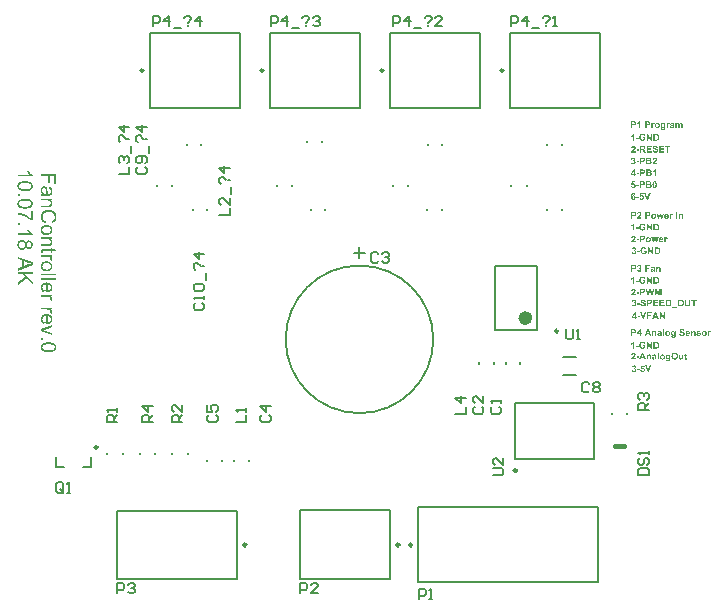
<source format=gto>
G04*
G04 #@! TF.GenerationSoftware,Altium Limited,Altium Designer,18.1.7 (191)*
G04*
G04 Layer_Color=65535*
%FSLAX25Y25*%
%MOIN*%
G70*
G01*
G75*
%ADD10C,0.00984*%
%ADD11C,0.02362*%
%ADD12C,0.00787*%
%ADD13C,0.01575*%
%ADD14C,0.00591*%
G36*
X199114Y-73960D02*
X198696D01*
X198694Y-72196D01*
X198252Y-73960D01*
X197814D01*
X197372Y-72196D01*
Y-73960D01*
X196954D01*
Y-71717D01*
X197632D01*
X198035Y-73248D01*
X198434Y-71717D01*
X199114D01*
Y-73960D01*
D02*
G37*
G36*
X196184D02*
X195695D01*
X195253Y-72283D01*
X194806Y-73960D01*
X194313D01*
X193783Y-71717D01*
X194247D01*
X194582Y-73260D01*
X194993Y-71717D01*
X195535D01*
X195924Y-73284D01*
X196264Y-71717D01*
X196721D01*
X196184Y-73960D01*
D02*
G37*
G36*
X191662Y-73362D02*
X190816D01*
Y-72932D01*
X191662D01*
Y-73362D01*
D02*
G37*
G36*
X192777Y-71719D02*
X192816D01*
X192859Y-71722D01*
X192952Y-71724D01*
X192996Y-71729D01*
X193039Y-71731D01*
X193081Y-71734D01*
X193117Y-71739D01*
X193149Y-71746D01*
X193175Y-71751D01*
X193178D01*
X193185Y-71753D01*
X193195Y-71756D01*
X193207Y-71761D01*
X193224Y-71768D01*
X193244Y-71775D01*
X193287Y-71797D01*
X193338Y-71826D01*
X193392Y-71865D01*
X193421Y-71889D01*
X193448Y-71914D01*
X193474Y-71940D01*
X193499Y-71972D01*
X193501Y-71974D01*
X193503Y-71979D01*
X193511Y-71989D01*
X193518Y-72001D01*
X193530Y-72018D01*
X193540Y-72040D01*
X193552Y-72062D01*
X193564Y-72089D01*
X193576Y-72120D01*
X193588Y-72152D01*
X193601Y-72188D01*
X193610Y-72227D01*
X193618Y-72268D01*
X193625Y-72312D01*
X193627Y-72361D01*
X193630Y-72409D01*
Y-72412D01*
Y-72419D01*
Y-72429D01*
Y-72443D01*
X193627Y-72460D01*
X193625Y-72482D01*
X193623Y-72504D01*
X193620Y-72531D01*
X193610Y-72584D01*
X193598Y-72643D01*
X193579Y-72701D01*
X193554Y-72757D01*
Y-72759D01*
X193552Y-72762D01*
X193547Y-72769D01*
X193540Y-72779D01*
X193525Y-72806D01*
X193503Y-72837D01*
X193474Y-72871D01*
X193443Y-72908D01*
X193404Y-72944D01*
X193362Y-72978D01*
X193360D01*
X193358Y-72980D01*
X193343Y-72990D01*
X193321Y-73005D01*
X193290Y-73022D01*
X193256Y-73039D01*
X193217Y-73056D01*
X193173Y-73070D01*
X193129Y-73083D01*
X193127D01*
X193122Y-73085D01*
X193112D01*
X193100Y-73087D01*
X193083Y-73090D01*
X193061Y-73092D01*
X193037Y-73095D01*
X193010Y-73097D01*
X192979Y-73102D01*
X192942Y-73104D01*
X192903Y-73107D01*
X192862Y-73109D01*
X192816Y-73112D01*
X192767D01*
X192714Y-73114D01*
X192364D01*
Y-73960D01*
X191912D01*
Y-71717D01*
X192738D01*
X192777Y-71719D01*
D02*
G37*
G36*
X189827Y-71712D02*
X189854Y-71714D01*
X189885Y-71719D01*
X189922Y-71724D01*
X189961Y-71731D01*
X190002Y-71741D01*
X190043Y-71753D01*
X190087Y-71768D01*
X190131Y-71785D01*
X190172Y-71807D01*
X190213Y-71831D01*
X190255Y-71858D01*
X190291Y-71889D01*
X190294Y-71892D01*
X190298Y-71897D01*
X190308Y-71909D01*
X190320Y-71921D01*
X190335Y-71938D01*
X190352Y-71960D01*
X190369Y-71984D01*
X190388Y-72013D01*
X190405Y-72043D01*
X190422Y-72076D01*
X190439Y-72113D01*
X190454Y-72152D01*
X190466Y-72196D01*
X190476Y-72239D01*
X190481Y-72285D01*
X190483Y-72334D01*
Y-72337D01*
Y-72341D01*
Y-72349D01*
Y-72361D01*
X190481Y-72373D01*
Y-72390D01*
X190476Y-72426D01*
X190468Y-72473D01*
X190459Y-72521D01*
X190446Y-72572D01*
X190427Y-72623D01*
Y-72626D01*
X190425Y-72628D01*
X190422Y-72638D01*
X190417Y-72648D01*
X190410Y-72660D01*
X190403Y-72674D01*
X190386Y-72711D01*
X190361Y-72752D01*
X190332Y-72801D01*
X190296Y-72854D01*
X190255Y-72910D01*
X190250Y-72915D01*
X190240Y-72929D01*
X190218Y-72951D01*
X190191Y-72983D01*
X190172Y-73002D01*
X190153Y-73024D01*
X190128Y-73046D01*
X190104Y-73073D01*
X190075Y-73099D01*
X190043Y-73131D01*
X190009Y-73163D01*
X189973Y-73197D01*
X189970Y-73199D01*
X189963Y-73204D01*
X189953Y-73214D01*
X189941Y-73226D01*
X189924Y-73240D01*
X189905Y-73257D01*
X189863Y-73296D01*
X189820Y-73338D01*
X189778Y-73379D01*
X189759Y-73398D01*
X189742Y-73415D01*
X189727Y-73432D01*
X189715Y-73445D01*
X189713Y-73447D01*
X189705Y-73454D01*
X189696Y-73466D01*
X189683Y-73481D01*
X189671Y-73501D01*
X189657Y-73520D01*
X189628Y-73561D01*
X190483D01*
Y-73960D01*
X188976D01*
Y-73957D01*
X188979Y-73950D01*
Y-73938D01*
X188981Y-73921D01*
X188986Y-73901D01*
X188991Y-73877D01*
X188996Y-73850D01*
X189003Y-73821D01*
X189023Y-73756D01*
X189049Y-73683D01*
X189081Y-73607D01*
X189122Y-73532D01*
X189125Y-73530D01*
X189127Y-73522D01*
X189137Y-73510D01*
X189146Y-73496D01*
X189161Y-73476D01*
X189181Y-73449D01*
X189202Y-73423D01*
X189229Y-73389D01*
X189258Y-73352D01*
X189295Y-73313D01*
X189334Y-73267D01*
X189377Y-73221D01*
X189426Y-73170D01*
X189482Y-73114D01*
X189540Y-73056D01*
X189606Y-72995D01*
X189608Y-72993D01*
X189618Y-72983D01*
X189632Y-72968D01*
X189652Y-72951D01*
X189676Y-72929D01*
X189700Y-72905D01*
X189730Y-72876D01*
X189759Y-72847D01*
X189822Y-72786D01*
X189880Y-72725D01*
X189905Y-72699D01*
X189929Y-72672D01*
X189948Y-72648D01*
X189963Y-72628D01*
Y-72626D01*
X189968Y-72623D01*
X189970Y-72616D01*
X189978Y-72606D01*
X189992Y-72579D01*
X190009Y-72545D01*
X190024Y-72507D01*
X190038Y-72463D01*
X190048Y-72414D01*
X190053Y-72366D01*
Y-72363D01*
Y-72358D01*
Y-72351D01*
Y-72341D01*
X190048Y-72317D01*
X190043Y-72283D01*
X190033Y-72249D01*
X190021Y-72213D01*
X190002Y-72176D01*
X189975Y-72145D01*
X189973Y-72142D01*
X189961Y-72132D01*
X189944Y-72120D01*
X189919Y-72106D01*
X189888Y-72091D01*
X189851Y-72079D01*
X189810Y-72069D01*
X189761Y-72067D01*
X189739D01*
X189715Y-72072D01*
X189683Y-72076D01*
X189649Y-72086D01*
X189613Y-72101D01*
X189577Y-72123D01*
X189545Y-72149D01*
X189543Y-72154D01*
X189533Y-72164D01*
X189521Y-72183D01*
X189504Y-72213D01*
X189489Y-72249D01*
X189474Y-72295D01*
X189462Y-72351D01*
X189457Y-72383D01*
X189455Y-72417D01*
X189027Y-72375D01*
Y-72370D01*
X189030Y-72361D01*
X189032Y-72341D01*
X189037Y-72317D01*
X189042Y-72288D01*
X189049Y-72254D01*
X189059Y-72217D01*
X189071Y-72179D01*
X189086Y-72137D01*
X189103Y-72096D01*
X189122Y-72052D01*
X189144Y-72011D01*
X189168Y-71970D01*
X189198Y-71931D01*
X189229Y-71897D01*
X189266Y-71865D01*
X189268Y-71863D01*
X189275Y-71858D01*
X189287Y-71851D01*
X189302Y-71841D01*
X189321Y-71829D01*
X189346Y-71816D01*
X189373Y-71802D01*
X189404Y-71787D01*
X189441Y-71773D01*
X189477Y-71758D01*
X189518Y-71746D01*
X189565Y-71734D01*
X189611Y-71724D01*
X189662Y-71717D01*
X189715Y-71712D01*
X189771Y-71710D01*
X189803D01*
X189827Y-71712D01*
D02*
G37*
G36*
X192845Y-67740D02*
X192881Y-67742D01*
X192923Y-67747D01*
X192966Y-67752D01*
X193015Y-67759D01*
X193066Y-67769D01*
X193120Y-67781D01*
X193173Y-67793D01*
X193229Y-67810D01*
X193282Y-67832D01*
X193333Y-67854D01*
X193382Y-67881D01*
X193428Y-67912D01*
X193431Y-67915D01*
X193438Y-67920D01*
X193450Y-67929D01*
X193467Y-67944D01*
X193484Y-67963D01*
X193506Y-67983D01*
X193530Y-68010D01*
X193554Y-68039D01*
X193581Y-68070D01*
X193605Y-68107D01*
X193632Y-68148D01*
X193657Y-68189D01*
X193678Y-68235D01*
X193700Y-68287D01*
X193717Y-68340D01*
X193732Y-68396D01*
X193282Y-68481D01*
Y-68479D01*
X193280Y-68474D01*
X193278Y-68464D01*
X193273Y-68454D01*
X193268Y-68440D01*
X193261Y-68423D01*
X193241Y-68386D01*
X193217Y-68345D01*
X193185Y-68301D01*
X193149Y-68260D01*
X193103Y-68221D01*
X193100D01*
X193098Y-68216D01*
X193090Y-68211D01*
X193078Y-68206D01*
X193066Y-68199D01*
X193052Y-68189D01*
X193032Y-68182D01*
X193013Y-68172D01*
X192966Y-68155D01*
X192911Y-68138D01*
X192847Y-68129D01*
X192777Y-68124D01*
X192748D01*
X192728Y-68126D01*
X192704Y-68129D01*
X192675Y-68133D01*
X192641Y-68141D01*
X192607Y-68148D01*
X192570Y-68158D01*
X192532Y-68170D01*
X192493Y-68184D01*
X192454Y-68204D01*
X192415Y-68226D01*
X192376Y-68250D01*
X192340Y-68279D01*
X192306Y-68313D01*
X192303Y-68316D01*
X192298Y-68323D01*
X192288Y-68333D01*
X192279Y-68350D01*
X192264Y-68369D01*
X192250Y-68393D01*
X192235Y-68420D01*
X192218Y-68454D01*
X192201Y-68491D01*
X192186Y-68532D01*
X192172Y-68578D01*
X192157Y-68629D01*
X192148Y-68683D01*
X192138Y-68741D01*
X192133Y-68804D01*
X192130Y-68872D01*
Y-68877D01*
Y-68889D01*
X192133Y-68911D01*
Y-68938D01*
X192135Y-68972D01*
X192140Y-69008D01*
X192145Y-69052D01*
X192152Y-69098D01*
X192162Y-69144D01*
X192174Y-69195D01*
X192189Y-69244D01*
X192206Y-69295D01*
X192225Y-69344D01*
X192250Y-69390D01*
X192276Y-69433D01*
X192308Y-69472D01*
X192310Y-69475D01*
X192315Y-69480D01*
X192327Y-69492D01*
X192340Y-69504D01*
X192359Y-69519D01*
X192378Y-69535D01*
X192405Y-69552D01*
X192432Y-69572D01*
X192463Y-69591D01*
X192500Y-69608D01*
X192536Y-69625D01*
X192578Y-69640D01*
X192624Y-69652D01*
X192670Y-69662D01*
X192719Y-69669D01*
X192772Y-69672D01*
X192796D01*
X192808Y-69669D01*
X192825D01*
X192862Y-69664D01*
X192906Y-69657D01*
X192952Y-69647D01*
X193003Y-69635D01*
X193056Y-69616D01*
X193059D01*
X193064Y-69613D01*
X193071Y-69611D01*
X193081Y-69606D01*
X193107Y-69594D01*
X193141Y-69577D01*
X193180Y-69557D01*
X193222Y-69535D01*
X193263Y-69511D01*
X193304Y-69482D01*
Y-69195D01*
X192787D01*
Y-68816D01*
X193761D01*
Y-69713D01*
X193759Y-69715D01*
X193754Y-69718D01*
X193746Y-69725D01*
X193734Y-69735D01*
X193720Y-69747D01*
X193703Y-69762D01*
X193681Y-69776D01*
X193657Y-69793D01*
X193627Y-69813D01*
X193598Y-69832D01*
X193564Y-69851D01*
X193525Y-69871D01*
X193486Y-69893D01*
X193443Y-69912D01*
X193397Y-69934D01*
X193348Y-69954D01*
X193345D01*
X193336Y-69958D01*
X193321Y-69963D01*
X193302Y-69971D01*
X193278Y-69978D01*
X193248Y-69987D01*
X193214Y-69995D01*
X193178Y-70004D01*
X193139Y-70014D01*
X193095Y-70024D01*
X193052Y-70034D01*
X193003Y-70041D01*
X192903Y-70053D01*
X192852Y-70056D01*
X192801Y-70058D01*
X192767D01*
X192743Y-70056D01*
X192711Y-70053D01*
X192675Y-70051D01*
X192636Y-70046D01*
X192592Y-70038D01*
X192546Y-70031D01*
X192498Y-70021D01*
X192446Y-70009D01*
X192393Y-69997D01*
X192340Y-69980D01*
X192288Y-69961D01*
X192237Y-69939D01*
X192186Y-69912D01*
X192184Y-69910D01*
X192174Y-69905D01*
X192162Y-69898D01*
X192143Y-69885D01*
X192123Y-69868D01*
X192096Y-69851D01*
X192070Y-69829D01*
X192041Y-69803D01*
X192009Y-69776D01*
X191977Y-69744D01*
X191943Y-69708D01*
X191912Y-69672D01*
X191880Y-69630D01*
X191849Y-69586D01*
X191822Y-69540D01*
X191795Y-69489D01*
X191793Y-69487D01*
X191790Y-69477D01*
X191783Y-69463D01*
X191776Y-69441D01*
X191766Y-69416D01*
X191754Y-69385D01*
X191742Y-69351D01*
X191730Y-69312D01*
X191717Y-69268D01*
X191705Y-69222D01*
X191696Y-69173D01*
X191683Y-69122D01*
X191676Y-69067D01*
X191669Y-69011D01*
X191666Y-68952D01*
X191664Y-68892D01*
Y-68887D01*
Y-68877D01*
Y-68858D01*
X191666Y-68833D01*
X191669Y-68802D01*
X191671Y-68765D01*
X191676Y-68726D01*
X191683Y-68683D01*
X191691Y-68636D01*
X191700Y-68585D01*
X191713Y-68534D01*
X191725Y-68481D01*
X191742Y-68427D01*
X191761Y-68374D01*
X191783Y-68321D01*
X191810Y-68269D01*
X191812Y-68267D01*
X191817Y-68257D01*
X191824Y-68243D01*
X191837Y-68223D01*
X191853Y-68201D01*
X191870Y-68175D01*
X191892Y-68146D01*
X191919Y-68114D01*
X191946Y-68080D01*
X191980Y-68046D01*
X192014Y-68012D01*
X192053Y-67975D01*
X192094Y-67941D01*
X192140Y-67910D01*
X192189Y-67878D01*
X192240Y-67849D01*
X192242Y-67847D01*
X192250Y-67844D01*
X192262Y-67839D01*
X192279Y-67832D01*
X192301Y-67822D01*
X192325Y-67813D01*
X192354Y-67803D01*
X192388Y-67793D01*
X192425Y-67783D01*
X192466Y-67774D01*
X192510Y-67764D01*
X192558Y-67754D01*
X192609Y-67747D01*
X192663Y-67742D01*
X192719Y-67737D01*
X192818D01*
X192845Y-67740D01*
D02*
G37*
G36*
X195963Y-70017D02*
X195511D01*
X194602Y-68544D01*
Y-70017D01*
X194184D01*
Y-67774D01*
X194621D01*
X195545Y-69280D01*
Y-67774D01*
X195963D01*
Y-70017D01*
D02*
G37*
G36*
X191491Y-69419D02*
X190646D01*
Y-68989D01*
X191491D01*
Y-69419D01*
D02*
G37*
G36*
X197338Y-67776D02*
X197394D01*
X197425Y-67779D01*
X197494Y-67783D01*
X197564Y-67793D01*
X197632Y-67803D01*
X197664Y-67810D01*
X197693Y-67817D01*
X197695D01*
X197703Y-67820D01*
X197712Y-67825D01*
X197727Y-67830D01*
X197744Y-67835D01*
X197763Y-67844D01*
X197809Y-67866D01*
X197863Y-67893D01*
X197919Y-67929D01*
X197975Y-67973D01*
X198031Y-68024D01*
X198033Y-68027D01*
X198038Y-68031D01*
X198045Y-68039D01*
X198055Y-68051D01*
X198065Y-68065D01*
X198079Y-68082D01*
X198094Y-68102D01*
X198111Y-68126D01*
X198128Y-68150D01*
X198145Y-68177D01*
X198181Y-68240D01*
X198215Y-68311D01*
X198244Y-68388D01*
Y-68391D01*
X198247Y-68398D01*
X198252Y-68410D01*
X198257Y-68427D01*
X198261Y-68447D01*
X198269Y-68474D01*
X198276Y-68503D01*
X198283Y-68534D01*
X198288Y-68571D01*
X198295Y-68612D01*
X198303Y-68656D01*
X198308Y-68702D01*
X198312Y-68753D01*
X198317Y-68804D01*
X198320Y-68860D01*
Y-68918D01*
Y-68921D01*
Y-68930D01*
Y-68945D01*
Y-68964D01*
X198317Y-68989D01*
Y-69016D01*
X198315Y-69047D01*
X198310Y-69081D01*
X198303Y-69156D01*
X198291Y-69237D01*
X198274Y-69317D01*
X198249Y-69395D01*
Y-69397D01*
X198244Y-69404D01*
X198240Y-69419D01*
X198235Y-69436D01*
X198225Y-69455D01*
X198215Y-69480D01*
X198203Y-69506D01*
X198188Y-69535D01*
X198154Y-69599D01*
X198113Y-69664D01*
X198065Y-69730D01*
X198009Y-69791D01*
X198006Y-69793D01*
X198004Y-69796D01*
X197997Y-69803D01*
X197987Y-69810D01*
X197975Y-69820D01*
X197962Y-69832D01*
X197945Y-69844D01*
X197926Y-69856D01*
X197880Y-69885D01*
X197826Y-69915D01*
X197763Y-69944D01*
X197693Y-69971D01*
X197690D01*
X197686Y-69973D01*
X197678Y-69975D01*
X197666Y-69978D01*
X197652Y-69980D01*
X197632Y-69985D01*
X197610Y-69990D01*
X197586Y-69992D01*
X197559Y-69997D01*
X197530Y-70002D01*
X197496Y-70007D01*
X197459Y-70009D01*
X197423Y-70012D01*
X197382Y-70014D01*
X197338Y-70017D01*
X196441D01*
Y-67774D01*
X197314D01*
X197338Y-67776D01*
D02*
G37*
G36*
X189961Y-70017D02*
X189530D01*
Y-68401D01*
X189528Y-68403D01*
X189521Y-68410D01*
X189506Y-68423D01*
X189489Y-68437D01*
X189467Y-68454D01*
X189438Y-68476D01*
X189409Y-68500D01*
X189373Y-68525D01*
X189334Y-68551D01*
X189292Y-68578D01*
X189246Y-68605D01*
X189198Y-68632D01*
X189146Y-68658D01*
X189091Y-68683D01*
X189035Y-68704D01*
X188976Y-68726D01*
Y-68335D01*
X188979D01*
X188984Y-68333D01*
X188993Y-68330D01*
X189005Y-68325D01*
X189023Y-68318D01*
X189040Y-68311D01*
X189061Y-68301D01*
X189086Y-68289D01*
X189139Y-68262D01*
X189200Y-68226D01*
X189268Y-68182D01*
X189341Y-68129D01*
X189343Y-68126D01*
X189351Y-68121D01*
X189360Y-68114D01*
X189373Y-68102D01*
X189390Y-68087D01*
X189407Y-68068D01*
X189426Y-68048D01*
X189448Y-68024D01*
X189494Y-67971D01*
X189538Y-67910D01*
X189579Y-67842D01*
X189596Y-67805D01*
X189611Y-67766D01*
X189961D01*
Y-70017D01*
D02*
G37*
G36*
X206013Y-85148D02*
X206050Y-85150D01*
X206088Y-85155D01*
X206135Y-85160D01*
X206183Y-85170D01*
X206232Y-85179D01*
X206285Y-85191D01*
X206339Y-85206D01*
X206390Y-85223D01*
X206441Y-85245D01*
X206492Y-85272D01*
X206538Y-85298D01*
X206579Y-85332D01*
X206582Y-85335D01*
X206589Y-85340D01*
X206599Y-85352D01*
X206613Y-85366D01*
X206630Y-85383D01*
X206647Y-85408D01*
X206667Y-85434D01*
X206689Y-85464D01*
X206708Y-85498D01*
X206728Y-85534D01*
X206747Y-85575D01*
X206764Y-85619D01*
X206781Y-85665D01*
X206793Y-85716D01*
X206800Y-85770D01*
X206805Y-85826D01*
X206353Y-85843D01*
Y-85840D01*
X206351Y-85835D01*
Y-85826D01*
X206348Y-85816D01*
X206344Y-85801D01*
X206339Y-85784D01*
X206327Y-85748D01*
X206310Y-85709D01*
X206288Y-85668D01*
X206261Y-85629D01*
X206227Y-85597D01*
X206222Y-85595D01*
X206210Y-85585D01*
X206188Y-85573D01*
X206156Y-85558D01*
X206115Y-85544D01*
X206067Y-85532D01*
X206008Y-85522D01*
X205940Y-85519D01*
X205909D01*
X205892Y-85522D01*
X205872Y-85524D01*
X205826Y-85529D01*
X205777Y-85539D01*
X205724Y-85553D01*
X205675Y-85575D01*
X205629Y-85602D01*
X205627Y-85605D01*
X205620Y-85612D01*
X205607Y-85624D01*
X205595Y-85638D01*
X205581Y-85658D01*
X205571Y-85682D01*
X205561Y-85709D01*
X205559Y-85741D01*
Y-85743D01*
Y-85753D01*
X205561Y-85770D01*
X205566Y-85787D01*
X205576Y-85809D01*
X205585Y-85833D01*
X205602Y-85855D01*
X205624Y-85877D01*
X205629Y-85879D01*
X205634Y-85884D01*
X205644Y-85889D01*
X205654Y-85896D01*
X205668Y-85903D01*
X205687Y-85913D01*
X205709Y-85923D01*
X205734Y-85933D01*
X205763Y-85945D01*
X205797Y-85957D01*
X205836Y-85969D01*
X205879Y-85984D01*
X205928Y-85998D01*
X205981Y-86013D01*
X206040Y-86027D01*
X206045D01*
X206054Y-86030D01*
X206071Y-86035D01*
X206093Y-86040D01*
X206122Y-86047D01*
X206152Y-86057D01*
X206188Y-86066D01*
X206224Y-86076D01*
X206305Y-86100D01*
X206385Y-86127D01*
X206424Y-86142D01*
X206463Y-86156D01*
X206497Y-86173D01*
X206528Y-86188D01*
X206531D01*
X206536Y-86193D01*
X206543Y-86197D01*
X206555Y-86202D01*
X206584Y-86222D01*
X206621Y-86246D01*
X206660Y-86280D01*
X206701Y-86319D01*
X206742Y-86365D01*
X206779Y-86416D01*
Y-86419D01*
X206783Y-86423D01*
X206786Y-86431D01*
X206793Y-86443D01*
X206800Y-86457D01*
X206808Y-86475D01*
X206815Y-86494D01*
X206825Y-86516D01*
X206832Y-86540D01*
X206839Y-86567D01*
X206854Y-86628D01*
X206864Y-86698D01*
X206869Y-86773D01*
Y-86776D01*
Y-86781D01*
Y-86793D01*
X206866Y-86805D01*
Y-86822D01*
X206864Y-86844D01*
X206859Y-86866D01*
X206854Y-86890D01*
X206842Y-86946D01*
X206822Y-87007D01*
X206796Y-87070D01*
X206779Y-87104D01*
X206759Y-87135D01*
Y-87138D01*
X206754Y-87143D01*
X206747Y-87152D01*
X206740Y-87162D01*
X206728Y-87177D01*
X206715Y-87194D01*
X206681Y-87230D01*
X206638Y-87269D01*
X206587Y-87313D01*
X206526Y-87352D01*
X206455Y-87386D01*
X206453D01*
X206446Y-87388D01*
X206436Y-87393D01*
X206421Y-87398D01*
X206402Y-87405D01*
X206378Y-87410D01*
X206351Y-87417D01*
X206322Y-87425D01*
X206288Y-87434D01*
X206251Y-87442D01*
X206210Y-87446D01*
X206166Y-87454D01*
X206122Y-87459D01*
X206071Y-87463D01*
X206020Y-87466D01*
X205947D01*
X205926Y-87463D01*
X205896D01*
X205862Y-87461D01*
X205821Y-87456D01*
X205775Y-87449D01*
X205726Y-87442D01*
X205673Y-87432D01*
X205620Y-87417D01*
X205566Y-87403D01*
X205512Y-87383D01*
X205459Y-87361D01*
X205408Y-87335D01*
X205359Y-87305D01*
X205313Y-87271D01*
X205311Y-87269D01*
X205304Y-87262D01*
X205291Y-87250D01*
X205277Y-87235D01*
X205260Y-87213D01*
X205238Y-87189D01*
X205216Y-87160D01*
X205194Y-87126D01*
X205170Y-87087D01*
X205146Y-87046D01*
X205124Y-86997D01*
X205102Y-86946D01*
X205082Y-86890D01*
X205065Y-86832D01*
X205051Y-86766D01*
X205041Y-86698D01*
X205481Y-86654D01*
Y-86657D01*
X205483Y-86664D01*
X205486Y-86676D01*
X205488Y-86691D01*
X205493Y-86710D01*
X205500Y-86730D01*
X205515Y-86778D01*
X205537Y-86832D01*
X205566Y-86888D01*
X205600Y-86939D01*
X205620Y-86961D01*
X205641Y-86982D01*
X205644D01*
X205646Y-86987D01*
X205654Y-86992D01*
X205663Y-86999D01*
X205675Y-87007D01*
X205692Y-87014D01*
X205709Y-87024D01*
X205729Y-87033D01*
X205777Y-87053D01*
X205833Y-87067D01*
X205899Y-87080D01*
X205972Y-87084D01*
X205994D01*
X206008Y-87082D01*
X206028D01*
X206047Y-87080D01*
X206096Y-87072D01*
X206149Y-87063D01*
X206205Y-87046D01*
X206259Y-87024D01*
X206283Y-87009D01*
X206305Y-86992D01*
X206307D01*
X206310Y-86987D01*
X206322Y-86975D01*
X206341Y-86956D01*
X206361Y-86931D01*
X206380Y-86900D01*
X206399Y-86861D01*
X206412Y-86819D01*
X206417Y-86798D01*
Y-86776D01*
Y-86773D01*
Y-86761D01*
X206414Y-86747D01*
X206412Y-86730D01*
X206404Y-86708D01*
X206397Y-86683D01*
X206385Y-86662D01*
X206368Y-86640D01*
X206365Y-86637D01*
X206358Y-86630D01*
X206346Y-86620D01*
X206331Y-86606D01*
X206307Y-86591D01*
X206280Y-86574D01*
X206246Y-86559D01*
X206205Y-86542D01*
X206200Y-86540D01*
X206195D01*
X206188Y-86538D01*
X206178Y-86535D01*
X206164Y-86530D01*
X206149Y-86525D01*
X206130Y-86521D01*
X206108Y-86513D01*
X206081Y-86506D01*
X206052Y-86499D01*
X206018Y-86489D01*
X205981Y-86479D01*
X205940Y-86470D01*
X205894Y-86457D01*
X205843Y-86445D01*
X205838D01*
X205826Y-86440D01*
X205809Y-86436D01*
X205785Y-86428D01*
X205753Y-86421D01*
X205719Y-86409D01*
X205683Y-86397D01*
X205644Y-86384D01*
X205559Y-86351D01*
X205474Y-86314D01*
X205435Y-86292D01*
X205396Y-86270D01*
X205362Y-86248D01*
X205333Y-86224D01*
X205330Y-86222D01*
X205323Y-86214D01*
X205313Y-86205D01*
X205301Y-86190D01*
X205284Y-86173D01*
X205267Y-86151D01*
X205248Y-86127D01*
X205231Y-86098D01*
X205211Y-86066D01*
X205192Y-86032D01*
X205175Y-85993D01*
X205158Y-85954D01*
X205146Y-85913D01*
X205136Y-85867D01*
X205129Y-85821D01*
X205126Y-85772D01*
Y-85770D01*
Y-85765D01*
Y-85755D01*
X205129Y-85743D01*
Y-85728D01*
X205131Y-85709D01*
X205138Y-85668D01*
X205151Y-85619D01*
X205168Y-85563D01*
X205192Y-85507D01*
X205223Y-85451D01*
Y-85449D01*
X205228Y-85444D01*
X205233Y-85437D01*
X205240Y-85427D01*
X205265Y-85400D01*
X205294Y-85366D01*
X205335Y-85330D01*
X205381Y-85294D01*
X205440Y-85257D01*
X205503Y-85225D01*
X205505D01*
X205510Y-85223D01*
X205522Y-85218D01*
X205534Y-85213D01*
X205554Y-85206D01*
X205573Y-85201D01*
X205598Y-85194D01*
X205627Y-85184D01*
X205658Y-85177D01*
X205690Y-85170D01*
X205726Y-85165D01*
X205765Y-85157D01*
X205809Y-85153D01*
X205850Y-85148D01*
X205945Y-85145D01*
X205986D01*
X206013Y-85148D01*
D02*
G37*
G36*
X215344Y-85765D02*
X215359Y-85767D01*
X215395Y-85772D01*
X215439Y-85782D01*
X215488Y-85796D01*
X215539Y-85818D01*
X215590Y-85845D01*
X215456Y-86219D01*
X215451Y-86217D01*
X215437Y-86207D01*
X215417Y-86197D01*
X215390Y-86183D01*
X215359Y-86171D01*
X215325Y-86159D01*
X215291Y-86151D01*
X215254Y-86149D01*
X215240D01*
X215223Y-86151D01*
X215201Y-86156D01*
X215177Y-86161D01*
X215152Y-86171D01*
X215126Y-86183D01*
X215101Y-86200D01*
X215099Y-86202D01*
X215092Y-86210D01*
X215079Y-86222D01*
X215065Y-86241D01*
X215050Y-86265D01*
X215033Y-86297D01*
X215016Y-86334D01*
X215002Y-86380D01*
Y-86382D01*
X214999Y-86387D01*
Y-86394D01*
X214997Y-86406D01*
X214994Y-86421D01*
X214992Y-86443D01*
X214987Y-86467D01*
X214985Y-86496D01*
X214982Y-86530D01*
X214977Y-86569D01*
X214975Y-86613D01*
X214972Y-86664D01*
X214970Y-86720D01*
Y-86781D01*
X214968Y-86849D01*
Y-86924D01*
Y-87425D01*
X214538D01*
Y-85799D01*
X214936D01*
Y-86032D01*
X214938Y-86030D01*
X214941Y-86025D01*
X214946Y-86018D01*
X214953Y-86006D01*
X214972Y-85976D01*
X214997Y-85942D01*
X215026Y-85906D01*
X215055Y-85872D01*
X215087Y-85840D01*
X215104Y-85826D01*
X215118Y-85816D01*
X215123Y-85813D01*
X215133Y-85809D01*
X215150Y-85799D01*
X215172Y-85789D01*
X215201Y-85780D01*
X215232Y-85770D01*
X215267Y-85765D01*
X215305Y-85763D01*
X215330D01*
X215344Y-85765D01*
D02*
G37*
G36*
X209967D02*
X210003Y-85770D01*
X210042Y-85775D01*
X210086Y-85784D01*
X210132Y-85799D01*
X210176Y-85816D01*
X210178D01*
X210181Y-85818D01*
X210195Y-85826D01*
X210217Y-85835D01*
X210241Y-85852D01*
X210271Y-85869D01*
X210300Y-85894D01*
X210329Y-85918D01*
X210353Y-85947D01*
X210355Y-85950D01*
X210363Y-85962D01*
X210372Y-85976D01*
X210387Y-85998D01*
X210402Y-86025D01*
X210414Y-86057D01*
X210428Y-86090D01*
X210438Y-86127D01*
Y-86132D01*
X210443Y-86146D01*
X210445Y-86168D01*
X210450Y-86200D01*
X210455Y-86241D01*
X210458Y-86290D01*
X210462Y-86348D01*
Y-86416D01*
Y-87425D01*
X210032D01*
Y-86596D01*
Y-86594D01*
Y-86584D01*
Y-86572D01*
Y-86552D01*
Y-86533D01*
X210030Y-86509D01*
Y-86455D01*
X210025Y-86397D01*
X210020Y-86341D01*
X210018Y-86314D01*
X210013Y-86292D01*
X210008Y-86273D01*
X210003Y-86256D01*
Y-86253D01*
X209998Y-86244D01*
X209991Y-86229D01*
X209981Y-86212D01*
X209969Y-86193D01*
X209955Y-86171D01*
X209935Y-86151D01*
X209913Y-86134D01*
X209911Y-86132D01*
X209904Y-86127D01*
X209889Y-86120D01*
X209872Y-86112D01*
X209850Y-86105D01*
X209826Y-86098D01*
X209799Y-86093D01*
X209768Y-86090D01*
X209748D01*
X209729Y-86093D01*
X209699Y-86098D01*
X209670Y-86105D01*
X209636Y-86117D01*
X209600Y-86132D01*
X209566Y-86154D01*
X209561Y-86156D01*
X209551Y-86166D01*
X209537Y-86178D01*
X209517Y-86197D01*
X209498Y-86219D01*
X209478Y-86248D01*
X209461Y-86280D01*
X209447Y-86317D01*
X209444Y-86321D01*
Y-86326D01*
X209442Y-86336D01*
X209439Y-86348D01*
X209437Y-86363D01*
X209435Y-86380D01*
X209432Y-86399D01*
X209427Y-86423D01*
X209425Y-86450D01*
X209422Y-86482D01*
X209420Y-86516D01*
X209418Y-86552D01*
Y-86594D01*
X209415Y-86640D01*
Y-86688D01*
Y-87425D01*
X208985D01*
Y-85799D01*
X209384D01*
Y-86040D01*
X209386Y-86037D01*
X209393Y-86027D01*
X209405Y-86013D01*
X209422Y-85996D01*
X209442Y-85976D01*
X209469Y-85952D01*
X209495Y-85928D01*
X209529Y-85901D01*
X209566Y-85874D01*
X209607Y-85850D01*
X209651Y-85826D01*
X209697Y-85806D01*
X209748Y-85787D01*
X209802Y-85775D01*
X209857Y-85765D01*
X209916Y-85763D01*
X209940D01*
X209967Y-85765D01*
D02*
G37*
G36*
X196915D02*
X196952Y-85770D01*
X196991Y-85775D01*
X197034Y-85784D01*
X197080Y-85799D01*
X197124Y-85816D01*
X197127D01*
X197129Y-85818D01*
X197144Y-85826D01*
X197166Y-85835D01*
X197190Y-85852D01*
X197219Y-85869D01*
X197248Y-85894D01*
X197277Y-85918D01*
X197302Y-85947D01*
X197304Y-85950D01*
X197311Y-85962D01*
X197321Y-85976D01*
X197336Y-85998D01*
X197350Y-86025D01*
X197362Y-86057D01*
X197377Y-86090D01*
X197387Y-86127D01*
Y-86132D01*
X197391Y-86146D01*
X197394Y-86168D01*
X197399Y-86200D01*
X197404Y-86241D01*
X197406Y-86290D01*
X197411Y-86348D01*
Y-86416D01*
Y-87425D01*
X196981D01*
Y-86596D01*
Y-86594D01*
Y-86584D01*
Y-86572D01*
Y-86552D01*
Y-86533D01*
X196978Y-86509D01*
Y-86455D01*
X196974Y-86397D01*
X196969Y-86341D01*
X196966Y-86314D01*
X196961Y-86292D01*
X196957Y-86273D01*
X196952Y-86256D01*
Y-86253D01*
X196947Y-86244D01*
X196940Y-86229D01*
X196930Y-86212D01*
X196918Y-86193D01*
X196903Y-86171D01*
X196884Y-86151D01*
X196862Y-86134D01*
X196859Y-86132D01*
X196852Y-86127D01*
X196837Y-86120D01*
X196820Y-86112D01*
X196799Y-86105D01*
X196774Y-86098D01*
X196748Y-86093D01*
X196716Y-86090D01*
X196696D01*
X196677Y-86093D01*
X196648Y-86098D01*
X196619Y-86105D01*
X196585Y-86117D01*
X196548Y-86132D01*
X196514Y-86154D01*
X196509Y-86156D01*
X196500Y-86166D01*
X196485Y-86178D01*
X196466Y-86197D01*
X196446Y-86219D01*
X196427Y-86248D01*
X196410Y-86280D01*
X196395Y-86317D01*
X196393Y-86321D01*
Y-86326D01*
X196390Y-86336D01*
X196388Y-86348D01*
X196385Y-86363D01*
X196383Y-86380D01*
X196381Y-86399D01*
X196376Y-86423D01*
X196373Y-86450D01*
X196371Y-86482D01*
X196368Y-86516D01*
X196366Y-86552D01*
Y-86594D01*
X196364Y-86640D01*
Y-86688D01*
Y-87425D01*
X195933D01*
Y-85799D01*
X196332D01*
Y-86040D01*
X196334Y-86037D01*
X196342Y-86027D01*
X196354Y-86013D01*
X196371Y-85996D01*
X196390Y-85976D01*
X196417Y-85952D01*
X196444Y-85928D01*
X196478Y-85901D01*
X196514Y-85874D01*
X196555Y-85850D01*
X196599Y-85826D01*
X196645Y-85806D01*
X196696Y-85787D01*
X196750Y-85775D01*
X196806Y-85765D01*
X196864Y-85763D01*
X196888D01*
X196915Y-85765D01*
D02*
G37*
G36*
X211544D02*
X211573D01*
X211604Y-85767D01*
X211639Y-85772D01*
X211677Y-85777D01*
X211758Y-85789D01*
X211838Y-85809D01*
X211879Y-85821D01*
X211916Y-85835D01*
X211952Y-85852D01*
X211984Y-85872D01*
X211986D01*
X211991Y-85877D01*
X211998Y-85884D01*
X212010Y-85891D01*
X212022Y-85903D01*
X212039Y-85918D01*
X212054Y-85935D01*
X212073Y-85952D01*
X212090Y-85974D01*
X212110Y-85998D01*
X212129Y-86025D01*
X212149Y-86054D01*
X212166Y-86083D01*
X212183Y-86117D01*
X212210Y-86193D01*
X211804Y-86268D01*
Y-86263D01*
X211799Y-86253D01*
X211792Y-86236D01*
X211782Y-86214D01*
X211767Y-86190D01*
X211750Y-86166D01*
X211729Y-86144D01*
X211704Y-86122D01*
X211702Y-86120D01*
X211690Y-86115D01*
X211675Y-86105D01*
X211651Y-86095D01*
X211621Y-86088D01*
X211588Y-86078D01*
X211544Y-86073D01*
X211498Y-86071D01*
X211471D01*
X211442Y-86073D01*
X211405Y-86076D01*
X211366Y-86083D01*
X211325Y-86090D01*
X211289Y-86103D01*
X211257Y-86120D01*
X211255Y-86122D01*
X211250Y-86124D01*
X211243Y-86134D01*
X211233Y-86144D01*
X211223Y-86156D01*
X211216Y-86171D01*
X211211Y-86188D01*
X211208Y-86207D01*
Y-86210D01*
Y-86214D01*
X211211Y-86224D01*
X211213Y-86234D01*
X211218Y-86246D01*
X211226Y-86258D01*
X211235Y-86273D01*
X211250Y-86285D01*
X211252Y-86287D01*
X211257Y-86290D01*
X211264Y-86292D01*
X211274Y-86297D01*
X211286Y-86302D01*
X211303Y-86309D01*
X211323Y-86317D01*
X211345Y-86324D01*
X211374Y-86334D01*
X211405Y-86343D01*
X211444Y-86355D01*
X211486Y-86365D01*
X211534Y-86380D01*
X211590Y-86392D01*
X211651Y-86406D01*
X211656D01*
X211665Y-86409D01*
X211682Y-86414D01*
X211707Y-86421D01*
X211733Y-86428D01*
X211767Y-86438D01*
X211801Y-86448D01*
X211840Y-86460D01*
X211918Y-86487D01*
X211998Y-86521D01*
X212035Y-86538D01*
X212069Y-86557D01*
X212103Y-86576D01*
X212129Y-86598D01*
X212132Y-86601D01*
X212134Y-86603D01*
X212142Y-86611D01*
X212151Y-86620D01*
X212161Y-86630D01*
X212173Y-86645D01*
X212185Y-86662D01*
X212197Y-86681D01*
X212222Y-86727D01*
X212244Y-86781D01*
X212261Y-86844D01*
X212263Y-86880D01*
X212265Y-86917D01*
Y-86919D01*
Y-86926D01*
Y-86939D01*
X212263Y-86953D01*
X212261Y-86973D01*
X212256Y-86997D01*
X212251Y-87021D01*
X212241Y-87048D01*
X212231Y-87077D01*
X212219Y-87109D01*
X212205Y-87140D01*
X212188Y-87172D01*
X212166Y-87206D01*
X212139Y-87238D01*
X212112Y-87269D01*
X212078Y-87301D01*
X212076Y-87303D01*
X212069Y-87308D01*
X212059Y-87315D01*
X212044Y-87325D01*
X212025Y-87337D01*
X212001Y-87352D01*
X211971Y-87366D01*
X211940Y-87381D01*
X211903Y-87395D01*
X211862Y-87410D01*
X211816Y-87425D01*
X211767Y-87437D01*
X211714Y-87446D01*
X211656Y-87454D01*
X211592Y-87459D01*
X211527Y-87461D01*
X211495D01*
X211471Y-87459D01*
X211444Y-87456D01*
X211410Y-87454D01*
X211376Y-87449D01*
X211337Y-87444D01*
X211252Y-87429D01*
X211165Y-87405D01*
X211121Y-87388D01*
X211077Y-87371D01*
X211038Y-87352D01*
X210999Y-87327D01*
X210997Y-87325D01*
X210992Y-87320D01*
X210982Y-87313D01*
X210968Y-87303D01*
X210953Y-87288D01*
X210936Y-87274D01*
X210917Y-87255D01*
X210897Y-87233D01*
X210876Y-87206D01*
X210854Y-87179D01*
X210834Y-87150D01*
X210812Y-87116D01*
X210793Y-87082D01*
X210776Y-87046D01*
X210761Y-87004D01*
X210749Y-86963D01*
X211179Y-86897D01*
Y-86900D01*
X211182Y-86902D01*
X211184Y-86917D01*
X211191Y-86941D01*
X211204Y-86968D01*
X211218Y-86999D01*
X211238Y-87031D01*
X211260Y-87060D01*
X211289Y-87087D01*
X211294Y-87089D01*
X211303Y-87097D01*
X211323Y-87106D01*
X211349Y-87118D01*
X211383Y-87131D01*
X211425Y-87140D01*
X211471Y-87148D01*
X211524Y-87150D01*
X211551D01*
X211566Y-87148D01*
X211583D01*
X211619Y-87143D01*
X211660Y-87135D01*
X211702Y-87123D01*
X211741Y-87109D01*
X211775Y-87089D01*
X211777Y-87087D01*
X211784Y-87082D01*
X211794Y-87072D01*
X211804Y-87060D01*
X211813Y-87043D01*
X211823Y-87024D01*
X211830Y-87002D01*
X211833Y-86975D01*
Y-86973D01*
Y-86968D01*
X211830Y-86958D01*
X211828Y-86946D01*
X211821Y-86922D01*
X211811Y-86907D01*
X211801Y-86895D01*
X211799Y-86892D01*
X211794Y-86890D01*
X211784Y-86883D01*
X211772Y-86875D01*
X211753Y-86866D01*
X211729Y-86856D01*
X211697Y-86846D01*
X211658Y-86836D01*
X211656D01*
X211653Y-86834D01*
X211646D01*
X211636Y-86832D01*
X211609Y-86824D01*
X211575Y-86817D01*
X211534Y-86807D01*
X211488Y-86795D01*
X211437Y-86783D01*
X211381Y-86769D01*
X211272Y-86734D01*
X211216Y-86717D01*
X211162Y-86700D01*
X211114Y-86681D01*
X211070Y-86664D01*
X211031Y-86645D01*
X211002Y-86628D01*
X210999Y-86625D01*
X210995Y-86620D01*
X210985Y-86613D01*
X210973Y-86603D01*
X210958Y-86591D01*
X210941Y-86574D01*
X210924Y-86555D01*
X210907Y-86533D01*
X210888Y-86509D01*
X210871Y-86482D01*
X210854Y-86450D01*
X210839Y-86419D01*
X210827Y-86382D01*
X210817Y-86346D01*
X210812Y-86304D01*
X210810Y-86263D01*
Y-86261D01*
Y-86253D01*
Y-86244D01*
X210812Y-86227D01*
X210815Y-86210D01*
X210820Y-86188D01*
X210824Y-86166D01*
X210832Y-86139D01*
X210851Y-86083D01*
X210863Y-86054D01*
X210880Y-86025D01*
X210900Y-85993D01*
X210922Y-85964D01*
X210946Y-85935D01*
X210975Y-85908D01*
X210978Y-85906D01*
X210982Y-85901D01*
X210992Y-85894D01*
X211007Y-85886D01*
X211024Y-85874D01*
X211046Y-85862D01*
X211072Y-85850D01*
X211102Y-85835D01*
X211136Y-85821D01*
X211174Y-85809D01*
X211216Y-85796D01*
X211262Y-85784D01*
X211313Y-85777D01*
X211369Y-85770D01*
X211427Y-85765D01*
X211490Y-85763D01*
X211522D01*
X211544Y-85765D01*
D02*
G37*
G36*
X200023Y-87425D02*
X199593D01*
Y-85182D01*
X200023D01*
Y-87425D01*
D02*
G37*
G36*
X198555Y-85765D02*
X198585D01*
X198614Y-85767D01*
X198648Y-85772D01*
X198718Y-85780D01*
X198789Y-85792D01*
X198857Y-85809D01*
X198886Y-85821D01*
X198915Y-85833D01*
X198917D01*
X198922Y-85835D01*
X198930Y-85840D01*
X198937Y-85845D01*
X198964Y-85860D01*
X198993Y-85879D01*
X199027Y-85906D01*
X199058Y-85935D01*
X199090Y-85969D01*
X199114Y-86006D01*
X199117Y-86010D01*
X199119Y-86018D01*
X199124Y-86025D01*
X199129Y-86037D01*
X199134Y-86054D01*
X199139Y-86071D01*
X199144Y-86093D01*
X199148Y-86117D01*
X199153Y-86144D01*
X199158Y-86176D01*
X199163Y-86212D01*
X199168Y-86251D01*
X199170Y-86292D01*
X199173Y-86338D01*
Y-86389D01*
X199165Y-86892D01*
Y-86895D01*
Y-86902D01*
Y-86912D01*
Y-86926D01*
Y-86946D01*
Y-86965D01*
X199168Y-87011D01*
X199170Y-87063D01*
X199173Y-87116D01*
X199178Y-87165D01*
X199182Y-87189D01*
X199185Y-87208D01*
Y-87213D01*
X199190Y-87225D01*
X199195Y-87247D01*
X199202Y-87274D01*
X199212Y-87305D01*
X199226Y-87342D01*
X199243Y-87383D01*
X199263Y-87425D01*
X198837D01*
Y-87422D01*
X198835Y-87417D01*
X198830Y-87408D01*
X198825Y-87393D01*
X198820Y-87376D01*
X198811Y-87354D01*
X198803Y-87327D01*
X198794Y-87298D01*
Y-87296D01*
X198791Y-87291D01*
X198789Y-87276D01*
X198784Y-87259D01*
X198781Y-87252D01*
X198779Y-87247D01*
X198774Y-87252D01*
X198760Y-87264D01*
X198738Y-87284D01*
X198708Y-87308D01*
X198674Y-87332D01*
X198633Y-87359D01*
X198590Y-87386D01*
X198543Y-87408D01*
X198541D01*
X198538Y-87410D01*
X198531Y-87412D01*
X198521Y-87415D01*
X198497Y-87425D01*
X198463Y-87434D01*
X198424Y-87444D01*
X198378Y-87454D01*
X198329Y-87459D01*
X198276Y-87461D01*
X198252D01*
X198235Y-87459D01*
X198213Y-87456D01*
X198188Y-87454D01*
X198162Y-87449D01*
X198133Y-87444D01*
X198069Y-87429D01*
X198004Y-87405D01*
X197970Y-87388D01*
X197938Y-87371D01*
X197909Y-87352D01*
X197880Y-87327D01*
X197878Y-87325D01*
X197873Y-87320D01*
X197868Y-87313D01*
X197858Y-87303D01*
X197846Y-87288D01*
X197834Y-87274D01*
X197822Y-87255D01*
X197809Y-87233D01*
X197795Y-87208D01*
X197783Y-87184D01*
X197758Y-87123D01*
X197749Y-87092D01*
X197744Y-87058D01*
X197739Y-87021D01*
X197737Y-86982D01*
Y-86980D01*
Y-86975D01*
Y-86968D01*
Y-86958D01*
X197739Y-86934D01*
X197744Y-86900D01*
X197754Y-86861D01*
X197763Y-86819D01*
X197780Y-86778D01*
X197802Y-86737D01*
Y-86734D01*
X197805Y-86732D01*
X197814Y-86720D01*
X197829Y-86700D01*
X197851Y-86676D01*
X197875Y-86649D01*
X197907Y-86623D01*
X197943Y-86596D01*
X197984Y-86574D01*
X197987D01*
X197989Y-86572D01*
X197996Y-86569D01*
X198006Y-86564D01*
X198018Y-86559D01*
X198033Y-86552D01*
X198052Y-86547D01*
X198072Y-86540D01*
X198094Y-86533D01*
X198120Y-86523D01*
X198150Y-86516D01*
X198179Y-86506D01*
X198213Y-86499D01*
X198249Y-86489D01*
X198286Y-86479D01*
X198327Y-86472D01*
X198329D01*
X198339Y-86470D01*
X198356Y-86467D01*
X198376Y-86462D01*
X198400Y-86457D01*
X198429Y-86453D01*
X198461Y-86445D01*
X198495Y-86438D01*
X198563Y-86421D01*
X198633Y-86404D01*
X198665Y-86394D01*
X198696Y-86384D01*
X198723Y-86375D01*
X198747Y-86365D01*
Y-86324D01*
Y-86321D01*
Y-86319D01*
Y-86302D01*
X198745Y-86280D01*
X198740Y-86253D01*
X198733Y-86224D01*
X198721Y-86195D01*
X198706Y-86166D01*
X198684Y-86144D01*
X198682Y-86142D01*
X198672Y-86137D01*
X198655Y-86127D01*
X198633Y-86117D01*
X198602Y-86107D01*
X198560Y-86098D01*
X198536Y-86095D01*
X198512Y-86093D01*
X198483Y-86090D01*
X198432D01*
X198410Y-86093D01*
X198385Y-86095D01*
X198356Y-86103D01*
X198325Y-86110D01*
X198295Y-86122D01*
X198269Y-86137D01*
X198266Y-86139D01*
X198259Y-86146D01*
X198247Y-86156D01*
X198232Y-86173D01*
X198215Y-86195D01*
X198198Y-86224D01*
X198181Y-86258D01*
X198167Y-86297D01*
X197780Y-86227D01*
Y-86224D01*
X197783Y-86217D01*
X197788Y-86205D01*
X197792Y-86188D01*
X197800Y-86168D01*
X197809Y-86146D01*
X197834Y-86095D01*
X197865Y-86037D01*
X197904Y-85979D01*
X197950Y-85925D01*
X197977Y-85899D01*
X198006Y-85877D01*
X198009Y-85874D01*
X198014Y-85872D01*
X198023Y-85867D01*
X198035Y-85860D01*
X198052Y-85850D01*
X198074Y-85840D01*
X198099Y-85830D01*
X198125Y-85818D01*
X198159Y-85809D01*
X198193Y-85799D01*
X198232Y-85789D01*
X198276Y-85780D01*
X198322Y-85772D01*
X198373Y-85767D01*
X198427Y-85763D01*
X198534D01*
X198555Y-85765D01*
D02*
G37*
G36*
X195703Y-87425D02*
X195209D01*
X195012Y-86914D01*
X194116D01*
X193929Y-87425D01*
X193450D01*
X194322Y-85182D01*
X194804D01*
X195703Y-87425D01*
D02*
G37*
G36*
X192228Y-86596D02*
X192507D01*
Y-86973D01*
X192228D01*
Y-87425D01*
X191812D01*
Y-86973D01*
X190896D01*
Y-86598D01*
X191866Y-85174D01*
X192228D01*
Y-86596D01*
D02*
G37*
G36*
X189841Y-85184D02*
X189880D01*
X189924Y-85186D01*
X190016Y-85189D01*
X190060Y-85194D01*
X190104Y-85196D01*
X190145Y-85199D01*
X190182Y-85204D01*
X190213Y-85211D01*
X190240Y-85216D01*
X190242D01*
X190250Y-85218D01*
X190259Y-85221D01*
X190272Y-85225D01*
X190289Y-85233D01*
X190308Y-85240D01*
X190352Y-85262D01*
X190403Y-85291D01*
X190456Y-85330D01*
X190485Y-85354D01*
X190512Y-85378D01*
X190539Y-85405D01*
X190563Y-85437D01*
X190566Y-85439D01*
X190568Y-85444D01*
X190575Y-85454D01*
X190583Y-85466D01*
X190595Y-85483D01*
X190604Y-85505D01*
X190617Y-85527D01*
X190629Y-85553D01*
X190641Y-85585D01*
X190653Y-85617D01*
X190665Y-85653D01*
X190675Y-85692D01*
X190682Y-85733D01*
X190690Y-85777D01*
X190692Y-85826D01*
X190694Y-85874D01*
Y-85877D01*
Y-85884D01*
Y-85894D01*
Y-85908D01*
X190692Y-85925D01*
X190690Y-85947D01*
X190687Y-85969D01*
X190685Y-85996D01*
X190675Y-86049D01*
X190663Y-86107D01*
X190643Y-86166D01*
X190619Y-86222D01*
Y-86224D01*
X190617Y-86227D01*
X190612Y-86234D01*
X190604Y-86244D01*
X190590Y-86270D01*
X190568Y-86302D01*
X190539Y-86336D01*
X190507Y-86372D01*
X190468Y-86409D01*
X190427Y-86443D01*
X190425D01*
X190422Y-86445D01*
X190408Y-86455D01*
X190386Y-86470D01*
X190354Y-86487D01*
X190320Y-86504D01*
X190281Y-86521D01*
X190238Y-86535D01*
X190194Y-86547D01*
X190191D01*
X190187Y-86550D01*
X190177D01*
X190165Y-86552D01*
X190148Y-86555D01*
X190126Y-86557D01*
X190102Y-86559D01*
X190075Y-86562D01*
X190043Y-86567D01*
X190007Y-86569D01*
X189968Y-86572D01*
X189927Y-86574D01*
X189880Y-86576D01*
X189832D01*
X189778Y-86579D01*
X189428D01*
Y-87425D01*
X188976D01*
Y-85182D01*
X189803D01*
X189841Y-85184D01*
D02*
G37*
G36*
X213415Y-85765D02*
X213439Y-85767D01*
X213471Y-85770D01*
X213507Y-85775D01*
X213548Y-85782D01*
X213592Y-85792D01*
X213638Y-85806D01*
X213687Y-85821D01*
X213738Y-85840D01*
X213787Y-85865D01*
X213838Y-85891D01*
X213889Y-85923D01*
X213935Y-85962D01*
X213981Y-86003D01*
X213983Y-86006D01*
X213991Y-86015D01*
X214003Y-86027D01*
X214018Y-86047D01*
X214037Y-86071D01*
X214056Y-86098D01*
X214076Y-86132D01*
X214100Y-86168D01*
X214122Y-86210D01*
X214142Y-86256D01*
X214163Y-86307D01*
X214180Y-86360D01*
X214195Y-86416D01*
X214207Y-86477D01*
X214214Y-86540D01*
X214217Y-86608D01*
Y-86613D01*
Y-86625D01*
X214214Y-86645D01*
Y-86669D01*
X214210Y-86700D01*
X214205Y-86737D01*
X214197Y-86778D01*
X214188Y-86822D01*
X214176Y-86870D01*
X214159Y-86919D01*
X214139Y-86970D01*
X214117Y-87021D01*
X214088Y-87075D01*
X214056Y-87123D01*
X214020Y-87174D01*
X213979Y-87221D01*
X213976Y-87223D01*
X213969Y-87230D01*
X213954Y-87242D01*
X213935Y-87257D01*
X213913Y-87276D01*
X213884Y-87296D01*
X213852Y-87318D01*
X213816Y-87340D01*
X213774Y-87364D01*
X213728Y-87386D01*
X213680Y-87405D01*
X213626Y-87422D01*
X213570Y-87439D01*
X213510Y-87451D01*
X213446Y-87459D01*
X213381Y-87461D01*
X213359D01*
X213342Y-87459D01*
X213323D01*
X213301Y-87456D01*
X213274Y-87454D01*
X213245Y-87449D01*
X213179Y-87437D01*
X213106Y-87420D01*
X213031Y-87395D01*
X212956Y-87361D01*
X212953Y-87359D01*
X212946Y-87357D01*
X212936Y-87352D01*
X212922Y-87342D01*
X212905Y-87332D01*
X212888Y-87318D01*
X212841Y-87286D01*
X212793Y-87245D01*
X212742Y-87194D01*
X212693Y-87133D01*
X212649Y-87065D01*
Y-87063D01*
X212645Y-87055D01*
X212640Y-87046D01*
X212632Y-87031D01*
X212625Y-87011D01*
X212615Y-86990D01*
X212608Y-86963D01*
X212598Y-86934D01*
X212589Y-86900D01*
X212579Y-86863D01*
X212569Y-86824D01*
X212562Y-86783D01*
X212555Y-86739D01*
X212550Y-86691D01*
X212547Y-86642D01*
X212545Y-86591D01*
Y-86589D01*
Y-86581D01*
Y-86569D01*
X212547Y-86555D01*
Y-86535D01*
X212550Y-86511D01*
X212555Y-86487D01*
X212557Y-86457D01*
X212572Y-86394D01*
X212589Y-86324D01*
X212615Y-86251D01*
X212630Y-86212D01*
X212649Y-86176D01*
X212652Y-86173D01*
X212654Y-86166D01*
X212662Y-86156D01*
X212669Y-86142D01*
X212679Y-86124D01*
X212693Y-86105D01*
X212725Y-86061D01*
X212769Y-86013D01*
X212820Y-85962D01*
X212878Y-85913D01*
X212946Y-85869D01*
X212948Y-85867D01*
X212956Y-85865D01*
X212965Y-85860D01*
X212980Y-85852D01*
X212999Y-85845D01*
X213021Y-85835D01*
X213046Y-85826D01*
X213072Y-85816D01*
X213104Y-85806D01*
X213138Y-85796D01*
X213211Y-85780D01*
X213291Y-85767D01*
X213335Y-85763D01*
X213395D01*
X213415Y-85765D01*
D02*
G37*
G36*
X207899D02*
X207926Y-85767D01*
X207955Y-85770D01*
X207991Y-85775D01*
X208030Y-85782D01*
X208071Y-85792D01*
X208118Y-85806D01*
X208164Y-85821D01*
X208210Y-85840D01*
X208258Y-85865D01*
X208305Y-85891D01*
X208351Y-85923D01*
X208395Y-85962D01*
X208436Y-86003D01*
X208438Y-86006D01*
X208446Y-86015D01*
X208455Y-86027D01*
X208467Y-86047D01*
X208484Y-86073D01*
X208501Y-86105D01*
X208521Y-86142D01*
X208540Y-86183D01*
X208560Y-86231D01*
X208577Y-86287D01*
X208594Y-86346D01*
X208608Y-86411D01*
X208621Y-86484D01*
X208630Y-86562D01*
X208637Y-86645D01*
Y-86734D01*
X207561D01*
Y-86737D01*
Y-86742D01*
Y-86754D01*
X207563Y-86766D01*
X207566Y-86783D01*
X207568Y-86803D01*
X207576Y-86844D01*
X207588Y-86892D01*
X207605Y-86943D01*
X207629Y-86992D01*
X207663Y-87036D01*
X207665D01*
X207668Y-87041D01*
X207680Y-87053D01*
X207702Y-87070D01*
X207731Y-87087D01*
X207768Y-87106D01*
X207811Y-87123D01*
X207860Y-87135D01*
X207887Y-87138D01*
X207913Y-87140D01*
X207930D01*
X207947Y-87138D01*
X207972Y-87133D01*
X207998Y-87128D01*
X208025Y-87118D01*
X208054Y-87104D01*
X208081Y-87087D01*
X208084Y-87084D01*
X208093Y-87077D01*
X208105Y-87063D01*
X208120Y-87043D01*
X208139Y-87019D01*
X208156Y-86987D01*
X208173Y-86951D01*
X208188Y-86907D01*
X208616Y-86980D01*
Y-86982D01*
X208611Y-86990D01*
X208606Y-87002D01*
X208601Y-87019D01*
X208591Y-87038D01*
X208579Y-87060D01*
X208567Y-87087D01*
X208553Y-87113D01*
X208516Y-87172D01*
X208470Y-87230D01*
X208416Y-87288D01*
X208385Y-87315D01*
X208353Y-87340D01*
X208351Y-87342D01*
X208346Y-87344D01*
X208336Y-87352D01*
X208322Y-87359D01*
X208305Y-87369D01*
X208283Y-87378D01*
X208258Y-87388D01*
X208232Y-87400D01*
X208200Y-87412D01*
X208166Y-87422D01*
X208130Y-87432D01*
X208091Y-87442D01*
X208049Y-87449D01*
X208003Y-87456D01*
X207957Y-87459D01*
X207909Y-87461D01*
X207889D01*
X207867Y-87459D01*
X207838Y-87456D01*
X207804Y-87454D01*
X207763Y-87446D01*
X207719Y-87439D01*
X207670Y-87427D01*
X207619Y-87412D01*
X207568Y-87393D01*
X207517Y-87371D01*
X207464Y-87344D01*
X207415Y-87313D01*
X207367Y-87276D01*
X207323Y-87235D01*
X207282Y-87186D01*
X207279Y-87184D01*
X207274Y-87177D01*
X207267Y-87165D01*
X207257Y-87145D01*
X207245Y-87123D01*
X207230Y-87099D01*
X207216Y-87067D01*
X207201Y-87033D01*
X207187Y-86994D01*
X207172Y-86951D01*
X207158Y-86905D01*
X207146Y-86856D01*
X207136Y-86803D01*
X207129Y-86747D01*
X207124Y-86686D01*
X207121Y-86625D01*
Y-86620D01*
Y-86608D01*
X207124Y-86586D01*
Y-86559D01*
X207129Y-86525D01*
X207133Y-86484D01*
X207138Y-86443D01*
X207148Y-86394D01*
X207158Y-86346D01*
X207172Y-86295D01*
X207189Y-86241D01*
X207209Y-86188D01*
X207233Y-86137D01*
X207262Y-86086D01*
X207294Y-86037D01*
X207330Y-85993D01*
X207333Y-85991D01*
X207340Y-85984D01*
X207352Y-85971D01*
X207369Y-85957D01*
X207388Y-85940D01*
X207415Y-85920D01*
X207444Y-85899D01*
X207476Y-85877D01*
X207512Y-85857D01*
X207554Y-85835D01*
X207597Y-85816D01*
X207646Y-85799D01*
X207695Y-85784D01*
X207748Y-85772D01*
X207806Y-85765D01*
X207865Y-85763D01*
X207882D01*
X207899Y-85765D01*
D02*
G37*
G36*
X201233D02*
X201258Y-85767D01*
X201289Y-85770D01*
X201326Y-85775D01*
X201367Y-85782D01*
X201411Y-85792D01*
X201457Y-85806D01*
X201505Y-85821D01*
X201556Y-85840D01*
X201605Y-85865D01*
X201656Y-85891D01*
X201707Y-85923D01*
X201753Y-85962D01*
X201800Y-86003D01*
X201802Y-86006D01*
X201809Y-86015D01*
X201821Y-86027D01*
X201836Y-86047D01*
X201855Y-86071D01*
X201875Y-86098D01*
X201894Y-86132D01*
X201919Y-86168D01*
X201940Y-86210D01*
X201960Y-86256D01*
X201982Y-86307D01*
X201999Y-86360D01*
X202013Y-86416D01*
X202026Y-86477D01*
X202033Y-86540D01*
X202035Y-86608D01*
Y-86613D01*
Y-86625D01*
X202033Y-86645D01*
Y-86669D01*
X202028Y-86700D01*
X202023Y-86737D01*
X202016Y-86778D01*
X202006Y-86822D01*
X201994Y-86870D01*
X201977Y-86919D01*
X201957Y-86970D01*
X201936Y-87021D01*
X201906Y-87075D01*
X201875Y-87123D01*
X201838Y-87174D01*
X201797Y-87221D01*
X201795Y-87223D01*
X201787Y-87230D01*
X201773Y-87242D01*
X201753Y-87257D01*
X201731Y-87276D01*
X201702Y-87296D01*
X201671Y-87318D01*
X201634Y-87340D01*
X201593Y-87364D01*
X201547Y-87386D01*
X201498Y-87405D01*
X201445Y-87422D01*
X201389Y-87439D01*
X201328Y-87451D01*
X201265Y-87459D01*
X201199Y-87461D01*
X201177D01*
X201160Y-87459D01*
X201141D01*
X201119Y-87456D01*
X201092Y-87454D01*
X201063Y-87449D01*
X200998Y-87437D01*
X200925Y-87420D01*
X200849Y-87395D01*
X200774Y-87361D01*
X200772Y-87359D01*
X200764Y-87357D01*
X200755Y-87352D01*
X200740Y-87342D01*
X200723Y-87332D01*
X200706Y-87318D01*
X200660Y-87286D01*
X200611Y-87245D01*
X200560Y-87194D01*
X200512Y-87133D01*
X200468Y-87065D01*
Y-87063D01*
X200463Y-87055D01*
X200458Y-87046D01*
X200451Y-87031D01*
X200444Y-87011D01*
X200434Y-86990D01*
X200427Y-86963D01*
X200417Y-86934D01*
X200407Y-86900D01*
X200397Y-86863D01*
X200388Y-86824D01*
X200380Y-86783D01*
X200373Y-86739D01*
X200368Y-86691D01*
X200366Y-86642D01*
X200363Y-86591D01*
Y-86589D01*
Y-86581D01*
Y-86569D01*
X200366Y-86555D01*
Y-86535D01*
X200368Y-86511D01*
X200373Y-86487D01*
X200376Y-86457D01*
X200390Y-86394D01*
X200407Y-86324D01*
X200434Y-86251D01*
X200448Y-86212D01*
X200468Y-86176D01*
X200470Y-86173D01*
X200473Y-86166D01*
X200480Y-86156D01*
X200487Y-86142D01*
X200497Y-86124D01*
X200512Y-86105D01*
X200543Y-86061D01*
X200587Y-86013D01*
X200638Y-85962D01*
X200696Y-85913D01*
X200764Y-85869D01*
X200767Y-85867D01*
X200774Y-85865D01*
X200784Y-85860D01*
X200798Y-85852D01*
X200818Y-85845D01*
X200840Y-85835D01*
X200864Y-85826D01*
X200891Y-85816D01*
X200922Y-85806D01*
X200956Y-85796D01*
X201029Y-85780D01*
X201109Y-85767D01*
X201153Y-85763D01*
X201214D01*
X201233Y-85765D01*
D02*
G37*
G36*
X202990D02*
X203012Y-85767D01*
X203036Y-85770D01*
X203068Y-85777D01*
X203099Y-85784D01*
X203136Y-85796D01*
X203175Y-85809D01*
X203216Y-85828D01*
X203257Y-85848D01*
X203299Y-85874D01*
X203340Y-85903D01*
X203381Y-85940D01*
X203420Y-85981D01*
X203459Y-86027D01*
Y-85799D01*
X203863D01*
Y-87259D01*
Y-87262D01*
Y-87271D01*
Y-87286D01*
Y-87305D01*
X203860Y-87330D01*
Y-87357D01*
X203858Y-87386D01*
Y-87420D01*
X203850Y-87488D01*
X203843Y-87558D01*
X203831Y-87626D01*
X203824Y-87655D01*
X203814Y-87685D01*
Y-87687D01*
X203812Y-87692D01*
X203809Y-87699D01*
X203804Y-87709D01*
X203795Y-87733D01*
X203780Y-87767D01*
X203761Y-87801D01*
X203736Y-87840D01*
X203710Y-87877D01*
X203680Y-87908D01*
X203676Y-87911D01*
X203666Y-87923D01*
X203646Y-87937D01*
X203620Y-87954D01*
X203588Y-87976D01*
X203549Y-87998D01*
X203503Y-88017D01*
X203452Y-88037D01*
X203450D01*
X203445Y-88039D01*
X203437Y-88042D01*
X203425Y-88044D01*
X203413Y-88047D01*
X203396Y-88051D01*
X203374Y-88056D01*
X203352Y-88059D01*
X203328Y-88064D01*
X203301Y-88068D01*
X203238Y-88076D01*
X203168Y-88081D01*
X203090Y-88083D01*
X203051D01*
X203022Y-88081D01*
X202988Y-88078D01*
X202949Y-88076D01*
X202908Y-88071D01*
X202861Y-88066D01*
X202764Y-88049D01*
X202716Y-88037D01*
X202669Y-88022D01*
X202623Y-88005D01*
X202579Y-87986D01*
X202538Y-87964D01*
X202504Y-87940D01*
X202502Y-87937D01*
X202497Y-87932D01*
X202487Y-87925D01*
X202478Y-87913D01*
X202465Y-87901D01*
X202451Y-87884D01*
X202434Y-87864D01*
X202419Y-87843D01*
X202402Y-87818D01*
X202385Y-87789D01*
X202358Y-87728D01*
X202349Y-87694D01*
X202339Y-87658D01*
X202334Y-87619D01*
X202332Y-87580D01*
Y-87575D01*
Y-87565D01*
Y-87549D01*
X202334Y-87529D01*
X202825Y-87590D01*
Y-87592D01*
X202827Y-87604D01*
X202832Y-87619D01*
X202837Y-87636D01*
X202844Y-87655D01*
X202854Y-87675D01*
X202866Y-87692D01*
X202881Y-87707D01*
X202883Y-87709D01*
X202893Y-87714D01*
X202908Y-87721D01*
X202927Y-87731D01*
X202954Y-87740D01*
X202988Y-87748D01*
X203027Y-87753D01*
X203073Y-87755D01*
X203099D01*
X203114Y-87753D01*
X203131D01*
X203168Y-87748D01*
X203209Y-87743D01*
X203250Y-87733D01*
X203292Y-87721D01*
X203326Y-87704D01*
X203328Y-87702D01*
X203335Y-87697D01*
X203345Y-87689D01*
X203357Y-87677D01*
X203372Y-87663D01*
X203386Y-87643D01*
X203398Y-87621D01*
X203411Y-87595D01*
Y-87592D01*
X203413Y-87582D01*
X203418Y-87570D01*
X203423Y-87549D01*
X203425Y-87522D01*
X203430Y-87488D01*
X203432Y-87446D01*
Y-87398D01*
Y-87157D01*
X203430Y-87160D01*
X203423Y-87169D01*
X203413Y-87182D01*
X203398Y-87199D01*
X203379Y-87218D01*
X203355Y-87242D01*
X203328Y-87267D01*
X203299Y-87291D01*
X203265Y-87315D01*
X203228Y-87340D01*
X203187Y-87361D01*
X203143Y-87383D01*
X203099Y-87400D01*
X203048Y-87412D01*
X202997Y-87422D01*
X202944Y-87425D01*
X202929D01*
X202912Y-87422D01*
X202891Y-87420D01*
X202864Y-87415D01*
X202830Y-87410D01*
X202796Y-87400D01*
X202757Y-87391D01*
X202716Y-87376D01*
X202674Y-87357D01*
X202630Y-87335D01*
X202589Y-87308D01*
X202545Y-87276D01*
X202504Y-87240D01*
X202463Y-87196D01*
X202426Y-87148D01*
X202424Y-87145D01*
X202419Y-87138D01*
X202412Y-87126D01*
X202405Y-87109D01*
X202392Y-87087D01*
X202380Y-87060D01*
X202366Y-87031D01*
X202354Y-86997D01*
X202339Y-86961D01*
X202324Y-86919D01*
X202312Y-86873D01*
X202303Y-86824D01*
X202293Y-86773D01*
X202286Y-86720D01*
X202281Y-86664D01*
X202278Y-86603D01*
Y-86598D01*
Y-86586D01*
X202281Y-86564D01*
Y-86535D01*
X202283Y-86501D01*
X202288Y-86462D01*
X202295Y-86419D01*
X202303Y-86372D01*
X202312Y-86321D01*
X202327Y-86270D01*
X202341Y-86219D01*
X202361Y-86168D01*
X202383Y-86117D01*
X202409Y-86069D01*
X202439Y-86023D01*
X202473Y-85979D01*
X202475Y-85976D01*
X202482Y-85969D01*
X202492Y-85959D01*
X202509Y-85945D01*
X202526Y-85928D01*
X202550Y-85911D01*
X202577Y-85891D01*
X202609Y-85869D01*
X202640Y-85850D01*
X202679Y-85830D01*
X202718Y-85813D01*
X202762Y-85796D01*
X202808Y-85782D01*
X202856Y-85772D01*
X202908Y-85765D01*
X202961Y-85763D01*
X202976D01*
X202990Y-85765D01*
D02*
G37*
G36*
X193021Y-75325D02*
X193058Y-75327D01*
X193096Y-75332D01*
X193143Y-75337D01*
X193191Y-75346D01*
X193240Y-75356D01*
X193293Y-75368D01*
X193347Y-75383D01*
X193398Y-75400D01*
X193449Y-75422D01*
X193500Y-75449D01*
X193546Y-75475D01*
X193587Y-75509D01*
X193590Y-75512D01*
X193597Y-75517D01*
X193607Y-75529D01*
X193621Y-75543D01*
X193638Y-75560D01*
X193655Y-75585D01*
X193675Y-75611D01*
X193697Y-75640D01*
X193716Y-75674D01*
X193736Y-75711D01*
X193755Y-75752D01*
X193772Y-75796D01*
X193789Y-75842D01*
X193801Y-75893D01*
X193808Y-75947D01*
X193813Y-76003D01*
X193361Y-76020D01*
Y-76017D01*
X193359Y-76012D01*
Y-76003D01*
X193357Y-75993D01*
X193352Y-75978D01*
X193347Y-75961D01*
X193335Y-75925D01*
X193318Y-75886D01*
X193296Y-75845D01*
X193269Y-75806D01*
X193235Y-75774D01*
X193230Y-75772D01*
X193218Y-75762D01*
X193196Y-75750D01*
X193165Y-75735D01*
X193123Y-75721D01*
X193075Y-75709D01*
X193016Y-75699D01*
X192948Y-75696D01*
X192917D01*
X192900Y-75699D01*
X192880Y-75701D01*
X192834Y-75706D01*
X192786Y-75716D01*
X192732Y-75730D01*
X192683Y-75752D01*
X192637Y-75779D01*
X192635Y-75781D01*
X192628Y-75789D01*
X192615Y-75801D01*
X192603Y-75815D01*
X192589Y-75835D01*
X192579Y-75859D01*
X192569Y-75886D01*
X192567Y-75918D01*
Y-75920D01*
Y-75930D01*
X192569Y-75947D01*
X192574Y-75964D01*
X192584Y-75986D01*
X192594Y-76010D01*
X192611Y-76032D01*
X192632Y-76054D01*
X192637Y-76056D01*
X192642Y-76061D01*
X192652Y-76066D01*
X192661Y-76073D01*
X192676Y-76080D01*
X192696Y-76090D01*
X192717Y-76100D01*
X192742Y-76109D01*
X192771Y-76122D01*
X192805Y-76134D01*
X192844Y-76146D01*
X192887Y-76161D01*
X192936Y-76175D01*
X192990Y-76190D01*
X193048Y-76204D01*
X193053D01*
X193062Y-76207D01*
X193079Y-76212D01*
X193101Y-76216D01*
X193131Y-76224D01*
X193160Y-76233D01*
X193196Y-76243D01*
X193233Y-76253D01*
X193313Y-76277D01*
X193393Y-76304D01*
X193432Y-76319D01*
X193471Y-76333D01*
X193505Y-76350D01*
X193536Y-76365D01*
X193539D01*
X193544Y-76370D01*
X193551Y-76374D01*
X193563Y-76379D01*
X193592Y-76399D01*
X193629Y-76423D01*
X193668Y-76457D01*
X193709Y-76496D01*
X193750Y-76542D01*
X193787Y-76593D01*
Y-76595D01*
X193791Y-76600D01*
X193794Y-76608D01*
X193801Y-76620D01*
X193808Y-76634D01*
X193816Y-76651D01*
X193823Y-76671D01*
X193833Y-76693D01*
X193840Y-76717D01*
X193847Y-76744D01*
X193862Y-76805D01*
X193872Y-76875D01*
X193877Y-76950D01*
Y-76953D01*
Y-76958D01*
Y-76970D01*
X193874Y-76982D01*
Y-76999D01*
X193872Y-77021D01*
X193867Y-77043D01*
X193862Y-77067D01*
X193850Y-77123D01*
X193830Y-77184D01*
X193804Y-77247D01*
X193787Y-77281D01*
X193767Y-77312D01*
Y-77315D01*
X193762Y-77320D01*
X193755Y-77329D01*
X193748Y-77339D01*
X193736Y-77354D01*
X193723Y-77371D01*
X193689Y-77407D01*
X193646Y-77446D01*
X193595Y-77490D01*
X193534Y-77529D01*
X193463Y-77563D01*
X193461D01*
X193454Y-77565D01*
X193444Y-77570D01*
X193429Y-77575D01*
X193410Y-77582D01*
X193386Y-77587D01*
X193359Y-77594D01*
X193330Y-77601D01*
X193296Y-77611D01*
X193259Y-77618D01*
X193218Y-77623D01*
X193174Y-77631D01*
X193131Y-77636D01*
X193079Y-77640D01*
X193028Y-77643D01*
X192956D01*
X192934Y-77640D01*
X192904D01*
X192870Y-77638D01*
X192829Y-77633D01*
X192783Y-77626D01*
X192734Y-77618D01*
X192681Y-77609D01*
X192628Y-77594D01*
X192574Y-77580D01*
X192521Y-77560D01*
X192467Y-77538D01*
X192416Y-77512D01*
X192367Y-77482D01*
X192321Y-77448D01*
X192319Y-77446D01*
X192312Y-77439D01*
X192299Y-77426D01*
X192285Y-77412D01*
X192268Y-77390D01*
X192246Y-77366D01*
X192224Y-77337D01*
X192202Y-77303D01*
X192178Y-77264D01*
X192154Y-77222D01*
X192132Y-77174D01*
X192110Y-77123D01*
X192090Y-77067D01*
X192074Y-77009D01*
X192059Y-76943D01*
X192049Y-76875D01*
X192489Y-76831D01*
Y-76834D01*
X192491Y-76841D01*
X192494Y-76853D01*
X192496Y-76868D01*
X192501Y-76887D01*
X192508Y-76907D01*
X192523Y-76955D01*
X192545Y-77009D01*
X192574Y-77065D01*
X192608Y-77115D01*
X192628Y-77137D01*
X192649Y-77159D01*
X192652D01*
X192654Y-77164D01*
X192661Y-77169D01*
X192671Y-77176D01*
X192683Y-77184D01*
X192700Y-77191D01*
X192717Y-77201D01*
X192737Y-77210D01*
X192786Y-77230D01*
X192841Y-77244D01*
X192907Y-77256D01*
X192980Y-77261D01*
X193002D01*
X193016Y-77259D01*
X193036D01*
X193055Y-77256D01*
X193104Y-77249D01*
X193157Y-77239D01*
X193213Y-77222D01*
X193267Y-77201D01*
X193291Y-77186D01*
X193313Y-77169D01*
X193315D01*
X193318Y-77164D01*
X193330Y-77152D01*
X193349Y-77132D01*
X193369Y-77108D01*
X193388Y-77077D01*
X193407Y-77038D01*
X193420Y-76996D01*
X193424Y-76975D01*
Y-76953D01*
Y-76950D01*
Y-76938D01*
X193422Y-76924D01*
X193420Y-76907D01*
X193412Y-76885D01*
X193405Y-76860D01*
X193393Y-76838D01*
X193376Y-76817D01*
X193374Y-76814D01*
X193366Y-76807D01*
X193354Y-76797D01*
X193340Y-76783D01*
X193315Y-76768D01*
X193289Y-76751D01*
X193254Y-76736D01*
X193213Y-76719D01*
X193208Y-76717D01*
X193203D01*
X193196Y-76714D01*
X193186Y-76712D01*
X193172Y-76707D01*
X193157Y-76702D01*
X193138Y-76697D01*
X193116Y-76690D01*
X193089Y-76683D01*
X193060Y-76676D01*
X193026Y-76666D01*
X192990Y-76656D01*
X192948Y-76647D01*
X192902Y-76634D01*
X192851Y-76622D01*
X192846D01*
X192834Y-76617D01*
X192817Y-76613D01*
X192793Y-76605D01*
X192761Y-76598D01*
X192727Y-76586D01*
X192691Y-76574D01*
X192652Y-76561D01*
X192567Y-76527D01*
X192482Y-76491D01*
X192443Y-76469D01*
X192404Y-76447D01*
X192370Y-76425D01*
X192341Y-76401D01*
X192338Y-76399D01*
X192331Y-76391D01*
X192321Y-76382D01*
X192309Y-76367D01*
X192292Y-76350D01*
X192275Y-76328D01*
X192256Y-76304D01*
X192239Y-76275D01*
X192219Y-76243D01*
X192200Y-76209D01*
X192183Y-76170D01*
X192166Y-76131D01*
X192154Y-76090D01*
X192144Y-76044D01*
X192137Y-75998D01*
X192134Y-75949D01*
Y-75947D01*
Y-75942D01*
Y-75932D01*
X192137Y-75920D01*
Y-75905D01*
X192139Y-75886D01*
X192146Y-75845D01*
X192158Y-75796D01*
X192175Y-75740D01*
X192200Y-75684D01*
X192231Y-75628D01*
Y-75626D01*
X192236Y-75621D01*
X192241Y-75614D01*
X192248Y-75604D01*
X192273Y-75577D01*
X192302Y-75543D01*
X192343Y-75507D01*
X192389Y-75470D01*
X192448Y-75434D01*
X192511Y-75402D01*
X192513D01*
X192518Y-75400D01*
X192530Y-75395D01*
X192543Y-75390D01*
X192562Y-75383D01*
X192581Y-75378D01*
X192606Y-75371D01*
X192635Y-75361D01*
X192666Y-75354D01*
X192698Y-75346D01*
X192734Y-75342D01*
X192773Y-75334D01*
X192817Y-75329D01*
X192858Y-75325D01*
X192953Y-75322D01*
X192994D01*
X193021Y-75325D01*
D02*
G37*
G36*
X191918Y-77004D02*
X191072D01*
Y-76574D01*
X191918D01*
Y-77004D01*
D02*
G37*
G36*
X208753Y-76540D02*
Y-76544D01*
Y-76557D01*
Y-76578D01*
Y-76605D01*
Y-76639D01*
X208751Y-76676D01*
Y-76717D01*
X208748Y-76763D01*
X208743Y-76855D01*
X208736Y-76950D01*
X208731Y-76996D01*
X208726Y-77038D01*
X208721Y-77077D01*
X208714Y-77111D01*
Y-77113D01*
X208712Y-77118D01*
X208709Y-77128D01*
X208707Y-77137D01*
X208702Y-77152D01*
X208697Y-77169D01*
X208682Y-77208D01*
X208665Y-77254D01*
X208641Y-77300D01*
X208612Y-77346D01*
X208578Y-77393D01*
Y-77395D01*
X208573Y-77397D01*
X208561Y-77412D01*
X208539Y-77431D01*
X208510Y-77458D01*
X208471Y-77487D01*
X208427Y-77516D01*
X208374Y-77548D01*
X208316Y-77575D01*
X208313D01*
X208308Y-77577D01*
X208299Y-77582D01*
X208286Y-77584D01*
X208269Y-77589D01*
X208250Y-77597D01*
X208226Y-77601D01*
X208199Y-77609D01*
X208170Y-77616D01*
X208138Y-77621D01*
X208102Y-77626D01*
X208065Y-77633D01*
X208024Y-77636D01*
X207980Y-77640D01*
X207934Y-77643D01*
X207854D01*
X207832Y-77640D01*
X207805D01*
X207776Y-77638D01*
X207742Y-77636D01*
X207706Y-77633D01*
X207626Y-77626D01*
X207545Y-77611D01*
X207468Y-77594D01*
X207431Y-77582D01*
X207400Y-77570D01*
X207397D01*
X207392Y-77567D01*
X207382Y-77563D01*
X207373Y-77555D01*
X207358Y-77548D01*
X207341Y-77541D01*
X207305Y-77516D01*
X207263Y-77490D01*
X207220Y-77458D01*
X207176Y-77419D01*
X207137Y-77378D01*
Y-77376D01*
X207132Y-77373D01*
X207127Y-77366D01*
X207122Y-77356D01*
X207105Y-77334D01*
X207086Y-77303D01*
X207064Y-77264D01*
X207042Y-77222D01*
X207025Y-77176D01*
X207011Y-77128D01*
Y-77125D01*
X207008Y-77118D01*
X207006Y-77108D01*
X207003Y-77091D01*
X207001Y-77072D01*
X206996Y-77047D01*
X206994Y-77018D01*
X206989Y-76984D01*
X206984Y-76948D01*
X206981Y-76904D01*
X206977Y-76858D01*
X206974Y-76807D01*
X206972Y-76751D01*
X206969Y-76693D01*
X206967Y-76627D01*
Y-76559D01*
Y-75359D01*
X207419D01*
Y-76576D01*
Y-76578D01*
Y-76588D01*
Y-76603D01*
Y-76622D01*
Y-76647D01*
Y-76673D01*
X207421Y-76702D01*
Y-76732D01*
Y-76797D01*
X207426Y-76858D01*
Y-76887D01*
X207429Y-76911D01*
X207431Y-76933D01*
X207434Y-76953D01*
Y-76955D01*
X207436Y-76958D01*
Y-76965D01*
X207441Y-76975D01*
X207448Y-77001D01*
X207463Y-77033D01*
X207480Y-77067D01*
X207504Y-77103D01*
X207536Y-77140D01*
X207572Y-77174D01*
X207574D01*
X207577Y-77176D01*
X207584Y-77181D01*
X207591Y-77186D01*
X207616Y-77201D01*
X207650Y-77215D01*
X207694Y-77230D01*
X207745Y-77244D01*
X207803Y-77254D01*
X207871Y-77256D01*
X207890D01*
X207903Y-77254D01*
X207920D01*
X207937Y-77252D01*
X207980Y-77247D01*
X208026Y-77237D01*
X208075Y-77222D01*
X208121Y-77205D01*
X208162Y-77179D01*
X208167Y-77176D01*
X208177Y-77164D01*
X208194Y-77147D01*
X208213Y-77125D01*
X208233Y-77099D01*
X208252Y-77065D01*
X208269Y-77028D01*
X208279Y-76987D01*
Y-76984D01*
Y-76982D01*
X208282Y-76975D01*
Y-76965D01*
X208284Y-76950D01*
X208286Y-76936D01*
X208289Y-76916D01*
X208291Y-76894D01*
Y-76870D01*
X208294Y-76841D01*
X208296Y-76809D01*
X208299Y-76775D01*
Y-76736D01*
X208301Y-76695D01*
Y-76651D01*
Y-76603D01*
Y-75359D01*
X208753D01*
Y-76540D01*
D02*
G37*
G36*
X190027Y-75354D02*
X190049D01*
X190076Y-75359D01*
X190108Y-75361D01*
X190142Y-75368D01*
X190178Y-75376D01*
X190219Y-75388D01*
X190261Y-75400D01*
X190302Y-75417D01*
X190343Y-75436D01*
X190387Y-75461D01*
X190428Y-75487D01*
X190467Y-75519D01*
X190504Y-75555D01*
X190506Y-75558D01*
X190511Y-75563D01*
X190518Y-75573D01*
X190528Y-75585D01*
X190540Y-75599D01*
X190555Y-75619D01*
X190569Y-75640D01*
X190584Y-75665D01*
X190613Y-75718D01*
X190640Y-75781D01*
X190649Y-75815D01*
X190657Y-75852D01*
X190662Y-75888D01*
X190664Y-75927D01*
Y-75930D01*
Y-75939D01*
X190662Y-75956D01*
X190659Y-75976D01*
X190654Y-76000D01*
X190647Y-76029D01*
X190637Y-76063D01*
X190623Y-76097D01*
X190606Y-76134D01*
X190586Y-76173D01*
X190560Y-76212D01*
X190528Y-76250D01*
X190491Y-76289D01*
X190448Y-76328D01*
X190397Y-76365D01*
X190341Y-76399D01*
X190343D01*
X190351Y-76401D01*
X190360Y-76403D01*
X190373Y-76408D01*
X190390Y-76413D01*
X190409Y-76420D01*
X190450Y-76437D01*
X190501Y-76462D01*
X190552Y-76496D01*
X190601Y-76535D01*
X190625Y-76559D01*
X190647Y-76586D01*
X190649Y-76588D01*
X190652Y-76593D01*
X190657Y-76600D01*
X190666Y-76610D01*
X190674Y-76625D01*
X190683Y-76642D01*
X190696Y-76661D01*
X190705Y-76683D01*
X190727Y-76734D01*
X190747Y-76792D01*
X190759Y-76860D01*
X190761Y-76897D01*
X190764Y-76933D01*
Y-76936D01*
Y-76945D01*
X190761Y-76962D01*
Y-76982D01*
X190756Y-77009D01*
X190752Y-77038D01*
X190747Y-77069D01*
X190737Y-77106D01*
X190725Y-77145D01*
X190710Y-77186D01*
X190693Y-77227D01*
X190671Y-77269D01*
X190647Y-77312D01*
X190618Y-77354D01*
X190586Y-77395D01*
X190547Y-77436D01*
X190545Y-77439D01*
X190538Y-77446D01*
X190526Y-77456D01*
X190508Y-77468D01*
X190487Y-77485D01*
X190462Y-77502D01*
X190433Y-77521D01*
X190399Y-77538D01*
X190363Y-77558D01*
X190321Y-77577D01*
X190275Y-77594D01*
X190229Y-77611D01*
X190178Y-77623D01*
X190125Y-77633D01*
X190066Y-77640D01*
X190008Y-77643D01*
X189993D01*
X189979Y-77640D01*
X189957D01*
X189933Y-77638D01*
X189901Y-77633D01*
X189867Y-77628D01*
X189831Y-77621D01*
X189792Y-77611D01*
X189750Y-77599D01*
X189709Y-77587D01*
X189668Y-77570D01*
X189624Y-77548D01*
X189583Y-77526D01*
X189541Y-77499D01*
X189503Y-77468D01*
X189500Y-77465D01*
X189493Y-77461D01*
X189483Y-77451D01*
X189471Y-77436D01*
X189456Y-77419D01*
X189437Y-77397D01*
X189420Y-77373D01*
X189398Y-77344D01*
X189379Y-77312D01*
X189359Y-77278D01*
X189340Y-77242D01*
X189320Y-77201D01*
X189306Y-77157D01*
X189291Y-77111D01*
X189279Y-77060D01*
X189272Y-77009D01*
X189687Y-76958D01*
Y-76960D01*
Y-76965D01*
X189690Y-76972D01*
X189692Y-76984D01*
X189697Y-77013D01*
X189709Y-77047D01*
X189721Y-77089D01*
X189741Y-77128D01*
X189765Y-77169D01*
X189794Y-77203D01*
X189799Y-77205D01*
X189809Y-77215D01*
X189828Y-77230D01*
X189852Y-77244D01*
X189884Y-77259D01*
X189920Y-77273D01*
X189962Y-77283D01*
X190006Y-77286D01*
X190018D01*
X190027Y-77283D01*
X190052Y-77281D01*
X190083Y-77273D01*
X190120Y-77261D01*
X190156Y-77244D01*
X190195Y-77220D01*
X190232Y-77186D01*
X190236Y-77181D01*
X190246Y-77166D01*
X190261Y-77145D01*
X190278Y-77113D01*
X190295Y-77074D01*
X190309Y-77028D01*
X190319Y-76975D01*
X190324Y-76914D01*
Y-76911D01*
Y-76907D01*
Y-76899D01*
X190321Y-76887D01*
Y-76872D01*
X190319Y-76858D01*
X190314Y-76822D01*
X190302Y-76780D01*
X190287Y-76736D01*
X190266Y-76695D01*
X190236Y-76656D01*
X190232Y-76651D01*
X190222Y-76642D01*
X190202Y-76625D01*
X190178Y-76608D01*
X190147Y-76591D01*
X190110Y-76574D01*
X190069Y-76564D01*
X190023Y-76559D01*
X190008D01*
X189991Y-76561D01*
X189967Y-76564D01*
X189937Y-76566D01*
X189906Y-76574D01*
X189867Y-76581D01*
X189826Y-76593D01*
X189872Y-76243D01*
X189901D01*
X189916Y-76241D01*
X189933D01*
X189971Y-76236D01*
X190015Y-76228D01*
X190059Y-76214D01*
X190100Y-76195D01*
X190139Y-76170D01*
X190144Y-76165D01*
X190154Y-76156D01*
X190168Y-76139D01*
X190188Y-76114D01*
X190205Y-76083D01*
X190219Y-76046D01*
X190229Y-76005D01*
X190234Y-75956D01*
Y-75954D01*
Y-75951D01*
Y-75937D01*
X190232Y-75918D01*
X190227Y-75891D01*
X190217Y-75864D01*
X190205Y-75832D01*
X190188Y-75803D01*
X190166Y-75777D01*
X190164Y-75774D01*
X190154Y-75767D01*
X190139Y-75755D01*
X190117Y-75743D01*
X190091Y-75730D01*
X190061Y-75718D01*
X190025Y-75711D01*
X189984Y-75709D01*
X189964D01*
X189945Y-75713D01*
X189918Y-75718D01*
X189889Y-75728D01*
X189857Y-75740D01*
X189826Y-75760D01*
X189794Y-75786D01*
X189792Y-75789D01*
X189782Y-75801D01*
X189770Y-75818D01*
X189753Y-75842D01*
X189736Y-75874D01*
X189721Y-75910D01*
X189709Y-75956D01*
X189699Y-76007D01*
X189303Y-75942D01*
Y-75939D01*
X189306Y-75932D01*
X189308Y-75922D01*
X189311Y-75908D01*
X189315Y-75891D01*
X189320Y-75871D01*
X189335Y-75825D01*
X189352Y-75772D01*
X189374Y-75718D01*
X189398Y-75665D01*
X189427Y-75616D01*
Y-75614D01*
X189432Y-75611D01*
X189442Y-75597D01*
X189461Y-75573D01*
X189488Y-75546D01*
X189520Y-75514D01*
X189558Y-75482D01*
X189605Y-75451D01*
X189658Y-75422D01*
X189661D01*
X189665Y-75419D01*
X189673Y-75415D01*
X189685Y-75410D01*
X189699Y-75405D01*
X189716Y-75400D01*
X189736Y-75393D01*
X189758Y-75385D01*
X189806Y-75373D01*
X189865Y-75361D01*
X189928Y-75354D01*
X189996Y-75351D01*
X190010D01*
X190027Y-75354D01*
D02*
G37*
G36*
X210853Y-75738D02*
X210192D01*
Y-77601D01*
X209740D01*
Y-75738D01*
X209074D01*
Y-75359D01*
X210853D01*
Y-75738D01*
D02*
G37*
G36*
X201424Y-75361D02*
X201480D01*
X201512Y-75363D01*
X201580Y-75368D01*
X201650Y-75378D01*
X201718Y-75388D01*
X201750Y-75395D01*
X201779Y-75402D01*
X201781D01*
X201789Y-75405D01*
X201798Y-75410D01*
X201813Y-75415D01*
X201830Y-75419D01*
X201849Y-75429D01*
X201895Y-75451D01*
X201949Y-75478D01*
X202005Y-75514D01*
X202061Y-75558D01*
X202117Y-75609D01*
X202119Y-75611D01*
X202124Y-75616D01*
X202131Y-75624D01*
X202141Y-75636D01*
X202151Y-75650D01*
X202165Y-75667D01*
X202180Y-75687D01*
X202197Y-75711D01*
X202214Y-75735D01*
X202231Y-75762D01*
X202267Y-75825D01*
X202301Y-75896D01*
X202330Y-75973D01*
Y-75976D01*
X202333Y-75983D01*
X202338Y-75995D01*
X202343Y-76012D01*
X202347Y-76032D01*
X202355Y-76059D01*
X202362Y-76088D01*
X202369Y-76119D01*
X202374Y-76156D01*
X202381Y-76197D01*
X202389Y-76241D01*
X202394Y-76287D01*
X202398Y-76338D01*
X202403Y-76389D01*
X202406Y-76445D01*
Y-76503D01*
Y-76506D01*
Y-76515D01*
Y-76530D01*
Y-76549D01*
X202403Y-76574D01*
Y-76600D01*
X202401Y-76632D01*
X202396Y-76666D01*
X202389Y-76741D01*
X202377Y-76822D01*
X202360Y-76902D01*
X202335Y-76979D01*
Y-76982D01*
X202330Y-76989D01*
X202326Y-77004D01*
X202321Y-77021D01*
X202311Y-77040D01*
X202301Y-77065D01*
X202289Y-77091D01*
X202275Y-77120D01*
X202241Y-77184D01*
X202199Y-77249D01*
X202151Y-77315D01*
X202095Y-77376D01*
X202092Y-77378D01*
X202090Y-77380D01*
X202083Y-77388D01*
X202073Y-77395D01*
X202061Y-77405D01*
X202049Y-77417D01*
X202032Y-77429D01*
X202012Y-77441D01*
X201966Y-77470D01*
X201912Y-77499D01*
X201849Y-77529D01*
X201779Y-77555D01*
X201777D01*
X201772Y-77558D01*
X201764Y-77560D01*
X201752Y-77563D01*
X201738Y-77565D01*
X201718Y-77570D01*
X201696Y-77575D01*
X201672Y-77577D01*
X201645Y-77582D01*
X201616Y-77587D01*
X201582Y-77592D01*
X201546Y-77594D01*
X201509Y-77597D01*
X201468Y-77599D01*
X201424Y-77601D01*
X200527D01*
Y-75359D01*
X201400D01*
X201424Y-75361D01*
D02*
G37*
G36*
X200100Y-75738D02*
X198890D01*
Y-76233D01*
X200015D01*
Y-76613D01*
X198890D01*
Y-77222D01*
X200144D01*
Y-77601D01*
X198438D01*
Y-75359D01*
X200100D01*
Y-75738D01*
D02*
G37*
G36*
X198010D02*
X196800D01*
Y-76233D01*
X197925D01*
Y-76613D01*
X196800D01*
Y-77222D01*
X198054D01*
Y-77601D01*
X196348D01*
Y-75359D01*
X198010D01*
Y-75738D01*
D02*
G37*
G36*
X195123Y-75361D02*
X195162D01*
X195206Y-75363D01*
X195298Y-75366D01*
X195342Y-75371D01*
X195386Y-75373D01*
X195427Y-75376D01*
X195463Y-75380D01*
X195495Y-75388D01*
X195522Y-75393D01*
X195524D01*
X195531Y-75395D01*
X195541Y-75397D01*
X195553Y-75402D01*
X195570Y-75410D01*
X195590Y-75417D01*
X195633Y-75439D01*
X195684Y-75468D01*
X195738Y-75507D01*
X195767Y-75531D01*
X195794Y-75555D01*
X195820Y-75582D01*
X195845Y-75614D01*
X195847Y-75616D01*
X195850Y-75621D01*
X195857Y-75631D01*
X195864Y-75643D01*
X195876Y-75660D01*
X195886Y-75682D01*
X195898Y-75704D01*
X195910Y-75730D01*
X195923Y-75762D01*
X195935Y-75794D01*
X195947Y-75830D01*
X195957Y-75869D01*
X195964Y-75910D01*
X195971Y-75954D01*
X195974Y-76003D01*
X195976Y-76051D01*
Y-76054D01*
Y-76061D01*
Y-76071D01*
Y-76085D01*
X195974Y-76102D01*
X195971Y-76124D01*
X195969Y-76146D01*
X195966Y-76173D01*
X195957Y-76226D01*
X195944Y-76284D01*
X195925Y-76343D01*
X195901Y-76399D01*
Y-76401D01*
X195898Y-76403D01*
X195893Y-76411D01*
X195886Y-76420D01*
X195872Y-76447D01*
X195850Y-76479D01*
X195820Y-76513D01*
X195789Y-76549D01*
X195750Y-76586D01*
X195709Y-76620D01*
X195706D01*
X195704Y-76622D01*
X195689Y-76632D01*
X195667Y-76647D01*
X195636Y-76664D01*
X195602Y-76680D01*
X195563Y-76697D01*
X195519Y-76712D01*
X195475Y-76724D01*
X195473D01*
X195468Y-76727D01*
X195458D01*
X195446Y-76729D01*
X195429Y-76732D01*
X195407Y-76734D01*
X195383Y-76736D01*
X195356Y-76739D01*
X195325Y-76744D01*
X195288Y-76746D01*
X195249Y-76749D01*
X195208Y-76751D01*
X195162Y-76753D01*
X195113D01*
X195060Y-76756D01*
X194710D01*
Y-77601D01*
X194258D01*
Y-75359D01*
X195084D01*
X195123Y-75361D01*
D02*
G37*
G36*
X205572Y-75325D02*
X205606Y-75327D01*
X205647Y-75332D01*
X205696Y-75339D01*
X205750Y-75349D01*
X205808Y-75361D01*
X205871Y-75378D01*
X205934Y-75397D01*
X206000Y-75422D01*
X206068Y-75453D01*
X206133Y-75487D01*
X206197Y-75529D01*
X206257Y-75577D01*
X206316Y-75631D01*
X206318Y-75633D01*
X206328Y-75645D01*
X206342Y-75662D01*
X206362Y-75687D01*
X206386Y-75718D01*
X206411Y-75757D01*
X206437Y-75801D01*
X206466Y-75854D01*
X206493Y-75910D01*
X206520Y-75976D01*
X206546Y-76046D01*
X206568Y-76122D01*
X206588Y-76204D01*
X206602Y-76292D01*
X206612Y-76386D01*
X206615Y-76486D01*
Y-76489D01*
Y-76493D01*
Y-76501D01*
Y-76510D01*
Y-76523D01*
X206612Y-76537D01*
X206610Y-76576D01*
X206605Y-76622D01*
X206600Y-76673D01*
X206590Y-76734D01*
X206578Y-76797D01*
X206561Y-76863D01*
X206542Y-76933D01*
X206517Y-77004D01*
X206491Y-77074D01*
X206457Y-77145D01*
X206415Y-77213D01*
X206372Y-77276D01*
X206318Y-77337D01*
X206316Y-77339D01*
X206304Y-77349D01*
X206289Y-77366D01*
X206265Y-77385D01*
X206236Y-77407D01*
X206199Y-77434D01*
X206158Y-77461D01*
X206109Y-77490D01*
X206056Y-77519D01*
X205997Y-77546D01*
X205932Y-77572D01*
X205861Y-77594D01*
X205786Y-77614D01*
X205706Y-77631D01*
X205618Y-77640D01*
X205528Y-77643D01*
X205506D01*
X205480Y-77640D01*
X205446Y-77638D01*
X205404Y-77633D01*
X205353Y-77626D01*
X205300Y-77618D01*
X205242Y-77604D01*
X205178Y-77589D01*
X205115Y-77567D01*
X205047Y-77543D01*
X204982Y-77514D01*
X204916Y-77480D01*
X204853Y-77439D01*
X204792Y-77393D01*
X204734Y-77339D01*
X204731Y-77334D01*
X204722Y-77324D01*
X204707Y-77307D01*
X204688Y-77283D01*
X204666Y-77252D01*
X204641Y-77213D01*
X204615Y-77169D01*
X204588Y-77118D01*
X204559Y-77062D01*
X204532Y-76999D01*
X204508Y-76931D01*
X204486Y-76855D01*
X204467Y-76775D01*
X204452Y-76688D01*
X204442Y-76595D01*
X204440Y-76498D01*
Y-76493D01*
Y-76484D01*
Y-76464D01*
X204442Y-76440D01*
Y-76411D01*
X204445Y-76377D01*
X204450Y-76340D01*
X204452Y-76297D01*
X204459Y-76253D01*
X204464Y-76207D01*
X204484Y-76109D01*
X204508Y-76015D01*
X204525Y-75966D01*
X204542Y-75922D01*
Y-75920D01*
X204544Y-75915D01*
X204549Y-75905D01*
X204556Y-75893D01*
X204564Y-75879D01*
X204573Y-75862D01*
X204595Y-75818D01*
X204624Y-75772D01*
X204661Y-75718D01*
X204702Y-75667D01*
X204748Y-75614D01*
X204751Y-75611D01*
X204756Y-75609D01*
X204763Y-75602D01*
X204773Y-75592D01*
X204785Y-75580D01*
X204799Y-75568D01*
X204836Y-75538D01*
X204877Y-75504D01*
X204928Y-75470D01*
X204982Y-75439D01*
X205040Y-75412D01*
X205042D01*
X205050Y-75407D01*
X205062Y-75405D01*
X205076Y-75397D01*
X205096Y-75390D01*
X205120Y-75383D01*
X205147Y-75376D01*
X205178Y-75366D01*
X205212Y-75359D01*
X205249Y-75351D01*
X205290Y-75344D01*
X205332Y-75337D01*
X205424Y-75327D01*
X205523Y-75322D01*
X205545D01*
X205572Y-75325D01*
D02*
G37*
G36*
X204318Y-78221D02*
X202532D01*
Y-77942D01*
X204318D01*
Y-78221D01*
D02*
G37*
G36*
X205641Y-16459D02*
X205658Y-16461D01*
X205700Y-16466D01*
X205746Y-16474D01*
X205797Y-16488D01*
X205848Y-16505D01*
X205896Y-16530D01*
X205899D01*
X205901Y-16532D01*
X205916Y-16544D01*
X205938Y-16561D01*
X205967Y-16583D01*
X205996Y-16614D01*
X206028Y-16651D01*
X206057Y-16695D01*
X206081Y-16743D01*
X206084Y-16748D01*
X206086Y-16755D01*
X206088Y-16763D01*
X206091Y-16775D01*
X206096Y-16790D01*
X206101Y-16804D01*
X206105Y-16824D01*
X206108Y-16848D01*
X206113Y-16872D01*
X206118Y-16899D01*
X206120Y-16930D01*
X206122Y-16962D01*
X206125Y-16998D01*
X206127Y-17040D01*
Y-17081D01*
Y-18119D01*
X205697D01*
Y-17190D01*
Y-17188D01*
Y-17181D01*
Y-17168D01*
Y-17152D01*
X205695Y-17132D01*
Y-17110D01*
X205692Y-17059D01*
X205685Y-17008D01*
X205678Y-16955D01*
X205673Y-16933D01*
X205666Y-16911D01*
X205658Y-16892D01*
X205651Y-16877D01*
X205649Y-16872D01*
X205639Y-16862D01*
X205627Y-16848D01*
X205607Y-16831D01*
X205581Y-16814D01*
X205549Y-16799D01*
X205512Y-16790D01*
X205469Y-16785D01*
X205454D01*
X205437Y-16787D01*
X205413Y-16792D01*
X205389Y-16799D01*
X205359Y-16809D01*
X205330Y-16821D01*
X205299Y-16840D01*
X205296Y-16843D01*
X205287Y-16850D01*
X205272Y-16865D01*
X205255Y-16882D01*
X205236Y-16904D01*
X205216Y-16933D01*
X205199Y-16964D01*
X205185Y-17003D01*
X205182Y-17008D01*
Y-17016D01*
X205180Y-17023D01*
X205177Y-17035D01*
X205175Y-17050D01*
X205170Y-17064D01*
X205168Y-17084D01*
X205165Y-17105D01*
X205160Y-17132D01*
X205158Y-17159D01*
X205155Y-17188D01*
X205153Y-17222D01*
Y-17258D01*
X205151Y-17297D01*
Y-17339D01*
Y-18119D01*
X204720D01*
Y-17229D01*
Y-17227D01*
Y-17220D01*
Y-17207D01*
Y-17190D01*
Y-17171D01*
Y-17149D01*
X204718Y-17100D01*
X204715Y-17050D01*
X204711Y-16998D01*
X204708Y-16977D01*
X204703Y-16955D01*
X204701Y-16938D01*
X204696Y-16923D01*
Y-16921D01*
X204691Y-16911D01*
X204686Y-16899D01*
X204679Y-16884D01*
X204657Y-16850D01*
X204643Y-16833D01*
X204626Y-16819D01*
X204623Y-16816D01*
X204616Y-16814D01*
X204606Y-16809D01*
X204592Y-16802D01*
X204572Y-16794D01*
X204550Y-16790D01*
X204523Y-16787D01*
X204494Y-16785D01*
X204477D01*
X204458Y-16787D01*
X204434Y-16792D01*
X204407Y-16799D01*
X204378Y-16809D01*
X204346Y-16821D01*
X204314Y-16840D01*
X204312Y-16843D01*
X204302Y-16850D01*
X204288Y-16862D01*
X204271Y-16879D01*
X204254Y-16901D01*
X204234Y-16928D01*
X204217Y-16960D01*
X204203Y-16996D01*
X204200Y-17001D01*
Y-17006D01*
X204198Y-17016D01*
X204195Y-17025D01*
X204193Y-17040D01*
X204188Y-17057D01*
X204186Y-17074D01*
X204183Y-17096D01*
X204179Y-17120D01*
X204176Y-17149D01*
X204174Y-17178D01*
X204171Y-17212D01*
Y-17249D01*
X204169Y-17288D01*
Y-17329D01*
Y-18119D01*
X203739D01*
Y-16493D01*
X204135D01*
Y-16717D01*
X204137Y-16714D01*
X204144Y-16704D01*
X204157Y-16692D01*
X204174Y-16675D01*
X204193Y-16656D01*
X204217Y-16634D01*
X204246Y-16610D01*
X204278Y-16585D01*
X204312Y-16561D01*
X204351Y-16539D01*
X204392Y-16517D01*
X204436Y-16498D01*
X204485Y-16481D01*
X204533Y-16469D01*
X204587Y-16459D01*
X204640Y-16457D01*
X204667D01*
X204679Y-16459D01*
X204696D01*
X204732Y-16464D01*
X204774Y-16474D01*
X204820Y-16483D01*
X204866Y-16500D01*
X204910Y-16522D01*
X204912D01*
X204915Y-16525D01*
X204929Y-16534D01*
X204951Y-16549D01*
X204978Y-16571D01*
X205007Y-16598D01*
X205039Y-16632D01*
X205070Y-16670D01*
X205099Y-16717D01*
X205102Y-16714D01*
X205104Y-16712D01*
X205109Y-16704D01*
X205119Y-16695D01*
X205141Y-16673D01*
X205168Y-16644D01*
X205204Y-16612D01*
X205243Y-16578D01*
X205284Y-16549D01*
X205330Y-16522D01*
X205333D01*
X205335Y-16520D01*
X205342Y-16515D01*
X205352Y-16512D01*
X205377Y-16500D01*
X205411Y-16488D01*
X205449Y-16478D01*
X205496Y-16466D01*
X205544Y-16459D01*
X205595Y-16457D01*
X205624D01*
X205641Y-16459D01*
D02*
G37*
G36*
X201598D02*
X201612Y-16461D01*
X201649Y-16466D01*
X201693Y-16476D01*
X201741Y-16491D01*
X201792Y-16512D01*
X201843Y-16539D01*
X201710Y-16913D01*
X201705Y-16911D01*
X201690Y-16901D01*
X201671Y-16892D01*
X201644Y-16877D01*
X201612Y-16865D01*
X201578Y-16853D01*
X201544Y-16845D01*
X201508Y-16843D01*
X201493D01*
X201476Y-16845D01*
X201454Y-16850D01*
X201430Y-16855D01*
X201406Y-16865D01*
X201379Y-16877D01*
X201355Y-16894D01*
X201352Y-16896D01*
X201345Y-16904D01*
X201333Y-16916D01*
X201318Y-16935D01*
X201304Y-16960D01*
X201287Y-16991D01*
X201270Y-17028D01*
X201255Y-17074D01*
Y-17076D01*
X201253Y-17081D01*
Y-17088D01*
X201250Y-17100D01*
X201248Y-17115D01*
X201245Y-17137D01*
X201241Y-17161D01*
X201238Y-17190D01*
X201236Y-17224D01*
X201231Y-17263D01*
X201228Y-17307D01*
X201226Y-17358D01*
X201224Y-17414D01*
Y-17475D01*
X201221Y-17543D01*
Y-17618D01*
Y-18119D01*
X200791D01*
Y-16493D01*
X201190D01*
Y-16726D01*
X201192Y-16724D01*
X201194Y-16719D01*
X201199Y-16712D01*
X201207Y-16700D01*
X201226Y-16670D01*
X201250Y-16636D01*
X201279Y-16600D01*
X201309Y-16566D01*
X201340Y-16534D01*
X201357Y-16520D01*
X201372Y-16510D01*
X201377Y-16508D01*
X201386Y-16503D01*
X201403Y-16493D01*
X201425Y-16483D01*
X201454Y-16474D01*
X201486Y-16464D01*
X201520Y-16459D01*
X201559Y-16457D01*
X201583D01*
X201598Y-16459D01*
D02*
G37*
G36*
X196553D02*
X196568Y-16461D01*
X196604Y-16466D01*
X196648Y-16476D01*
X196696Y-16491D01*
X196748Y-16512D01*
X196799Y-16539D01*
X196665Y-16913D01*
X196660Y-16911D01*
X196645Y-16901D01*
X196626Y-16892D01*
X196599Y-16877D01*
X196568Y-16865D01*
X196534Y-16853D01*
X196500Y-16845D01*
X196463Y-16843D01*
X196449D01*
X196432Y-16845D01*
X196410Y-16850D01*
X196385Y-16855D01*
X196361Y-16865D01*
X196334Y-16877D01*
X196310Y-16894D01*
X196308Y-16896D01*
X196300Y-16904D01*
X196288Y-16916D01*
X196274Y-16935D01*
X196259Y-16960D01*
X196242Y-16991D01*
X196225Y-17028D01*
X196211Y-17074D01*
Y-17076D01*
X196208Y-17081D01*
Y-17088D01*
X196206Y-17100D01*
X196203Y-17115D01*
X196201Y-17137D01*
X196196Y-17161D01*
X196194Y-17190D01*
X196191Y-17224D01*
X196186Y-17263D01*
X196184Y-17307D01*
X196181Y-17358D01*
X196179Y-17414D01*
Y-17475D01*
X196177Y-17543D01*
Y-17618D01*
Y-18119D01*
X195746D01*
Y-16493D01*
X196145D01*
Y-16726D01*
X196147Y-16724D01*
X196150Y-16719D01*
X196155Y-16712D01*
X196162Y-16700D01*
X196181Y-16670D01*
X196206Y-16636D01*
X196235Y-16600D01*
X196264Y-16566D01*
X196295Y-16534D01*
X196313Y-16520D01*
X196327Y-16510D01*
X196332Y-16508D01*
X196342Y-16503D01*
X196359Y-16493D01*
X196381Y-16483D01*
X196410Y-16474D01*
X196441Y-16464D01*
X196475Y-16459D01*
X196514Y-16457D01*
X196538D01*
X196553Y-16459D01*
D02*
G37*
G36*
X202735D02*
X202764D01*
X202793Y-16461D01*
X202827Y-16466D01*
X202898Y-16474D01*
X202968Y-16486D01*
X203036Y-16503D01*
X203065Y-16515D01*
X203095Y-16527D01*
X203097D01*
X203102Y-16530D01*
X203109Y-16534D01*
X203117Y-16539D01*
X203143Y-16554D01*
X203172Y-16573D01*
X203206Y-16600D01*
X203238Y-16629D01*
X203270Y-16663D01*
X203294Y-16700D01*
X203296Y-16704D01*
X203299Y-16712D01*
X203304Y-16719D01*
X203309Y-16731D01*
X203313Y-16748D01*
X203318Y-16765D01*
X203323Y-16787D01*
X203328Y-16811D01*
X203333Y-16838D01*
X203338Y-16870D01*
X203343Y-16906D01*
X203347Y-16945D01*
X203350Y-16986D01*
X203352Y-17032D01*
Y-17084D01*
X203345Y-17586D01*
Y-17589D01*
Y-17596D01*
Y-17606D01*
Y-17620D01*
Y-17640D01*
Y-17659D01*
X203347Y-17706D01*
X203350Y-17757D01*
X203352Y-17810D01*
X203357Y-17859D01*
X203362Y-17883D01*
X203364Y-17902D01*
Y-17907D01*
X203369Y-17919D01*
X203374Y-17941D01*
X203381Y-17968D01*
X203391Y-18000D01*
X203406Y-18036D01*
X203423Y-18077D01*
X203442Y-18119D01*
X203017D01*
Y-18116D01*
X203014Y-18111D01*
X203010Y-18102D01*
X203005Y-18087D01*
X203000Y-18070D01*
X202990Y-18048D01*
X202983Y-18022D01*
X202973Y-17992D01*
Y-17990D01*
X202971Y-17985D01*
X202968Y-17970D01*
X202963Y-17953D01*
X202961Y-17946D01*
X202959Y-17941D01*
X202954Y-17946D01*
X202939Y-17958D01*
X202917Y-17978D01*
X202888Y-18002D01*
X202854Y-18026D01*
X202813Y-18053D01*
X202769Y-18080D01*
X202723Y-18102D01*
X202720D01*
X202718Y-18104D01*
X202711Y-18106D01*
X202701Y-18109D01*
X202677Y-18119D01*
X202643Y-18128D01*
X202604Y-18138D01*
X202558Y-18148D01*
X202509Y-18153D01*
X202456Y-18155D01*
X202431D01*
X202414Y-18153D01*
X202392Y-18150D01*
X202368Y-18148D01*
X202341Y-18143D01*
X202312Y-18138D01*
X202249Y-18124D01*
X202183Y-18099D01*
X202149Y-18082D01*
X202118Y-18065D01*
X202089Y-18046D01*
X202060Y-18022D01*
X202057Y-18019D01*
X202052Y-18014D01*
X202047Y-18007D01*
X202038Y-17997D01*
X202026Y-17983D01*
X202013Y-17968D01*
X202001Y-17949D01*
X201989Y-17927D01*
X201975Y-17902D01*
X201962Y-17878D01*
X201938Y-17817D01*
X201928Y-17786D01*
X201923Y-17752D01*
X201919Y-17715D01*
X201916Y-17676D01*
Y-17674D01*
Y-17669D01*
Y-17662D01*
Y-17652D01*
X201919Y-17628D01*
X201923Y-17594D01*
X201933Y-17555D01*
X201943Y-17514D01*
X201960Y-17472D01*
X201982Y-17431D01*
Y-17429D01*
X201984Y-17426D01*
X201994Y-17414D01*
X202009Y-17394D01*
X202030Y-17370D01*
X202055Y-17344D01*
X202086Y-17317D01*
X202123Y-17290D01*
X202164Y-17268D01*
X202166D01*
X202169Y-17266D01*
X202176Y-17263D01*
X202186Y-17258D01*
X202198Y-17254D01*
X202213Y-17246D01*
X202232Y-17242D01*
X202252Y-17234D01*
X202273Y-17227D01*
X202300Y-17217D01*
X202329Y-17210D01*
X202358Y-17200D01*
X202392Y-17193D01*
X202429Y-17183D01*
X202465Y-17173D01*
X202507Y-17166D01*
X202509D01*
X202519Y-17164D01*
X202536Y-17161D01*
X202555Y-17156D01*
X202579Y-17152D01*
X202609Y-17147D01*
X202640Y-17139D01*
X202674Y-17132D01*
X202742Y-17115D01*
X202813Y-17098D01*
X202844Y-17088D01*
X202876Y-17079D01*
X202903Y-17069D01*
X202927Y-17059D01*
Y-17018D01*
Y-17016D01*
Y-17013D01*
Y-16996D01*
X202925Y-16974D01*
X202920Y-16947D01*
X202912Y-16918D01*
X202900Y-16889D01*
X202886Y-16860D01*
X202864Y-16838D01*
X202861Y-16836D01*
X202852Y-16831D01*
X202835Y-16821D01*
X202813Y-16811D01*
X202781Y-16802D01*
X202740Y-16792D01*
X202716Y-16790D01*
X202691Y-16787D01*
X202662Y-16785D01*
X202611D01*
X202589Y-16787D01*
X202565Y-16790D01*
X202536Y-16797D01*
X202504Y-16804D01*
X202475Y-16816D01*
X202448Y-16831D01*
X202446Y-16833D01*
X202439Y-16840D01*
X202426Y-16850D01*
X202412Y-16867D01*
X202395Y-16889D01*
X202378Y-16918D01*
X202361Y-16952D01*
X202346Y-16991D01*
X201960Y-16921D01*
Y-16918D01*
X201962Y-16911D01*
X201967Y-16899D01*
X201972Y-16882D01*
X201979Y-16862D01*
X201989Y-16840D01*
X202013Y-16790D01*
X202045Y-16731D01*
X202084Y-16673D01*
X202130Y-16619D01*
X202157Y-16593D01*
X202186Y-16571D01*
X202188Y-16568D01*
X202193Y-16566D01*
X202203Y-16561D01*
X202215Y-16554D01*
X202232Y-16544D01*
X202254Y-16534D01*
X202278Y-16525D01*
X202305Y-16512D01*
X202339Y-16503D01*
X202373Y-16493D01*
X202412Y-16483D01*
X202456Y-16474D01*
X202502Y-16466D01*
X202553Y-16461D01*
X202606Y-16457D01*
X202713D01*
X202735Y-16459D01*
D02*
G37*
G36*
X194544Y-15878D02*
X194582D01*
X194626Y-15881D01*
X194719Y-15883D01*
X194762Y-15888D01*
X194806Y-15890D01*
X194847Y-15893D01*
X194884Y-15898D01*
X194915Y-15905D01*
X194942Y-15910D01*
X194945D01*
X194952Y-15912D01*
X194962Y-15915D01*
X194974Y-15920D01*
X194991Y-15927D01*
X195010Y-15934D01*
X195054Y-15956D01*
X195105Y-15985D01*
X195158Y-16024D01*
X195187Y-16048D01*
X195214Y-16073D01*
X195241Y-16099D01*
X195265Y-16131D01*
X195268Y-16133D01*
X195270Y-16138D01*
X195277Y-16148D01*
X195285Y-16160D01*
X195297Y-16177D01*
X195307Y-16199D01*
X195319Y-16221D01*
X195331Y-16248D01*
X195343Y-16279D01*
X195355Y-16311D01*
X195367Y-16347D01*
X195377Y-16386D01*
X195384Y-16427D01*
X195392Y-16471D01*
X195394Y-16520D01*
X195396Y-16568D01*
Y-16571D01*
Y-16578D01*
Y-16588D01*
Y-16602D01*
X195394Y-16619D01*
X195392Y-16641D01*
X195389Y-16663D01*
X195387Y-16690D01*
X195377Y-16743D01*
X195365Y-16802D01*
X195345Y-16860D01*
X195321Y-16916D01*
Y-16918D01*
X195319Y-16921D01*
X195314Y-16928D01*
X195307Y-16938D01*
X195292Y-16964D01*
X195270Y-16996D01*
X195241Y-17030D01*
X195209Y-17066D01*
X195170Y-17103D01*
X195129Y-17137D01*
X195127D01*
X195124Y-17139D01*
X195110Y-17149D01*
X195088Y-17164D01*
X195056Y-17181D01*
X195022Y-17198D01*
X194983Y-17215D01*
X194940Y-17229D01*
X194896Y-17242D01*
X194893D01*
X194889Y-17244D01*
X194879D01*
X194867Y-17246D01*
X194850Y-17249D01*
X194828Y-17251D01*
X194804Y-17254D01*
X194777Y-17256D01*
X194745Y-17261D01*
X194709Y-17263D01*
X194670Y-17266D01*
X194629Y-17268D01*
X194582Y-17271D01*
X194534D01*
X194480Y-17273D01*
X194130D01*
Y-18119D01*
X193678D01*
Y-15876D01*
X194505D01*
X194544Y-15878D01*
D02*
G37*
G36*
X192070Y-18119D02*
X191640D01*
Y-16503D01*
X191637Y-16505D01*
X191630Y-16512D01*
X191615Y-16525D01*
X191598Y-16539D01*
X191577Y-16556D01*
X191547Y-16578D01*
X191518Y-16602D01*
X191482Y-16627D01*
X191443Y-16653D01*
X191402Y-16680D01*
X191355Y-16707D01*
X191307Y-16734D01*
X191256Y-16760D01*
X191200Y-16785D01*
X191144Y-16806D01*
X191086Y-16828D01*
Y-16437D01*
X191088D01*
X191093Y-16435D01*
X191103Y-16432D01*
X191115Y-16427D01*
X191132Y-16420D01*
X191149Y-16413D01*
X191171Y-16403D01*
X191195Y-16391D01*
X191248Y-16364D01*
X191309Y-16328D01*
X191377Y-16284D01*
X191450Y-16231D01*
X191453Y-16228D01*
X191460Y-16223D01*
X191470Y-16216D01*
X191482Y-16204D01*
X191499Y-16189D01*
X191516Y-16170D01*
X191535Y-16150D01*
X191557Y-16126D01*
X191603Y-16073D01*
X191647Y-16012D01*
X191688Y-15944D01*
X191705Y-15907D01*
X191720Y-15868D01*
X192070D01*
Y-18119D01*
D02*
G37*
G36*
X189841Y-15878D02*
X189880D01*
X189924Y-15881D01*
X190016Y-15883D01*
X190060Y-15888D01*
X190104Y-15890D01*
X190145Y-15893D01*
X190182Y-15898D01*
X190213Y-15905D01*
X190240Y-15910D01*
X190242D01*
X190250Y-15912D01*
X190259Y-15915D01*
X190272Y-15920D01*
X190289Y-15927D01*
X190308Y-15934D01*
X190352Y-15956D01*
X190403Y-15985D01*
X190456Y-16024D01*
X190485Y-16048D01*
X190512Y-16073D01*
X190539Y-16099D01*
X190563Y-16131D01*
X190566Y-16133D01*
X190568Y-16138D01*
X190575Y-16148D01*
X190583Y-16160D01*
X190595Y-16177D01*
X190604Y-16199D01*
X190617Y-16221D01*
X190629Y-16248D01*
X190641Y-16279D01*
X190653Y-16311D01*
X190665Y-16347D01*
X190675Y-16386D01*
X190682Y-16427D01*
X190690Y-16471D01*
X190692Y-16520D01*
X190694Y-16568D01*
Y-16571D01*
Y-16578D01*
Y-16588D01*
Y-16602D01*
X190692Y-16619D01*
X190690Y-16641D01*
X190687Y-16663D01*
X190685Y-16690D01*
X190675Y-16743D01*
X190663Y-16802D01*
X190643Y-16860D01*
X190619Y-16916D01*
Y-16918D01*
X190617Y-16921D01*
X190612Y-16928D01*
X190604Y-16938D01*
X190590Y-16964D01*
X190568Y-16996D01*
X190539Y-17030D01*
X190507Y-17066D01*
X190468Y-17103D01*
X190427Y-17137D01*
X190425D01*
X190422Y-17139D01*
X190408Y-17149D01*
X190386Y-17164D01*
X190354Y-17181D01*
X190320Y-17198D01*
X190281Y-17215D01*
X190238Y-17229D01*
X190194Y-17242D01*
X190191D01*
X190187Y-17244D01*
X190177D01*
X190165Y-17246D01*
X190148Y-17249D01*
X190126Y-17251D01*
X190102Y-17254D01*
X190075Y-17256D01*
X190043Y-17261D01*
X190007Y-17263D01*
X189968Y-17266D01*
X189927Y-17268D01*
X189880Y-17271D01*
X189832D01*
X189778Y-17273D01*
X189428D01*
Y-18119D01*
X188976D01*
Y-15876D01*
X189803D01*
X189841Y-15878D01*
D02*
G37*
G36*
X197756Y-16459D02*
X197780Y-16461D01*
X197812Y-16464D01*
X197848Y-16469D01*
X197890Y-16476D01*
X197933Y-16486D01*
X197979Y-16500D01*
X198028Y-16515D01*
X198079Y-16534D01*
X198128Y-16559D01*
X198179Y-16585D01*
X198230Y-16617D01*
X198276Y-16656D01*
X198322Y-16697D01*
X198325Y-16700D01*
X198332Y-16709D01*
X198344Y-16721D01*
X198359Y-16741D01*
X198378Y-16765D01*
X198398Y-16792D01*
X198417Y-16826D01*
X198441Y-16862D01*
X198463Y-16904D01*
X198483Y-16950D01*
X198504Y-17001D01*
X198521Y-17054D01*
X198536Y-17110D01*
X198548Y-17171D01*
X198555Y-17234D01*
X198558Y-17302D01*
Y-17307D01*
Y-17319D01*
X198555Y-17339D01*
Y-17363D01*
X198551Y-17394D01*
X198546Y-17431D01*
X198538Y-17472D01*
X198529Y-17516D01*
X198517Y-17565D01*
X198500Y-17613D01*
X198480Y-17664D01*
X198458Y-17715D01*
X198429Y-17769D01*
X198398Y-17817D01*
X198361Y-17868D01*
X198320Y-17915D01*
X198317Y-17917D01*
X198310Y-17924D01*
X198295Y-17936D01*
X198276Y-17951D01*
X198254Y-17970D01*
X198225Y-17990D01*
X198193Y-18012D01*
X198157Y-18034D01*
X198116Y-18058D01*
X198069Y-18080D01*
X198021Y-18099D01*
X197967Y-18116D01*
X197912Y-18133D01*
X197851Y-18145D01*
X197788Y-18153D01*
X197722Y-18155D01*
X197700D01*
X197683Y-18153D01*
X197664D01*
X197642Y-18150D01*
X197615Y-18148D01*
X197586Y-18143D01*
X197520Y-18131D01*
X197447Y-18114D01*
X197372Y-18090D01*
X197297Y-18056D01*
X197294Y-18053D01*
X197287Y-18051D01*
X197277Y-18046D01*
X197263Y-18036D01*
X197246Y-18026D01*
X197229Y-18012D01*
X197183Y-17980D01*
X197134Y-17939D01*
X197083Y-17888D01*
X197034Y-17827D01*
X196991Y-17759D01*
Y-17757D01*
X196986Y-17749D01*
X196981Y-17740D01*
X196974Y-17725D01*
X196966Y-17706D01*
X196957Y-17684D01*
X196949Y-17657D01*
X196940Y-17628D01*
X196930Y-17594D01*
X196920Y-17557D01*
X196910Y-17518D01*
X196903Y-17477D01*
X196896Y-17433D01*
X196891Y-17385D01*
X196888Y-17336D01*
X196886Y-17285D01*
Y-17283D01*
Y-17276D01*
Y-17263D01*
X196888Y-17249D01*
Y-17229D01*
X196891Y-17205D01*
X196896Y-17181D01*
X196898Y-17152D01*
X196913Y-17088D01*
X196930Y-17018D01*
X196957Y-16945D01*
X196971Y-16906D01*
X196991Y-16870D01*
X196993Y-16867D01*
X196995Y-16860D01*
X197003Y-16850D01*
X197010Y-16836D01*
X197020Y-16819D01*
X197034Y-16799D01*
X197066Y-16755D01*
X197110Y-16707D01*
X197161Y-16656D01*
X197219Y-16607D01*
X197287Y-16564D01*
X197289Y-16561D01*
X197297Y-16559D01*
X197306Y-16554D01*
X197321Y-16546D01*
X197340Y-16539D01*
X197362Y-16530D01*
X197387Y-16520D01*
X197413Y-16510D01*
X197445Y-16500D01*
X197479Y-16491D01*
X197552Y-16474D01*
X197632Y-16461D01*
X197676Y-16457D01*
X197737D01*
X197756Y-16459D01*
D02*
G37*
G36*
X199513D02*
X199535Y-16461D01*
X199559Y-16464D01*
X199591Y-16471D01*
X199622Y-16478D01*
X199659Y-16491D01*
X199697Y-16503D01*
X199739Y-16522D01*
X199780Y-16542D01*
X199821Y-16568D01*
X199863Y-16598D01*
X199904Y-16634D01*
X199943Y-16675D01*
X199982Y-16721D01*
Y-16493D01*
X200385D01*
Y-17953D01*
Y-17956D01*
Y-17966D01*
Y-17980D01*
Y-18000D01*
X200383Y-18024D01*
Y-18051D01*
X200380Y-18080D01*
Y-18114D01*
X200373Y-18182D01*
X200366Y-18252D01*
X200354Y-18320D01*
X200346Y-18350D01*
X200337Y-18379D01*
Y-18381D01*
X200334Y-18386D01*
X200332Y-18393D01*
X200327Y-18403D01*
X200317Y-18427D01*
X200303Y-18461D01*
X200283Y-18495D01*
X200259Y-18534D01*
X200232Y-18571D01*
X200203Y-18602D01*
X200198Y-18605D01*
X200188Y-18617D01*
X200169Y-18631D01*
X200142Y-18648D01*
X200111Y-18670D01*
X200072Y-18692D01*
X200026Y-18712D01*
X199975Y-18731D01*
X199972D01*
X199967Y-18733D01*
X199960Y-18736D01*
X199948Y-18738D01*
X199936Y-18741D01*
X199919Y-18746D01*
X199897Y-18751D01*
X199875Y-18753D01*
X199851Y-18758D01*
X199824Y-18763D01*
X199761Y-18770D01*
X199690Y-18775D01*
X199612Y-18777D01*
X199574D01*
X199545Y-18775D01*
X199510Y-18772D01*
X199472Y-18770D01*
X199430Y-18765D01*
X199384Y-18760D01*
X199287Y-18743D01*
X199238Y-18731D01*
X199192Y-18717D01*
X199146Y-18699D01*
X199102Y-18680D01*
X199061Y-18658D01*
X199027Y-18634D01*
X199024Y-18631D01*
X199020Y-18627D01*
X199010Y-18619D01*
X199000Y-18607D01*
X198988Y-18595D01*
X198973Y-18578D01*
X198956Y-18559D01*
X198942Y-18537D01*
X198925Y-18512D01*
X198908Y-18483D01*
X198881Y-18422D01*
X198871Y-18388D01*
X198862Y-18352D01*
X198857Y-18313D01*
X198854Y-18274D01*
Y-18269D01*
Y-18260D01*
Y-18243D01*
X198857Y-18223D01*
X199348Y-18284D01*
Y-18286D01*
X199350Y-18298D01*
X199355Y-18313D01*
X199360Y-18330D01*
X199367Y-18350D01*
X199377Y-18369D01*
X199389Y-18386D01*
X199404Y-18401D01*
X199406Y-18403D01*
X199416Y-18408D01*
X199430Y-18415D01*
X199450Y-18425D01*
X199476Y-18435D01*
X199510Y-18442D01*
X199549Y-18447D01*
X199595Y-18449D01*
X199622D01*
X199637Y-18447D01*
X199654D01*
X199690Y-18442D01*
X199732Y-18437D01*
X199773Y-18427D01*
X199814Y-18415D01*
X199848Y-18398D01*
X199851Y-18396D01*
X199858Y-18391D01*
X199868Y-18383D01*
X199880Y-18371D01*
X199894Y-18357D01*
X199909Y-18337D01*
X199921Y-18316D01*
X199933Y-18289D01*
Y-18286D01*
X199936Y-18277D01*
X199941Y-18264D01*
X199945Y-18243D01*
X199948Y-18216D01*
X199953Y-18182D01*
X199955Y-18140D01*
Y-18092D01*
Y-17851D01*
X199953Y-17854D01*
X199945Y-17864D01*
X199936Y-17876D01*
X199921Y-17893D01*
X199902Y-17912D01*
X199877Y-17936D01*
X199851Y-17961D01*
X199821Y-17985D01*
X199787Y-18009D01*
X199751Y-18034D01*
X199710Y-18056D01*
X199666Y-18077D01*
X199622Y-18094D01*
X199571Y-18106D01*
X199520Y-18116D01*
X199467Y-18119D01*
X199452D01*
X199435Y-18116D01*
X199413Y-18114D01*
X199387Y-18109D01*
X199353Y-18104D01*
X199319Y-18094D01*
X199280Y-18085D01*
X199238Y-18070D01*
X199197Y-18051D01*
X199153Y-18029D01*
X199112Y-18002D01*
X199068Y-17970D01*
X199027Y-17934D01*
X198986Y-17890D01*
X198949Y-17842D01*
X198947Y-17839D01*
X198942Y-17832D01*
X198934Y-17820D01*
X198927Y-17803D01*
X198915Y-17781D01*
X198903Y-17754D01*
X198888Y-17725D01*
X198876Y-17691D01*
X198862Y-17655D01*
X198847Y-17613D01*
X198835Y-17567D01*
X198825Y-17518D01*
X198816Y-17467D01*
X198808Y-17414D01*
X198803Y-17358D01*
X198801Y-17297D01*
Y-17292D01*
Y-17280D01*
X198803Y-17258D01*
Y-17229D01*
X198806Y-17195D01*
X198811Y-17156D01*
X198818Y-17113D01*
X198825Y-17066D01*
X198835Y-17016D01*
X198849Y-16964D01*
X198864Y-16913D01*
X198883Y-16862D01*
X198905Y-16811D01*
X198932Y-16763D01*
X198961Y-16717D01*
X198995Y-16673D01*
X198998Y-16670D01*
X199005Y-16663D01*
X199015Y-16653D01*
X199032Y-16639D01*
X199049Y-16622D01*
X199073Y-16605D01*
X199100Y-16585D01*
X199131Y-16564D01*
X199163Y-16544D01*
X199202Y-16525D01*
X199241Y-16508D01*
X199284Y-16491D01*
X199331Y-16476D01*
X199379Y-16466D01*
X199430Y-16459D01*
X199484Y-16457D01*
X199498D01*
X199513Y-16459D01*
D02*
G37*
G36*
X-2649Y-36946D02*
X-3244D01*
Y-34216D01*
X-4805D01*
Y-36580D01*
X-5400D01*
Y-34216D01*
X-7688D01*
Y-33550D01*
X-2649D01*
Y-36946D01*
D02*
G37*
G36*
X-6629Y-37530D02*
X-6563Y-37541D01*
X-6487Y-37552D01*
X-6405Y-37574D01*
X-6323Y-37607D01*
X-6236Y-37645D01*
X-6225Y-37651D01*
X-6198Y-37667D01*
X-6159Y-37694D01*
X-6105Y-37732D01*
X-6050Y-37776D01*
X-5990Y-37831D01*
X-5935Y-37891D01*
X-5881Y-37962D01*
X-5875Y-37973D01*
X-5859Y-38000D01*
X-5832Y-38038D01*
X-5804Y-38093D01*
X-5772Y-38158D01*
X-5739Y-38235D01*
X-5706Y-38322D01*
X-5679Y-38410D01*
Y-38420D01*
X-5668Y-38442D01*
X-5663Y-38486D01*
X-5646Y-38546D01*
X-5635Y-38622D01*
X-5619Y-38721D01*
X-5602Y-38830D01*
X-5586Y-38961D01*
Y-38972D01*
X-5581Y-38994D01*
X-5575Y-39032D01*
X-5570Y-39081D01*
X-5559Y-39147D01*
X-5548Y-39218D01*
X-5537Y-39294D01*
X-5526Y-39381D01*
X-5493Y-39562D01*
X-5455Y-39742D01*
X-5433Y-39829D01*
X-5411Y-39917D01*
X-5390Y-39993D01*
X-5368Y-40064D01*
X-5362D01*
X-5346D01*
X-5324D01*
X-5302Y-40069D01*
X-5248D01*
X-5226D01*
X-5209D01*
X-5204D01*
X-5193D01*
X-5171D01*
X-5149D01*
X-5084Y-40058D01*
X-5002Y-40047D01*
X-4914Y-40026D01*
X-4827Y-39993D01*
X-4745Y-39949D01*
X-4680Y-39889D01*
X-4669Y-39878D01*
X-4658Y-39867D01*
X-4647Y-39845D01*
X-4631Y-39818D01*
X-4614Y-39791D01*
X-4571Y-39714D01*
X-4532Y-39616D01*
X-4499Y-39496D01*
X-4478Y-39354D01*
X-4467Y-39190D01*
Y-39119D01*
X-4472Y-39081D01*
Y-39043D01*
X-4483Y-38945D01*
X-4505Y-38841D01*
X-4532Y-38737D01*
X-4571Y-38633D01*
X-4620Y-38546D01*
X-4625Y-38535D01*
X-4647Y-38513D01*
X-4691Y-38475D01*
X-4745Y-38431D01*
X-4816Y-38382D01*
X-4914Y-38328D01*
X-5024Y-38284D01*
X-5089Y-38262D01*
X-5160Y-38240D01*
X-5078Y-37634D01*
X-5073D01*
X-5062Y-37640D01*
X-5040Y-37645D01*
X-5013Y-37651D01*
X-4980Y-37661D01*
X-4942Y-37672D01*
X-4854Y-37700D01*
X-4756Y-37738D01*
X-4652Y-37782D01*
X-4549Y-37836D01*
X-4456Y-37902D01*
X-4450D01*
X-4445Y-37913D01*
X-4418Y-37940D01*
X-4374Y-37984D01*
X-4319Y-38044D01*
X-4259Y-38120D01*
X-4199Y-38213D01*
X-4139Y-38322D01*
X-4085Y-38448D01*
Y-38453D01*
X-4079Y-38464D01*
X-4074Y-38486D01*
X-4063Y-38513D01*
X-4052Y-38546D01*
X-4041Y-38584D01*
X-4030Y-38633D01*
X-4019Y-38688D01*
X-4008Y-38743D01*
X-3997Y-38808D01*
X-3975Y-38950D01*
X-3959Y-39108D01*
X-3954Y-39278D01*
Y-39354D01*
X-3959Y-39392D01*
Y-39441D01*
X-3970Y-39545D01*
X-3981Y-39665D01*
X-4003Y-39791D01*
X-4030Y-39917D01*
X-4068Y-40031D01*
Y-40037D01*
X-4074Y-40042D01*
X-4079Y-40058D01*
X-4090Y-40080D01*
X-4112Y-40129D01*
X-4145Y-40195D01*
X-4183Y-40266D01*
X-4232Y-40337D01*
X-4287Y-40402D01*
X-4347Y-40462D01*
X-4352Y-40468D01*
X-4374Y-40484D01*
X-4412Y-40512D01*
X-4461Y-40539D01*
X-4521Y-40572D01*
X-4592Y-40604D01*
X-4674Y-40637D01*
X-4767Y-40659D01*
X-4772D01*
X-4800Y-40664D01*
X-4838Y-40670D01*
X-4898Y-40675D01*
X-4975Y-40681D01*
X-5073Y-40686D01*
X-5133D01*
X-5193Y-40692D01*
X-5258D01*
X-5335D01*
X-6159D01*
X-6170D01*
X-6198D01*
X-6241D01*
X-6296D01*
X-6367D01*
X-6443D01*
X-6531Y-40697D01*
X-6618D01*
X-6804Y-40703D01*
X-6897D01*
X-6984Y-40708D01*
X-7066Y-40714D01*
X-7137Y-40719D01*
X-7202Y-40725D01*
X-7251Y-40730D01*
X-7262D01*
X-7290Y-40736D01*
X-7333Y-40746D01*
X-7393Y-40763D01*
X-7459Y-40785D01*
X-7530Y-40812D01*
X-7612Y-40845D01*
X-7688Y-40883D01*
Y-40239D01*
X-7677Y-40233D01*
X-7655Y-40222D01*
X-7612Y-40206D01*
X-7557Y-40189D01*
X-7492Y-40168D01*
X-7415Y-40146D01*
X-7328Y-40129D01*
X-7230Y-40119D01*
X-7235Y-40113D01*
X-7241Y-40102D01*
X-7257Y-40086D01*
X-7279Y-40058D01*
X-7300Y-40026D01*
X-7333Y-39993D01*
X-7393Y-39906D01*
X-7464Y-39802D01*
X-7535Y-39693D01*
X-7595Y-39573D01*
X-7650Y-39452D01*
Y-39447D01*
X-7655Y-39436D01*
X-7661Y-39420D01*
X-7666Y-39398D01*
X-7677Y-39371D01*
X-7688Y-39332D01*
X-7710Y-39250D01*
X-7732Y-39147D01*
X-7754Y-39032D01*
X-7765Y-38906D01*
X-7770Y-38770D01*
Y-38710D01*
X-7765Y-38672D01*
X-7759Y-38622D01*
X-7754Y-38562D01*
X-7748Y-38497D01*
X-7732Y-38431D01*
X-7699Y-38278D01*
X-7650Y-38126D01*
X-7617Y-38055D01*
X-7574Y-37978D01*
X-7530Y-37913D01*
X-7481Y-37847D01*
X-7475Y-37842D01*
X-7464Y-37831D01*
X-7448Y-37820D01*
X-7426Y-37798D01*
X-7399Y-37771D01*
X-7361Y-37743D01*
X-7322Y-37716D01*
X-7273Y-37689D01*
X-7169Y-37629D01*
X-7038Y-37574D01*
X-6967Y-37552D01*
X-6891Y-37541D01*
X-6809Y-37530D01*
X-6727Y-37525D01*
X-6722D01*
X-6716D01*
X-6684D01*
X-6629Y-37530D01*
D02*
G37*
G36*
X-4035Y-42204D02*
X-4560D01*
X-4554Y-42210D01*
X-4532Y-42221D01*
X-4505Y-42248D01*
X-4467Y-42281D01*
X-4418Y-42319D01*
X-4369Y-42368D01*
X-4314Y-42428D01*
X-4254Y-42499D01*
X-4199Y-42575D01*
X-4145Y-42663D01*
X-4095Y-42756D01*
X-4046Y-42859D01*
X-4008Y-42974D01*
X-3981Y-43094D01*
X-3959Y-43225D01*
X-3954Y-43362D01*
Y-43416D01*
X-3959Y-43449D01*
Y-43482D01*
X-3970Y-43564D01*
X-3981Y-43657D01*
X-4003Y-43760D01*
X-4035Y-43864D01*
X-4074Y-43968D01*
Y-43973D01*
X-4079Y-43979D01*
X-4095Y-44012D01*
X-4123Y-44061D01*
X-4156Y-44126D01*
X-4205Y-44192D01*
X-4254Y-44263D01*
X-4314Y-44328D01*
X-4385Y-44383D01*
X-4396Y-44388D01*
X-4418Y-44405D01*
X-4461Y-44426D01*
X-4516Y-44459D01*
X-4581Y-44492D01*
X-4658Y-44519D01*
X-4745Y-44552D01*
X-4843Y-44574D01*
X-4849D01*
X-4876Y-44579D01*
X-4920Y-44585D01*
X-4980Y-44596D01*
X-5062Y-44601D01*
X-5111D01*
X-5166Y-44607D01*
X-5226D01*
X-5297Y-44612D01*
X-5368D01*
X-5444D01*
X-7688D01*
Y-43995D01*
X-5466D01*
X-5460D01*
X-5450D01*
X-5428D01*
X-5406D01*
X-5373D01*
X-5335Y-43990D01*
X-5253Y-43984D01*
X-5160Y-43979D01*
X-5067Y-43962D01*
X-4980Y-43946D01*
X-4904Y-43919D01*
X-4893Y-43913D01*
X-4871Y-43902D01*
X-4838Y-43886D01*
X-4794Y-43859D01*
X-4745Y-43826D01*
X-4696Y-43782D01*
X-4647Y-43727D01*
X-4603Y-43662D01*
X-4598Y-43657D01*
X-4587Y-43629D01*
X-4565Y-43591D01*
X-4543Y-43542D01*
X-4527Y-43476D01*
X-4505Y-43405D01*
X-4494Y-43323D01*
X-4489Y-43231D01*
Y-43192D01*
X-4494Y-43165D01*
Y-43132D01*
X-4499Y-43089D01*
X-4521Y-42996D01*
X-4549Y-42892D01*
X-4592Y-42777D01*
X-4658Y-42663D01*
X-4696Y-42603D01*
X-4740Y-42548D01*
X-4745Y-42543D01*
X-4751Y-42537D01*
X-4767Y-42521D01*
X-4789Y-42505D01*
X-4822Y-42483D01*
X-4854Y-42461D01*
X-4898Y-42434D01*
X-4953Y-42406D01*
X-5013Y-42379D01*
X-5084Y-42352D01*
X-5160Y-42330D01*
X-5248Y-42308D01*
X-5346Y-42292D01*
X-5450Y-42275D01*
X-5570Y-42270D01*
X-5695Y-42264D01*
X-7688D01*
Y-41647D01*
X-4035D01*
Y-42204D01*
D02*
G37*
G36*
X-5002Y-45453D02*
X-4931Y-45458D01*
X-4849Y-45464D01*
X-4762Y-45475D01*
X-4663Y-45486D01*
X-4560Y-45502D01*
X-4450Y-45518D01*
X-4216Y-45573D01*
X-4101Y-45611D01*
X-3986Y-45649D01*
X-3866Y-45693D01*
X-3757Y-45748D01*
X-3751Y-45753D01*
X-3730Y-45764D01*
X-3702Y-45781D01*
X-3659Y-45802D01*
X-3610Y-45835D01*
X-3555Y-45873D01*
X-3495Y-45917D01*
X-3424Y-45966D01*
X-3358Y-46026D01*
X-3282Y-46086D01*
X-3211Y-46157D01*
X-3134Y-46234D01*
X-3064Y-46316D01*
X-2993Y-46403D01*
X-2927Y-46501D01*
X-2867Y-46600D01*
X-2861Y-46605D01*
X-2856Y-46627D01*
X-2840Y-46654D01*
X-2818Y-46698D01*
X-2796Y-46747D01*
X-2769Y-46812D01*
X-2741Y-46883D01*
X-2714Y-46960D01*
X-2687Y-47047D01*
X-2660Y-47146D01*
X-2632Y-47244D01*
X-2610Y-47353D01*
X-2572Y-47577D01*
X-2567Y-47697D01*
X-2561Y-47822D01*
Y-47894D01*
X-2567Y-47948D01*
X-2572Y-48014D01*
X-2583Y-48090D01*
X-2594Y-48172D01*
X-2610Y-48265D01*
X-2632Y-48363D01*
X-2654Y-48467D01*
X-2687Y-48571D01*
X-2725Y-48680D01*
X-2769Y-48789D01*
X-2823Y-48893D01*
X-2878Y-48996D01*
X-2949Y-49095D01*
X-2954Y-49100D01*
X-2965Y-49117D01*
X-2987Y-49144D01*
X-3020Y-49177D01*
X-3058Y-49220D01*
X-3107Y-49269D01*
X-3162Y-49319D01*
X-3227Y-49379D01*
X-3298Y-49439D01*
X-3380Y-49499D01*
X-3468Y-49559D01*
X-3566Y-49613D01*
X-3670Y-49674D01*
X-3784Y-49723D01*
X-3904Y-49772D01*
X-4030Y-49815D01*
X-4183Y-49160D01*
X-4177D01*
X-4161Y-49149D01*
X-4128Y-49144D01*
X-4090Y-49128D01*
X-4046Y-49111D01*
X-3997Y-49084D01*
X-3877Y-49029D01*
X-3746Y-48958D01*
X-3610Y-48865D01*
X-3484Y-48767D01*
X-3429Y-48707D01*
X-3380Y-48647D01*
X-3375Y-48641D01*
X-3369Y-48631D01*
X-3358Y-48614D01*
X-3342Y-48587D01*
X-3320Y-48554D01*
X-3298Y-48516D01*
X-3277Y-48472D01*
X-3255Y-48418D01*
X-3233Y-48358D01*
X-3211Y-48298D01*
X-3167Y-48156D01*
X-3140Y-47992D01*
X-3129Y-47904D01*
Y-47757D01*
X-3134Y-47713D01*
X-3140Y-47664D01*
X-3145Y-47604D01*
X-3151Y-47539D01*
X-3162Y-47473D01*
X-3200Y-47315D01*
X-3249Y-47151D01*
X-3282Y-47069D01*
X-3320Y-46987D01*
X-3364Y-46911D01*
X-3413Y-46834D01*
X-3418Y-46829D01*
X-3424Y-46818D01*
X-3440Y-46796D01*
X-3462Y-46769D01*
X-3489Y-46742D01*
X-3528Y-46703D01*
X-3566Y-46665D01*
X-3610Y-46621D01*
X-3664Y-46578D01*
X-3719Y-46529D01*
X-3844Y-46441D01*
X-3992Y-46359D01*
X-4161Y-46288D01*
X-4166D01*
X-4183Y-46283D01*
X-4210Y-46272D01*
X-4243Y-46266D01*
X-4287Y-46255D01*
X-4336Y-46239D01*
X-4396Y-46228D01*
X-4456Y-46212D01*
X-4527Y-46196D01*
X-4603Y-46185D01*
X-4767Y-46157D01*
X-4942Y-46141D01*
X-5127Y-46135D01*
X-5133D01*
X-5155D01*
X-5187D01*
X-5237Y-46141D01*
X-5291D01*
X-5357Y-46146D01*
X-5428Y-46152D01*
X-5510Y-46157D01*
X-5597Y-46168D01*
X-5684Y-46179D01*
X-5875Y-46212D01*
X-6067Y-46261D01*
X-6252Y-46321D01*
X-6258D01*
X-6274Y-46332D01*
X-6296Y-46343D01*
X-6329Y-46354D01*
X-6372Y-46376D01*
X-6416Y-46403D01*
X-6520Y-46463D01*
X-6640Y-46545D01*
X-6754Y-46643D01*
X-6869Y-46763D01*
X-6918Y-46829D01*
X-6967Y-46900D01*
Y-46905D01*
X-6978Y-46916D01*
X-6989Y-46938D01*
X-7006Y-46971D01*
X-7022Y-47009D01*
X-7044Y-47053D01*
X-7060Y-47102D01*
X-7082Y-47156D01*
X-7126Y-47282D01*
X-7164Y-47429D01*
X-7191Y-47588D01*
X-7197Y-47670D01*
X-7202Y-47757D01*
Y-47812D01*
X-7197Y-47850D01*
X-7191Y-47899D01*
X-7186Y-47954D01*
X-7175Y-48019D01*
X-7164Y-48085D01*
X-7126Y-48237D01*
X-7098Y-48314D01*
X-7066Y-48396D01*
X-7028Y-48478D01*
X-6984Y-48554D01*
X-6935Y-48631D01*
X-6880Y-48707D01*
X-6875Y-48713D01*
X-6864Y-48723D01*
X-6847Y-48745D01*
X-6820Y-48773D01*
X-6787Y-48800D01*
X-6744Y-48838D01*
X-6695Y-48876D01*
X-6640Y-48920D01*
X-6574Y-48964D01*
X-6503Y-49007D01*
X-6427Y-49051D01*
X-6340Y-49095D01*
X-6247Y-49133D01*
X-6143Y-49171D01*
X-6034Y-49209D01*
X-5919Y-49237D01*
X-6088Y-49903D01*
X-6099D01*
X-6127Y-49892D01*
X-6165Y-49881D01*
X-6225Y-49859D01*
X-6290Y-49837D01*
X-6372Y-49804D01*
X-6460Y-49772D01*
X-6553Y-49728D01*
X-6656Y-49679D01*
X-6754Y-49624D01*
X-6864Y-49564D01*
X-6967Y-49493D01*
X-7066Y-49417D01*
X-7164Y-49335D01*
X-7257Y-49242D01*
X-7344Y-49144D01*
X-7350Y-49138D01*
X-7361Y-49117D01*
X-7382Y-49089D01*
X-7410Y-49046D01*
X-7442Y-48996D01*
X-7481Y-48931D01*
X-7519Y-48860D01*
X-7557Y-48773D01*
X-7595Y-48680D01*
X-7634Y-48581D01*
X-7672Y-48472D01*
X-7705Y-48352D01*
X-7732Y-48227D01*
X-7754Y-48096D01*
X-7765Y-47959D01*
X-7770Y-47812D01*
Y-47735D01*
X-7765Y-47675D01*
X-7759Y-47610D01*
X-7754Y-47528D01*
X-7743Y-47440D01*
X-7726Y-47342D01*
X-7710Y-47238D01*
X-7688Y-47129D01*
X-7661Y-47020D01*
X-7634Y-46911D01*
X-7595Y-46796D01*
X-7552Y-46687D01*
X-7502Y-46583D01*
X-7442Y-46485D01*
X-7437Y-46479D01*
X-7426Y-46463D01*
X-7410Y-46436D01*
X-7382Y-46403D01*
X-7344Y-46359D01*
X-7306Y-46310D01*
X-7257Y-46255D01*
X-7197Y-46196D01*
X-7131Y-46135D01*
X-7060Y-46070D01*
X-6984Y-46010D01*
X-6897Y-45944D01*
X-6804Y-45879D01*
X-6705Y-45819D01*
X-6596Y-45764D01*
X-6481Y-45709D01*
X-6476Y-45704D01*
X-6454Y-45699D01*
X-6416Y-45688D01*
X-6372Y-45671D01*
X-6312Y-45649D01*
X-6247Y-45628D01*
X-6165Y-45606D01*
X-6078Y-45579D01*
X-5979Y-45557D01*
X-5875Y-45529D01*
X-5766Y-45507D01*
X-5646Y-45491D01*
X-5395Y-45458D01*
X-5264Y-45453D01*
X-5133Y-45447D01*
X-5122D01*
X-5100D01*
X-5057D01*
X-5002Y-45453D01*
D02*
G37*
G36*
X-5766Y-50422D02*
X-5701Y-50427D01*
X-5613Y-50432D01*
X-5515Y-50443D01*
X-5411Y-50465D01*
X-5297Y-50487D01*
X-5177Y-50514D01*
X-5051Y-50552D01*
X-4925Y-50602D01*
X-4800Y-50651D01*
X-4680Y-50716D01*
X-4565Y-50793D01*
X-4461Y-50880D01*
X-4363Y-50978D01*
X-4358Y-50984D01*
X-4347Y-51000D01*
X-4325Y-51028D01*
X-4298Y-51060D01*
X-4270Y-51109D01*
X-4232Y-51164D01*
X-4194Y-51224D01*
X-4156Y-51301D01*
X-4117Y-51377D01*
X-4085Y-51464D01*
X-4046Y-51557D01*
X-4019Y-51661D01*
X-3992Y-51770D01*
X-3970Y-51879D01*
X-3959Y-51999D01*
X-3954Y-52125D01*
Y-52158D01*
X-3959Y-52196D01*
Y-52251D01*
X-3970Y-52316D01*
X-3981Y-52387D01*
X-3997Y-52469D01*
X-4014Y-52562D01*
X-4041Y-52655D01*
X-4074Y-52758D01*
X-4117Y-52857D01*
X-4161Y-52960D01*
X-4221Y-53064D01*
X-4287Y-53162D01*
X-4363Y-53261D01*
X-4450Y-53354D01*
X-4456Y-53359D01*
X-4472Y-53375D01*
X-4499Y-53397D01*
X-4543Y-53430D01*
X-4592Y-53463D01*
X-4652Y-53506D01*
X-4723Y-53550D01*
X-4805Y-53594D01*
X-4898Y-53637D01*
X-5002Y-53681D01*
X-5111Y-53725D01*
X-5231Y-53758D01*
X-5362Y-53790D01*
X-5504Y-53812D01*
X-5657Y-53829D01*
X-5815Y-53834D01*
X-5821D01*
X-5848D01*
X-5881D01*
X-5930Y-53829D01*
X-5990D01*
X-6061Y-53823D01*
X-6137Y-53818D01*
X-6219Y-53807D01*
X-6394Y-53785D01*
X-6580Y-53747D01*
X-6760Y-53692D01*
X-6842Y-53659D01*
X-6924Y-53621D01*
X-6929D01*
X-6940Y-53610D01*
X-6962Y-53599D01*
X-6989Y-53583D01*
X-7022Y-53561D01*
X-7066Y-53534D01*
X-7153Y-53463D01*
X-7257Y-53375D01*
X-7361Y-53272D01*
X-7459Y-53146D01*
X-7552Y-53004D01*
Y-52999D01*
X-7563Y-52988D01*
X-7574Y-52966D01*
X-7584Y-52933D01*
X-7601Y-52895D01*
X-7623Y-52851D01*
X-7639Y-52802D01*
X-7661Y-52742D01*
X-7683Y-52682D01*
X-7699Y-52611D01*
X-7737Y-52464D01*
X-7759Y-52300D01*
X-7770Y-52125D01*
Y-52092D01*
X-7765Y-52054D01*
Y-51999D01*
X-7754Y-51934D01*
X-7743Y-51858D01*
X-7726Y-51776D01*
X-7710Y-51683D01*
X-7683Y-51585D01*
X-7650Y-51486D01*
X-7612Y-51382D01*
X-7563Y-51279D01*
X-7508Y-51175D01*
X-7442Y-51077D01*
X-7366Y-50978D01*
X-7279Y-50886D01*
X-7273Y-50880D01*
X-7257Y-50864D01*
X-7230Y-50842D01*
X-7186Y-50815D01*
X-7137Y-50776D01*
X-7077Y-50738D01*
X-7000Y-50695D01*
X-6918Y-50651D01*
X-6820Y-50607D01*
X-6716Y-50564D01*
X-6602Y-50525D01*
X-6476Y-50487D01*
X-6340Y-50460D01*
X-6192Y-50438D01*
X-6034Y-50422D01*
X-5864Y-50416D01*
X-5859D01*
X-5854D01*
X-5821D01*
X-5766Y-50422D01*
D02*
G37*
G36*
X-4035Y-55117D02*
X-4560D01*
X-4554Y-55123D01*
X-4532Y-55133D01*
X-4505Y-55161D01*
X-4467Y-55194D01*
X-4418Y-55232D01*
X-4369Y-55281D01*
X-4314Y-55341D01*
X-4254Y-55412D01*
X-4199Y-55488D01*
X-4145Y-55576D01*
X-4095Y-55669D01*
X-4046Y-55772D01*
X-4008Y-55887D01*
X-3981Y-56007D01*
X-3959Y-56138D01*
X-3954Y-56275D01*
Y-56329D01*
X-3959Y-56362D01*
Y-56395D01*
X-3970Y-56477D01*
X-3981Y-56569D01*
X-4003Y-56673D01*
X-4035Y-56777D01*
X-4074Y-56881D01*
Y-56886D01*
X-4079Y-56892D01*
X-4095Y-56924D01*
X-4123Y-56973D01*
X-4156Y-57039D01*
X-4205Y-57104D01*
X-4254Y-57175D01*
X-4314Y-57241D01*
X-4385Y-57296D01*
X-4396Y-57301D01*
X-4418Y-57318D01*
X-4461Y-57339D01*
X-4516Y-57372D01*
X-4581Y-57405D01*
X-4658Y-57432D01*
X-4745Y-57465D01*
X-4843Y-57487D01*
X-4849D01*
X-4876Y-57492D01*
X-4920Y-57498D01*
X-4980Y-57509D01*
X-5062Y-57514D01*
X-5111D01*
X-5166Y-57520D01*
X-5226D01*
X-5297Y-57525D01*
X-5368D01*
X-5444D01*
X-7688D01*
Y-56908D01*
X-5466D01*
X-5460D01*
X-5450D01*
X-5428D01*
X-5406D01*
X-5373D01*
X-5335Y-56902D01*
X-5253Y-56897D01*
X-5160Y-56892D01*
X-5067Y-56875D01*
X-4980Y-56859D01*
X-4904Y-56832D01*
X-4893Y-56826D01*
X-4871Y-56815D01*
X-4838Y-56799D01*
X-4794Y-56771D01*
X-4745Y-56739D01*
X-4696Y-56695D01*
X-4647Y-56640D01*
X-4603Y-56575D01*
X-4598Y-56569D01*
X-4587Y-56542D01*
X-4565Y-56504D01*
X-4543Y-56455D01*
X-4527Y-56389D01*
X-4505Y-56318D01*
X-4494Y-56236D01*
X-4489Y-56144D01*
Y-56105D01*
X-4494Y-56078D01*
Y-56045D01*
X-4499Y-56002D01*
X-4521Y-55909D01*
X-4549Y-55805D01*
X-4592Y-55690D01*
X-4658Y-55576D01*
X-4696Y-55516D01*
X-4740Y-55461D01*
X-4745Y-55456D01*
X-4751Y-55450D01*
X-4767Y-55434D01*
X-4789Y-55417D01*
X-4822Y-55396D01*
X-4854Y-55374D01*
X-4898Y-55346D01*
X-4953Y-55319D01*
X-5013Y-55292D01*
X-5084Y-55265D01*
X-5160Y-55243D01*
X-5248Y-55221D01*
X-5346Y-55204D01*
X-5450Y-55188D01*
X-5570Y-55183D01*
X-5695Y-55177D01*
X-7688D01*
Y-54560D01*
X-4035D01*
Y-55117D01*
D02*
G37*
G36*
Y-58579D02*
X-3134D01*
X-2763Y-59196D01*
X-4035D01*
Y-59824D01*
X-4516D01*
Y-59196D01*
X-6656D01*
X-6662D01*
X-6667D01*
X-6700D01*
X-6744D01*
X-6798Y-59201D01*
X-6853D01*
X-6907Y-59212D01*
X-6956Y-59218D01*
X-6995Y-59228D01*
X-7000D01*
X-7006Y-59234D01*
X-7038Y-59256D01*
X-7077Y-59289D01*
X-7115Y-59332D01*
Y-59338D01*
X-7120Y-59349D01*
X-7126Y-59365D01*
X-7137Y-59387D01*
X-7142Y-59420D01*
X-7153Y-59452D01*
X-7159Y-59496D01*
Y-59589D01*
X-7153Y-59622D01*
Y-59660D01*
X-7148Y-59709D01*
X-7142Y-59764D01*
X-7137Y-59824D01*
X-7683Y-59905D01*
Y-59895D01*
X-7694Y-59862D01*
X-7699Y-59813D01*
X-7710Y-59747D01*
X-7721Y-59676D01*
X-7726Y-59600D01*
X-7737Y-59436D01*
Y-59381D01*
X-7732Y-59321D01*
X-7726Y-59245D01*
X-7710Y-59158D01*
X-7694Y-59070D01*
X-7666Y-58988D01*
X-7634Y-58912D01*
X-7628Y-58906D01*
X-7612Y-58885D01*
X-7590Y-58852D01*
X-7557Y-58808D01*
X-7519Y-58764D01*
X-7470Y-58721D01*
X-7415Y-58683D01*
X-7355Y-58650D01*
X-7344Y-58644D01*
X-7317Y-58639D01*
X-7295Y-58633D01*
X-7268Y-58628D01*
X-7235Y-58622D01*
X-7197Y-58617D01*
X-7153Y-58606D01*
X-7098Y-58601D01*
X-7038Y-58595D01*
X-6973Y-58590D01*
X-6897Y-58584D01*
X-6815D01*
X-6722Y-58579D01*
X-6623D01*
X-4516D01*
Y-58120D01*
X-4035D01*
Y-58579D01*
D02*
G37*
G36*
Y-60981D02*
X-4587D01*
X-4576Y-60992D01*
X-4554Y-61003D01*
X-4532Y-61019D01*
X-4461Y-61058D01*
X-4385Y-61112D01*
X-4298Y-61172D01*
X-4210Y-61238D01*
X-4139Y-61303D01*
X-4106Y-61342D01*
X-4079Y-61374D01*
X-4074Y-61385D01*
X-4057Y-61407D01*
X-4041Y-61445D01*
X-4014Y-61489D01*
X-3992Y-61549D01*
X-3975Y-61615D01*
X-3959Y-61691D01*
X-3954Y-61767D01*
Y-61800D01*
X-3959Y-61822D01*
Y-61849D01*
X-3965Y-61882D01*
X-3981Y-61964D01*
X-4003Y-62062D01*
X-4041Y-62166D01*
X-4090Y-62286D01*
X-4156Y-62406D01*
X-4729Y-62188D01*
X-4723Y-62177D01*
X-4707Y-62150D01*
X-4685Y-62106D01*
X-4658Y-62046D01*
X-4636Y-61980D01*
X-4614Y-61904D01*
X-4598Y-61822D01*
X-4592Y-61735D01*
Y-61702D01*
X-4598Y-61664D01*
X-4609Y-61615D01*
X-4625Y-61554D01*
X-4647Y-61494D01*
X-4674Y-61434D01*
X-4718Y-61369D01*
X-4723Y-61363D01*
X-4740Y-61342D01*
X-4767Y-61314D01*
X-4805Y-61281D01*
X-4854Y-61243D01*
X-4909Y-61205D01*
X-4980Y-61172D01*
X-5057Y-61140D01*
X-5062D01*
X-5073Y-61134D01*
X-5089Y-61129D01*
X-5111Y-61123D01*
X-5144Y-61118D01*
X-5182Y-61107D01*
X-5269Y-61090D01*
X-5379Y-61074D01*
X-5499Y-61058D01*
X-5635Y-61047D01*
X-5777Y-61041D01*
X-7688D01*
Y-60424D01*
X-4035D01*
Y-60981D01*
D02*
G37*
G36*
X-5766Y-62548D02*
X-5701Y-62554D01*
X-5613Y-62559D01*
X-5515Y-62570D01*
X-5411Y-62592D01*
X-5297Y-62614D01*
X-5177Y-62641D01*
X-5051Y-62679D01*
X-4925Y-62728D01*
X-4800Y-62778D01*
X-4680Y-62843D01*
X-4565Y-62919D01*
X-4461Y-63007D01*
X-4363Y-63105D01*
X-4358Y-63111D01*
X-4347Y-63127D01*
X-4325Y-63154D01*
X-4298Y-63187D01*
X-4270Y-63236D01*
X-4232Y-63291D01*
X-4194Y-63351D01*
X-4156Y-63427D01*
X-4117Y-63504D01*
X-4085Y-63591D01*
X-4046Y-63684D01*
X-4019Y-63788D01*
X-3992Y-63897D01*
X-3970Y-64006D01*
X-3959Y-64126D01*
X-3954Y-64252D01*
Y-64284D01*
X-3959Y-64323D01*
Y-64377D01*
X-3970Y-64443D01*
X-3981Y-64514D01*
X-3997Y-64596D01*
X-4014Y-64688D01*
X-4041Y-64781D01*
X-4074Y-64885D01*
X-4117Y-64983D01*
X-4161Y-65087D01*
X-4221Y-65191D01*
X-4287Y-65289D01*
X-4363Y-65387D01*
X-4450Y-65480D01*
X-4456Y-65486D01*
X-4472Y-65502D01*
X-4499Y-65524D01*
X-4543Y-65557D01*
X-4592Y-65589D01*
X-4652Y-65633D01*
X-4723Y-65677D01*
X-4805Y-65720D01*
X-4898Y-65764D01*
X-5002Y-65808D01*
X-5111Y-65851D01*
X-5231Y-65884D01*
X-5362Y-65917D01*
X-5504Y-65939D01*
X-5657Y-65955D01*
X-5815Y-65961D01*
X-5821D01*
X-5848D01*
X-5881D01*
X-5930Y-65955D01*
X-5990D01*
X-6061Y-65950D01*
X-6137Y-65944D01*
X-6219Y-65933D01*
X-6394Y-65912D01*
X-6580Y-65873D01*
X-6760Y-65819D01*
X-6842Y-65786D01*
X-6924Y-65748D01*
X-6929D01*
X-6940Y-65737D01*
X-6962Y-65726D01*
X-6989Y-65710D01*
X-7022Y-65688D01*
X-7066Y-65660D01*
X-7153Y-65589D01*
X-7257Y-65502D01*
X-7361Y-65398D01*
X-7459Y-65273D01*
X-7552Y-65131D01*
Y-65125D01*
X-7563Y-65114D01*
X-7574Y-65092D01*
X-7584Y-65060D01*
X-7601Y-65022D01*
X-7623Y-64978D01*
X-7639Y-64929D01*
X-7661Y-64869D01*
X-7683Y-64809D01*
X-7699Y-64738D01*
X-7737Y-64590D01*
X-7759Y-64426D01*
X-7770Y-64252D01*
Y-64219D01*
X-7765Y-64181D01*
Y-64126D01*
X-7754Y-64061D01*
X-7743Y-63984D01*
X-7726Y-63902D01*
X-7710Y-63809D01*
X-7683Y-63711D01*
X-7650Y-63613D01*
X-7612Y-63509D01*
X-7563Y-63405D01*
X-7508Y-63302D01*
X-7442Y-63203D01*
X-7366Y-63105D01*
X-7279Y-63012D01*
X-7273Y-63007D01*
X-7257Y-62990D01*
X-7230Y-62969D01*
X-7186Y-62941D01*
X-7137Y-62903D01*
X-7077Y-62865D01*
X-7000Y-62821D01*
X-6918Y-62778D01*
X-6820Y-62734D01*
X-6716Y-62690D01*
X-6602Y-62652D01*
X-6476Y-62614D01*
X-6340Y-62586D01*
X-6192Y-62564D01*
X-6034Y-62548D01*
X-5864Y-62543D01*
X-5859D01*
X-5854D01*
X-5821D01*
X-5766Y-62548D01*
D02*
G37*
G36*
X-2649Y-67287D02*
X-7688D01*
Y-66671D01*
X-2649D01*
Y-67287D01*
D02*
G37*
G36*
Y-68849D02*
X-7688D01*
Y-68232D01*
X-2649D01*
Y-68849D01*
D02*
G37*
G36*
X-5810Y-69608D02*
X-5744D01*
X-5668Y-69619D01*
X-5581Y-69630D01*
X-5477Y-69641D01*
X-5373Y-69662D01*
X-5258Y-69684D01*
X-5144Y-69717D01*
X-5024Y-69755D01*
X-4904Y-69799D01*
X-4789Y-69854D01*
X-4674Y-69919D01*
X-4565Y-69990D01*
X-4467Y-70072D01*
X-4461Y-70078D01*
X-4445Y-70094D01*
X-4418Y-70121D01*
X-4385Y-70159D01*
X-4347Y-70203D01*
X-4303Y-70263D01*
X-4259Y-70329D01*
X-4210Y-70405D01*
X-4161Y-70487D01*
X-4117Y-70580D01*
X-4074Y-70684D01*
X-4035Y-70793D01*
X-4003Y-70913D01*
X-3975Y-71033D01*
X-3959Y-71170D01*
X-3954Y-71306D01*
Y-71339D01*
X-3959Y-71377D01*
Y-71426D01*
X-3970Y-71492D01*
X-3981Y-71563D01*
X-3997Y-71645D01*
X-4014Y-71732D01*
X-4041Y-71825D01*
X-4074Y-71917D01*
X-4117Y-72021D01*
X-4166Y-72119D01*
X-4221Y-72218D01*
X-4292Y-72316D01*
X-4369Y-72414D01*
X-4456Y-72502D01*
X-4461Y-72507D01*
X-4478Y-72524D01*
X-4505Y-72545D01*
X-4549Y-72573D01*
X-4598Y-72611D01*
X-4658Y-72649D01*
X-4734Y-72693D01*
X-4816Y-72737D01*
X-4909Y-72775D01*
X-5013Y-72818D01*
X-5127Y-72857D01*
X-5253Y-72895D01*
X-5390Y-72922D01*
X-5537Y-72944D01*
X-5690Y-72960D01*
X-5854Y-72966D01*
X-5864D01*
X-5892D01*
X-5946D01*
X-6017Y-72960D01*
Y-70236D01*
X-6023D01*
X-6045D01*
X-6078Y-70241D01*
X-6116Y-70247D01*
X-6170Y-70252D01*
X-6225Y-70263D01*
X-6290Y-70274D01*
X-6361Y-70290D01*
X-6509Y-70334D01*
X-6667Y-70394D01*
X-6738Y-70432D01*
X-6815Y-70471D01*
X-6880Y-70520D01*
X-6946Y-70574D01*
X-6951Y-70580D01*
X-6956Y-70591D01*
X-6973Y-70607D01*
X-6995Y-70629D01*
X-7017Y-70662D01*
X-7044Y-70695D01*
X-7077Y-70738D01*
X-7104Y-70787D01*
X-7164Y-70897D01*
X-7213Y-71027D01*
X-7235Y-71099D01*
X-7246Y-71175D01*
X-7257Y-71257D01*
X-7262Y-71339D01*
Y-71372D01*
X-7257Y-71393D01*
X-7251Y-71459D01*
X-7241Y-71541D01*
X-7219Y-71628D01*
X-7186Y-71726D01*
X-7148Y-71825D01*
X-7088Y-71917D01*
Y-71923D01*
X-7077Y-71928D01*
X-7055Y-71956D01*
X-7011Y-71999D01*
X-6946Y-72054D01*
X-6869Y-72114D01*
X-6765Y-72180D01*
X-6645Y-72245D01*
X-6509Y-72300D01*
X-6591Y-72944D01*
X-6596D01*
X-6618Y-72939D01*
X-6645Y-72928D01*
X-6684Y-72911D01*
X-6733Y-72895D01*
X-6787Y-72873D01*
X-6847Y-72846D01*
X-6913Y-72818D01*
X-7049Y-72742D01*
X-7197Y-72644D01*
X-7268Y-72584D01*
X-7339Y-72524D01*
X-7404Y-72458D01*
X-7464Y-72382D01*
X-7470Y-72376D01*
X-7475Y-72365D01*
X-7492Y-72338D01*
X-7514Y-72311D01*
X-7535Y-72267D01*
X-7563Y-72218D01*
X-7590Y-72163D01*
X-7617Y-72098D01*
X-7644Y-72027D01*
X-7672Y-71945D01*
X-7699Y-71863D01*
X-7721Y-71770D01*
X-7743Y-71672D01*
X-7759Y-71568D01*
X-7765Y-71453D01*
X-7770Y-71339D01*
Y-71306D01*
X-7765Y-71262D01*
Y-71208D01*
X-7754Y-71137D01*
X-7743Y-71060D01*
X-7726Y-70973D01*
X-7710Y-70880D01*
X-7683Y-70782D01*
X-7650Y-70678D01*
X-7612Y-70569D01*
X-7563Y-70465D01*
X-7508Y-70356D01*
X-7442Y-70258D01*
X-7366Y-70159D01*
X-7279Y-70067D01*
X-7273Y-70061D01*
X-7257Y-70045D01*
X-7230Y-70023D01*
X-7186Y-69996D01*
X-7137Y-69957D01*
X-7077Y-69919D01*
X-7006Y-69876D01*
X-6924Y-69837D01*
X-6831Y-69794D01*
X-6727Y-69750D01*
X-6613Y-69712D01*
X-6487Y-69674D01*
X-6356Y-69646D01*
X-6214Y-69624D01*
X-6061Y-69608D01*
X-5897Y-69603D01*
X-5886D01*
X-5859D01*
X-5810Y-69608D01*
D02*
G37*
G36*
X-4035Y-74276D02*
X-4587D01*
X-4576Y-74287D01*
X-4554Y-74298D01*
X-4532Y-74314D01*
X-4461Y-74353D01*
X-4385Y-74407D01*
X-4298Y-74467D01*
X-4210Y-74533D01*
X-4139Y-74598D01*
X-4106Y-74637D01*
X-4079Y-74669D01*
X-4074Y-74680D01*
X-4057Y-74702D01*
X-4041Y-74740D01*
X-4014Y-74784D01*
X-3992Y-74844D01*
X-3975Y-74910D01*
X-3959Y-74986D01*
X-3954Y-75063D01*
Y-75095D01*
X-3959Y-75117D01*
Y-75144D01*
X-3965Y-75177D01*
X-3981Y-75259D01*
X-4003Y-75357D01*
X-4041Y-75461D01*
X-4090Y-75581D01*
X-4156Y-75701D01*
X-4729Y-75483D01*
X-4723Y-75472D01*
X-4707Y-75445D01*
X-4685Y-75401D01*
X-4658Y-75341D01*
X-4636Y-75275D01*
X-4614Y-75199D01*
X-4598Y-75117D01*
X-4592Y-75030D01*
Y-74997D01*
X-4598Y-74959D01*
X-4609Y-74910D01*
X-4625Y-74849D01*
X-4647Y-74790D01*
X-4674Y-74729D01*
X-4718Y-74664D01*
X-4723Y-74658D01*
X-4740Y-74637D01*
X-4767Y-74609D01*
X-4805Y-74576D01*
X-4854Y-74538D01*
X-4909Y-74500D01*
X-4980Y-74467D01*
X-5057Y-74435D01*
X-5062D01*
X-5073Y-74429D01*
X-5089Y-74424D01*
X-5111Y-74418D01*
X-5144Y-74413D01*
X-5182Y-74402D01*
X-5269Y-74385D01*
X-5379Y-74369D01*
X-5499Y-74353D01*
X-5635Y-74342D01*
X-5777Y-74336D01*
X-7688D01*
Y-73719D01*
X-4035D01*
Y-74276D01*
D02*
G37*
G36*
Y-78573D02*
X-4587D01*
X-4576Y-78584D01*
X-4554Y-78595D01*
X-4532Y-78611D01*
X-4461Y-78650D01*
X-4385Y-78704D01*
X-4298Y-78764D01*
X-4210Y-78830D01*
X-4139Y-78895D01*
X-4106Y-78934D01*
X-4079Y-78966D01*
X-4074Y-78977D01*
X-4057Y-78999D01*
X-4041Y-79037D01*
X-4014Y-79081D01*
X-3992Y-79141D01*
X-3975Y-79207D01*
X-3959Y-79283D01*
X-3954Y-79360D01*
Y-79392D01*
X-3959Y-79414D01*
Y-79441D01*
X-3965Y-79474D01*
X-3981Y-79556D01*
X-4003Y-79654D01*
X-4041Y-79758D01*
X-4090Y-79878D01*
X-4156Y-79998D01*
X-4729Y-79780D01*
X-4723Y-79769D01*
X-4707Y-79742D01*
X-4685Y-79698D01*
X-4658Y-79638D01*
X-4636Y-79572D01*
X-4614Y-79496D01*
X-4598Y-79414D01*
X-4592Y-79327D01*
Y-79294D01*
X-4598Y-79256D01*
X-4609Y-79207D01*
X-4625Y-79147D01*
X-4647Y-79087D01*
X-4674Y-79026D01*
X-4718Y-78961D01*
X-4723Y-78956D01*
X-4740Y-78934D01*
X-4767Y-78906D01*
X-4805Y-78874D01*
X-4854Y-78835D01*
X-4909Y-78797D01*
X-4980Y-78764D01*
X-5057Y-78732D01*
X-5062D01*
X-5073Y-78726D01*
X-5089Y-78721D01*
X-5111Y-78715D01*
X-5144Y-78710D01*
X-5182Y-78699D01*
X-5269Y-78683D01*
X-5379Y-78666D01*
X-5499Y-78650D01*
X-5635Y-78639D01*
X-5777Y-78633D01*
X-7688D01*
Y-78016D01*
X-4035D01*
Y-78573D01*
D02*
G37*
G36*
X-5810Y-80162D02*
X-5744D01*
X-5668Y-80173D01*
X-5581Y-80184D01*
X-5477Y-80195D01*
X-5373Y-80217D01*
X-5258Y-80239D01*
X-5144Y-80271D01*
X-5024Y-80309D01*
X-4904Y-80353D01*
X-4789Y-80408D01*
X-4674Y-80473D01*
X-4565Y-80544D01*
X-4467Y-80626D01*
X-4461Y-80632D01*
X-4445Y-80648D01*
X-4418Y-80675D01*
X-4385Y-80714D01*
X-4347Y-80757D01*
X-4303Y-80817D01*
X-4259Y-80883D01*
X-4210Y-80959D01*
X-4161Y-81041D01*
X-4117Y-81134D01*
X-4074Y-81238D01*
X-4035Y-81347D01*
X-4003Y-81467D01*
X-3975Y-81587D01*
X-3959Y-81724D01*
X-3954Y-81860D01*
Y-81893D01*
X-3959Y-81931D01*
Y-81980D01*
X-3970Y-82046D01*
X-3981Y-82117D01*
X-3997Y-82199D01*
X-4014Y-82286D01*
X-4041Y-82379D01*
X-4074Y-82472D01*
X-4117Y-82575D01*
X-4166Y-82674D01*
X-4221Y-82772D01*
X-4292Y-82870D01*
X-4369Y-82969D01*
X-4456Y-83056D01*
X-4461Y-83061D01*
X-4478Y-83078D01*
X-4505Y-83100D01*
X-4549Y-83127D01*
X-4598Y-83165D01*
X-4658Y-83203D01*
X-4734Y-83247D01*
X-4816Y-83291D01*
X-4909Y-83329D01*
X-5013Y-83373D01*
X-5127Y-83411D01*
X-5253Y-83449D01*
X-5390Y-83476D01*
X-5537Y-83498D01*
X-5690Y-83515D01*
X-5854Y-83520D01*
X-5864D01*
X-5892D01*
X-5946D01*
X-6017Y-83515D01*
Y-80790D01*
X-6023D01*
X-6045D01*
X-6078Y-80796D01*
X-6116Y-80801D01*
X-6170Y-80806D01*
X-6225Y-80817D01*
X-6290Y-80828D01*
X-6361Y-80845D01*
X-6509Y-80888D01*
X-6667Y-80948D01*
X-6738Y-80987D01*
X-6815Y-81025D01*
X-6880Y-81074D01*
X-6946Y-81129D01*
X-6951Y-81134D01*
X-6956Y-81145D01*
X-6973Y-81161D01*
X-6995Y-81183D01*
X-7017Y-81216D01*
X-7044Y-81249D01*
X-7077Y-81292D01*
X-7104Y-81341D01*
X-7164Y-81451D01*
X-7213Y-81582D01*
X-7235Y-81653D01*
X-7246Y-81729D01*
X-7257Y-81811D01*
X-7262Y-81893D01*
Y-81926D01*
X-7257Y-81947D01*
X-7251Y-82013D01*
X-7241Y-82095D01*
X-7219Y-82182D01*
X-7186Y-82281D01*
X-7148Y-82379D01*
X-7088Y-82472D01*
Y-82477D01*
X-7077Y-82483D01*
X-7055Y-82510D01*
X-7011Y-82554D01*
X-6946Y-82608D01*
X-6869Y-82668D01*
X-6765Y-82734D01*
X-6645Y-82799D01*
X-6509Y-82854D01*
X-6591Y-83498D01*
X-6596D01*
X-6618Y-83493D01*
X-6645Y-83482D01*
X-6684Y-83465D01*
X-6733Y-83449D01*
X-6787Y-83427D01*
X-6847Y-83400D01*
X-6913Y-83373D01*
X-7049Y-83296D01*
X-7197Y-83198D01*
X-7268Y-83138D01*
X-7339Y-83078D01*
X-7404Y-83012D01*
X-7464Y-82936D01*
X-7470Y-82930D01*
X-7475Y-82919D01*
X-7492Y-82892D01*
X-7514Y-82865D01*
X-7535Y-82821D01*
X-7563Y-82772D01*
X-7590Y-82717D01*
X-7617Y-82652D01*
X-7644Y-82581D01*
X-7672Y-82499D01*
X-7699Y-82417D01*
X-7721Y-82324D01*
X-7743Y-82226D01*
X-7759Y-82122D01*
X-7765Y-82008D01*
X-7770Y-81893D01*
Y-81860D01*
X-7765Y-81817D01*
Y-81762D01*
X-7754Y-81691D01*
X-7743Y-81615D01*
X-7726Y-81527D01*
X-7710Y-81434D01*
X-7683Y-81336D01*
X-7650Y-81232D01*
X-7612Y-81123D01*
X-7563Y-81019D01*
X-7508Y-80910D01*
X-7442Y-80812D01*
X-7366Y-80714D01*
X-7279Y-80621D01*
X-7273Y-80615D01*
X-7257Y-80599D01*
X-7230Y-80577D01*
X-7186Y-80550D01*
X-7137Y-80512D01*
X-7077Y-80473D01*
X-7006Y-80430D01*
X-6924Y-80391D01*
X-6831Y-80348D01*
X-6727Y-80304D01*
X-6613Y-80266D01*
X-6487Y-80228D01*
X-6356Y-80200D01*
X-6214Y-80178D01*
X-6061Y-80162D01*
X-5897Y-80157D01*
X-5886D01*
X-5859D01*
X-5810Y-80162D01*
D02*
G37*
G36*
X-4035Y-84552D02*
X-6225Y-85338D01*
X-6230D01*
X-6241Y-85344D01*
X-6258Y-85349D01*
X-6285Y-85360D01*
X-6318Y-85371D01*
X-6356Y-85382D01*
X-6449Y-85415D01*
X-6558Y-85453D01*
X-6684Y-85491D01*
X-6820Y-85529D01*
X-6962Y-85573D01*
X-6956D01*
X-6951Y-85578D01*
X-6935Y-85584D01*
X-6913Y-85589D01*
X-6880Y-85595D01*
X-6847Y-85606D01*
X-6765Y-85633D01*
X-6667Y-85666D01*
X-6547Y-85704D01*
X-6416Y-85748D01*
X-6269Y-85802D01*
X-4035Y-86616D01*
Y-87255D01*
X-7688Y-85868D01*
Y-85278D01*
X-4035Y-83897D01*
Y-84552D01*
D02*
G37*
G36*
X-6984Y-88680D02*
X-7688D01*
Y-87975D01*
X-6984D01*
Y-88680D01*
D02*
G37*
G36*
X-5057Y-89591D02*
X-4980D01*
X-4893Y-89597D01*
X-4794Y-89603D01*
X-4691Y-89608D01*
X-4576Y-89619D01*
X-4461Y-89630D01*
X-4221Y-89662D01*
X-3986Y-89706D01*
X-3872Y-89733D01*
X-3768Y-89766D01*
X-3762D01*
X-3746Y-89777D01*
X-3713Y-89788D01*
X-3675Y-89799D01*
X-3631Y-89821D01*
X-3577Y-89843D01*
X-3522Y-89870D01*
X-3457Y-89903D01*
X-3320Y-89979D01*
X-3184Y-90078D01*
X-3047Y-90187D01*
X-2987Y-90247D01*
X-2927Y-90312D01*
X-2922Y-90318D01*
X-2916Y-90329D01*
X-2900Y-90351D01*
X-2883Y-90378D01*
X-2856Y-90411D01*
X-2834Y-90454D01*
X-2807Y-90503D01*
X-2780Y-90563D01*
X-2752Y-90623D01*
X-2725Y-90694D01*
X-2698Y-90771D01*
X-2676Y-90847D01*
X-2660Y-90935D01*
X-2643Y-91027D01*
X-2638Y-91126D01*
X-2632Y-91224D01*
Y-91290D01*
X-2638Y-91328D01*
X-2643Y-91366D01*
X-2654Y-91464D01*
X-2670Y-91574D01*
X-2703Y-91694D01*
X-2741Y-91814D01*
X-2796Y-91934D01*
Y-91939D01*
X-2802Y-91950D01*
X-2812Y-91967D01*
X-2829Y-91988D01*
X-2861Y-92043D01*
X-2916Y-92114D01*
X-2982Y-92196D01*
X-3064Y-92278D01*
X-3162Y-92365D01*
X-3271Y-92442D01*
X-3277D01*
X-3287Y-92453D01*
X-3304Y-92458D01*
X-3326Y-92474D01*
X-3353Y-92491D01*
X-3391Y-92513D01*
X-3435Y-92529D01*
X-3478Y-92556D01*
X-3588Y-92606D01*
X-3713Y-92655D01*
X-3861Y-92709D01*
X-4019Y-92753D01*
X-4025D01*
X-4041Y-92758D01*
X-4063Y-92764D01*
X-4101Y-92769D01*
X-4145Y-92780D01*
X-4199Y-92791D01*
X-4259Y-92802D01*
X-4330Y-92813D01*
X-4412Y-92818D01*
X-4499Y-92829D01*
X-4598Y-92840D01*
X-4702Y-92851D01*
X-4816Y-92857D01*
X-4936Y-92862D01*
X-5067Y-92867D01*
X-5204D01*
X-5215D01*
X-5242D01*
X-5291D01*
X-5351D01*
X-5428Y-92862D01*
X-5510Y-92857D01*
X-5608Y-92851D01*
X-5712Y-92846D01*
X-5826Y-92835D01*
X-5941Y-92824D01*
X-6181Y-92791D01*
X-6416Y-92742D01*
X-6531Y-92715D01*
X-6634Y-92682D01*
X-6640D01*
X-6656Y-92671D01*
X-6689Y-92665D01*
X-6722Y-92649D01*
X-6771Y-92627D01*
X-6820Y-92606D01*
X-6880Y-92578D01*
X-6946Y-92545D01*
X-7082Y-92469D01*
X-7219Y-92376D01*
X-7355Y-92267D01*
X-7415Y-92201D01*
X-7475Y-92136D01*
X-7481Y-92130D01*
X-7486Y-92119D01*
X-7502Y-92098D01*
X-7519Y-92070D01*
X-7541Y-92038D01*
X-7568Y-91994D01*
X-7595Y-91945D01*
X-7623Y-91885D01*
X-7650Y-91825D01*
X-7677Y-91754D01*
X-7699Y-91683D01*
X-7726Y-91601D01*
X-7743Y-91514D01*
X-7759Y-91421D01*
X-7765Y-91328D01*
X-7770Y-91224D01*
Y-91191D01*
X-7765Y-91153D01*
X-7759Y-91104D01*
X-7754Y-91044D01*
X-7743Y-90973D01*
X-7726Y-90896D01*
X-7705Y-90809D01*
X-7677Y-90722D01*
X-7644Y-90629D01*
X-7601Y-90531D01*
X-7552Y-90438D01*
X-7492Y-90345D01*
X-7421Y-90252D01*
X-7344Y-90165D01*
X-7251Y-90083D01*
X-7246Y-90078D01*
X-7224Y-90061D01*
X-7186Y-90039D01*
X-7131Y-90007D01*
X-7060Y-89968D01*
X-6978Y-89925D01*
X-6875Y-89881D01*
X-6760Y-89837D01*
X-6623Y-89788D01*
X-6476Y-89744D01*
X-6307Y-89701D01*
X-6121Y-89662D01*
X-5919Y-89630D01*
X-5701Y-89608D01*
X-5460Y-89591D01*
X-5204Y-89586D01*
X-5193D01*
X-5166D01*
X-5116D01*
X-5057Y-89591D01*
D02*
G37*
G36*
X200879Y-54565D02*
X200893Y-54568D01*
X200930Y-54573D01*
X200973Y-54582D01*
X201022Y-54597D01*
X201073Y-54619D01*
X201124Y-54646D01*
X200990Y-55020D01*
X200985Y-55017D01*
X200971Y-55008D01*
X200951Y-54998D01*
X200925Y-54983D01*
X200893Y-54971D01*
X200859Y-54959D01*
X200825Y-54952D01*
X200789Y-54949D01*
X200774D01*
X200757Y-54952D01*
X200735Y-54957D01*
X200711Y-54961D01*
X200687Y-54971D01*
X200660Y-54983D01*
X200636Y-55000D01*
X200633Y-55003D01*
X200626Y-55010D01*
X200614Y-55022D01*
X200599Y-55042D01*
X200585Y-55066D01*
X200568Y-55098D01*
X200551Y-55134D01*
X200536Y-55180D01*
Y-55182D01*
X200534Y-55187D01*
Y-55195D01*
X200531Y-55207D01*
X200529Y-55221D01*
X200526Y-55243D01*
X200521Y-55268D01*
X200519Y-55297D01*
X200517Y-55331D01*
X200512Y-55370D01*
X200509Y-55413D01*
X200507Y-55464D01*
X200504Y-55520D01*
Y-55581D01*
X200502Y-55649D01*
Y-55724D01*
Y-56225D01*
X200072D01*
Y-54599D01*
X200470D01*
Y-54833D01*
X200473Y-54830D01*
X200475Y-54825D01*
X200480Y-54818D01*
X200487Y-54806D01*
X200507Y-54777D01*
X200531Y-54743D01*
X200560Y-54706D01*
X200589Y-54672D01*
X200621Y-54641D01*
X200638Y-54626D01*
X200653Y-54616D01*
X200657Y-54614D01*
X200667Y-54609D01*
X200684Y-54599D01*
X200706Y-54590D01*
X200735Y-54580D01*
X200767Y-54570D01*
X200801Y-54565D01*
X200840Y-54563D01*
X200864D01*
X200879Y-54565D01*
D02*
G37*
G36*
X191662Y-55627D02*
X190816D01*
Y-55197D01*
X191662D01*
Y-55627D01*
D02*
G37*
G36*
X197605Y-56225D02*
X197190D01*
X196910Y-55180D01*
X196633Y-56225D01*
X196215D01*
X195703Y-54599D01*
X196121D01*
X196424Y-55666D01*
X196704Y-54599D01*
X197119D01*
X197391Y-55666D01*
X197703Y-54599D01*
X198128D01*
X197605Y-56225D01*
D02*
G37*
G36*
X192777Y-53984D02*
X192816D01*
X192859Y-53987D01*
X192952Y-53989D01*
X192996Y-53994D01*
X193039Y-53997D01*
X193081Y-53999D01*
X193117Y-54004D01*
X193149Y-54011D01*
X193175Y-54016D01*
X193178D01*
X193185Y-54018D01*
X193195Y-54021D01*
X193207Y-54026D01*
X193224Y-54033D01*
X193244Y-54040D01*
X193287Y-54062D01*
X193338Y-54091D01*
X193392Y-54130D01*
X193421Y-54155D01*
X193448Y-54179D01*
X193474Y-54206D01*
X193499Y-54237D01*
X193501Y-54240D01*
X193503Y-54245D01*
X193511Y-54254D01*
X193518Y-54266D01*
X193530Y-54283D01*
X193540Y-54305D01*
X193552Y-54327D01*
X193564Y-54354D01*
X193576Y-54386D01*
X193588Y-54417D01*
X193601Y-54453D01*
X193610Y-54492D01*
X193618Y-54534D01*
X193625Y-54577D01*
X193627Y-54626D01*
X193630Y-54675D01*
Y-54677D01*
Y-54684D01*
Y-54694D01*
Y-54709D01*
X193627Y-54726D01*
X193625Y-54747D01*
X193623Y-54769D01*
X193620Y-54796D01*
X193610Y-54850D01*
X193598Y-54908D01*
X193579Y-54966D01*
X193554Y-55022D01*
Y-55025D01*
X193552Y-55027D01*
X193547Y-55034D01*
X193540Y-55044D01*
X193525Y-55071D01*
X193503Y-55102D01*
X193474Y-55136D01*
X193443Y-55173D01*
X193404Y-55209D01*
X193362Y-55243D01*
X193360D01*
X193358Y-55246D01*
X193343Y-55255D01*
X193321Y-55270D01*
X193290Y-55287D01*
X193256Y-55304D01*
X193217Y-55321D01*
X193173Y-55336D01*
X193129Y-55348D01*
X193127D01*
X193122Y-55350D01*
X193112D01*
X193100Y-55353D01*
X193083Y-55355D01*
X193061Y-55357D01*
X193037Y-55360D01*
X193010Y-55362D01*
X192979Y-55367D01*
X192942Y-55370D01*
X192903Y-55372D01*
X192862Y-55374D01*
X192816Y-55377D01*
X192767D01*
X192714Y-55379D01*
X192364D01*
Y-56225D01*
X191912D01*
Y-53982D01*
X192738D01*
X192777Y-53984D01*
D02*
G37*
G36*
X189827Y-53977D02*
X189854Y-53980D01*
X189885Y-53984D01*
X189922Y-53989D01*
X189961Y-53997D01*
X190002Y-54006D01*
X190043Y-54018D01*
X190087Y-54033D01*
X190131Y-54050D01*
X190172Y-54072D01*
X190213Y-54096D01*
X190255Y-54123D01*
X190291Y-54155D01*
X190294Y-54157D01*
X190298Y-54162D01*
X190308Y-54174D01*
X190320Y-54186D01*
X190335Y-54203D01*
X190352Y-54225D01*
X190369Y-54249D01*
X190388Y-54278D01*
X190405Y-54308D01*
X190422Y-54342D01*
X190439Y-54378D01*
X190454Y-54417D01*
X190466Y-54461D01*
X190476Y-54505D01*
X190481Y-54551D01*
X190483Y-54599D01*
Y-54602D01*
Y-54607D01*
Y-54614D01*
Y-54626D01*
X190481Y-54638D01*
Y-54655D01*
X190476Y-54692D01*
X190468Y-54738D01*
X190459Y-54786D01*
X190446Y-54838D01*
X190427Y-54888D01*
Y-54891D01*
X190425Y-54893D01*
X190422Y-54903D01*
X190417Y-54913D01*
X190410Y-54925D01*
X190403Y-54940D01*
X190386Y-54976D01*
X190361Y-55017D01*
X190332Y-55066D01*
X190296Y-55119D01*
X190255Y-55175D01*
X190250Y-55180D01*
X190240Y-55195D01*
X190218Y-55216D01*
X190191Y-55248D01*
X190172Y-55268D01*
X190153Y-55289D01*
X190128Y-55311D01*
X190104Y-55338D01*
X190075Y-55365D01*
X190043Y-55396D01*
X190009Y-55428D01*
X189973Y-55462D01*
X189970Y-55464D01*
X189963Y-55469D01*
X189953Y-55479D01*
X189941Y-55491D01*
X189924Y-55506D01*
X189905Y-55523D01*
X189863Y-55562D01*
X189820Y-55603D01*
X189778Y-55644D01*
X189759Y-55664D01*
X189742Y-55681D01*
X189727Y-55698D01*
X189715Y-55710D01*
X189713Y-55712D01*
X189705Y-55720D01*
X189696Y-55732D01*
X189683Y-55746D01*
X189671Y-55766D01*
X189657Y-55785D01*
X189628Y-55826D01*
X190483D01*
Y-56225D01*
X188976D01*
Y-56223D01*
X188979Y-56215D01*
Y-56203D01*
X188981Y-56186D01*
X188986Y-56167D01*
X188991Y-56142D01*
X188996Y-56116D01*
X189003Y-56086D01*
X189023Y-56021D01*
X189049Y-55948D01*
X189081Y-55873D01*
X189122Y-55797D01*
X189125Y-55795D01*
X189127Y-55788D01*
X189137Y-55775D01*
X189146Y-55761D01*
X189161Y-55741D01*
X189181Y-55715D01*
X189202Y-55688D01*
X189229Y-55654D01*
X189258Y-55617D01*
X189295Y-55579D01*
X189334Y-55532D01*
X189377Y-55486D01*
X189426Y-55435D01*
X189482Y-55379D01*
X189540Y-55321D01*
X189606Y-55260D01*
X189608Y-55258D01*
X189618Y-55248D01*
X189632Y-55234D01*
X189652Y-55216D01*
X189676Y-55195D01*
X189700Y-55170D01*
X189730Y-55141D01*
X189759Y-55112D01*
X189822Y-55051D01*
X189880Y-54991D01*
X189905Y-54964D01*
X189929Y-54937D01*
X189948Y-54913D01*
X189963Y-54893D01*
Y-54891D01*
X189968Y-54888D01*
X189970Y-54881D01*
X189978Y-54871D01*
X189992Y-54845D01*
X190009Y-54811D01*
X190024Y-54772D01*
X190038Y-54728D01*
X190048Y-54680D01*
X190053Y-54631D01*
Y-54628D01*
Y-54624D01*
Y-54616D01*
Y-54607D01*
X190048Y-54582D01*
X190043Y-54548D01*
X190033Y-54514D01*
X190021Y-54478D01*
X190002Y-54441D01*
X189975Y-54410D01*
X189973Y-54407D01*
X189961Y-54398D01*
X189944Y-54386D01*
X189919Y-54371D01*
X189888Y-54356D01*
X189851Y-54344D01*
X189810Y-54334D01*
X189761Y-54332D01*
X189739D01*
X189715Y-54337D01*
X189683Y-54342D01*
X189649Y-54351D01*
X189613Y-54366D01*
X189577Y-54388D01*
X189545Y-54415D01*
X189543Y-54419D01*
X189533Y-54429D01*
X189521Y-54449D01*
X189504Y-54478D01*
X189489Y-54514D01*
X189474Y-54560D01*
X189462Y-54616D01*
X189457Y-54648D01*
X189455Y-54682D01*
X189027Y-54641D01*
Y-54636D01*
X189030Y-54626D01*
X189032Y-54607D01*
X189037Y-54582D01*
X189042Y-54553D01*
X189049Y-54519D01*
X189059Y-54483D01*
X189071Y-54444D01*
X189086Y-54403D01*
X189103Y-54361D01*
X189122Y-54317D01*
X189144Y-54276D01*
X189168Y-54235D01*
X189198Y-54196D01*
X189229Y-54162D01*
X189266Y-54130D01*
X189268Y-54128D01*
X189275Y-54123D01*
X189287Y-54116D01*
X189302Y-54106D01*
X189321Y-54094D01*
X189346Y-54082D01*
X189373Y-54067D01*
X189404Y-54053D01*
X189441Y-54038D01*
X189477Y-54023D01*
X189518Y-54011D01*
X189565Y-53999D01*
X189611Y-53989D01*
X189662Y-53982D01*
X189715Y-53977D01*
X189771Y-53975D01*
X189803D01*
X189827Y-53977D01*
D02*
G37*
G36*
X199000Y-54565D02*
X199027Y-54568D01*
X199056Y-54570D01*
X199092Y-54575D01*
X199131Y-54582D01*
X199173Y-54592D01*
X199219Y-54607D01*
X199265Y-54621D01*
X199311Y-54641D01*
X199360Y-54665D01*
X199406Y-54692D01*
X199452Y-54723D01*
X199496Y-54762D01*
X199537Y-54803D01*
X199540Y-54806D01*
X199547Y-54816D01*
X199557Y-54828D01*
X199569Y-54847D01*
X199586Y-54874D01*
X199603Y-54905D01*
X199622Y-54942D01*
X199642Y-54983D01*
X199661Y-55032D01*
X199678Y-55088D01*
X199695Y-55146D01*
X199710Y-55212D01*
X199722Y-55285D01*
X199732Y-55362D01*
X199739Y-55445D01*
Y-55535D01*
X198662D01*
Y-55537D01*
Y-55542D01*
Y-55554D01*
X198665Y-55566D01*
X198667Y-55584D01*
X198670Y-55603D01*
X198677Y-55644D01*
X198689Y-55693D01*
X198706Y-55744D01*
X198730Y-55792D01*
X198764Y-55836D01*
X198767D01*
X198769Y-55841D01*
X198781Y-55853D01*
X198803Y-55870D01*
X198832Y-55887D01*
X198869Y-55907D01*
X198913Y-55924D01*
X198961Y-55936D01*
X198988Y-55938D01*
X199015Y-55941D01*
X199032D01*
X199049Y-55938D01*
X199073Y-55933D01*
X199100Y-55928D01*
X199127Y-55919D01*
X199156Y-55904D01*
X199182Y-55887D01*
X199185Y-55885D01*
X199195Y-55878D01*
X199207Y-55863D01*
X199221Y-55844D01*
X199241Y-55819D01*
X199258Y-55788D01*
X199275Y-55751D01*
X199289Y-55707D01*
X199717Y-55780D01*
Y-55783D01*
X199712Y-55790D01*
X199707Y-55802D01*
X199702Y-55819D01*
X199693Y-55839D01*
X199680Y-55861D01*
X199668Y-55887D01*
X199654Y-55914D01*
X199617Y-55972D01*
X199571Y-56031D01*
X199518Y-56089D01*
X199486Y-56116D01*
X199454Y-56140D01*
X199452Y-56142D01*
X199447Y-56145D01*
X199437Y-56152D01*
X199423Y-56159D01*
X199406Y-56169D01*
X199384Y-56179D01*
X199360Y-56188D01*
X199333Y-56201D01*
X199302Y-56213D01*
X199267Y-56223D01*
X199231Y-56232D01*
X199192Y-56242D01*
X199151Y-56249D01*
X199105Y-56257D01*
X199058Y-56259D01*
X199010Y-56261D01*
X198990D01*
X198969Y-56259D01*
X198939Y-56257D01*
X198905Y-56254D01*
X198864Y-56247D01*
X198820Y-56240D01*
X198772Y-56227D01*
X198721Y-56213D01*
X198670Y-56193D01*
X198619Y-56172D01*
X198565Y-56145D01*
X198517Y-56113D01*
X198468Y-56077D01*
X198424Y-56035D01*
X198383Y-55987D01*
X198380Y-55984D01*
X198376Y-55977D01*
X198368Y-55965D01*
X198359Y-55945D01*
X198346Y-55924D01*
X198332Y-55899D01*
X198317Y-55868D01*
X198303Y-55834D01*
X198288Y-55795D01*
X198274Y-55751D01*
X198259Y-55705D01*
X198247Y-55656D01*
X198237Y-55603D01*
X198230Y-55547D01*
X198225Y-55486D01*
X198222Y-55426D01*
Y-55421D01*
Y-55409D01*
X198225Y-55387D01*
Y-55360D01*
X198230Y-55326D01*
X198235Y-55285D01*
X198240Y-55243D01*
X198249Y-55195D01*
X198259Y-55146D01*
X198274Y-55095D01*
X198291Y-55042D01*
X198310Y-54988D01*
X198334Y-54937D01*
X198363Y-54886D01*
X198395Y-54838D01*
X198432Y-54794D01*
X198434Y-54791D01*
X198441Y-54784D01*
X198453Y-54772D01*
X198470Y-54757D01*
X198490Y-54740D01*
X198517Y-54721D01*
X198546Y-54699D01*
X198577Y-54677D01*
X198614Y-54658D01*
X198655Y-54636D01*
X198699Y-54616D01*
X198747Y-54599D01*
X198796Y-54585D01*
X198849Y-54573D01*
X198908Y-54565D01*
X198966Y-54563D01*
X198983D01*
X199000Y-54565D01*
D02*
G37*
G36*
X194770D02*
X194794Y-54568D01*
X194825Y-54570D01*
X194862Y-54575D01*
X194903Y-54582D01*
X194947Y-54592D01*
X194993Y-54607D01*
X195042Y-54621D01*
X195093Y-54641D01*
X195141Y-54665D01*
X195192Y-54692D01*
X195243Y-54723D01*
X195290Y-54762D01*
X195336Y-54803D01*
X195338Y-54806D01*
X195345Y-54816D01*
X195358Y-54828D01*
X195372Y-54847D01*
X195392Y-54871D01*
X195411Y-54898D01*
X195431Y-54932D01*
X195455Y-54969D01*
X195477Y-55010D01*
X195496Y-55056D01*
X195518Y-55107D01*
X195535Y-55161D01*
X195549Y-55216D01*
X195562Y-55277D01*
X195569Y-55340D01*
X195571Y-55409D01*
Y-55413D01*
Y-55426D01*
X195569Y-55445D01*
Y-55469D01*
X195564Y-55501D01*
X195559Y-55537D01*
X195552Y-55579D01*
X195542Y-55622D01*
X195530Y-55671D01*
X195513Y-55720D01*
X195494Y-55771D01*
X195472Y-55822D01*
X195443Y-55875D01*
X195411Y-55924D01*
X195375Y-55975D01*
X195333Y-56021D01*
X195331Y-56023D01*
X195324Y-56031D01*
X195309Y-56043D01*
X195290Y-56057D01*
X195268Y-56077D01*
X195238Y-56096D01*
X195207Y-56118D01*
X195170Y-56140D01*
X195129Y-56164D01*
X195083Y-56186D01*
X195034Y-56205D01*
X194981Y-56223D01*
X194925Y-56240D01*
X194864Y-56252D01*
X194801Y-56259D01*
X194736Y-56261D01*
X194714D01*
X194697Y-56259D01*
X194677D01*
X194655Y-56257D01*
X194629Y-56254D01*
X194599Y-56249D01*
X194534Y-56237D01*
X194461Y-56220D01*
X194386Y-56196D01*
X194310Y-56162D01*
X194308Y-56159D01*
X194300Y-56157D01*
X194291Y-56152D01*
X194276Y-56142D01*
X194259Y-56133D01*
X194242Y-56118D01*
X194196Y-56086D01*
X194147Y-56045D01*
X194096Y-55994D01*
X194048Y-55933D01*
X194004Y-55865D01*
Y-55863D01*
X193999Y-55856D01*
X193994Y-55846D01*
X193987Y-55831D01*
X193980Y-55812D01*
X193970Y-55790D01*
X193963Y-55763D01*
X193953Y-55734D01*
X193943Y-55700D01*
X193934Y-55664D01*
X193924Y-55625D01*
X193917Y-55584D01*
X193909Y-55540D01*
X193904Y-55491D01*
X193902Y-55443D01*
X193900Y-55392D01*
Y-55389D01*
Y-55382D01*
Y-55370D01*
X193902Y-55355D01*
Y-55336D01*
X193904Y-55311D01*
X193909Y-55287D01*
X193912Y-55258D01*
X193926Y-55195D01*
X193943Y-55124D01*
X193970Y-55051D01*
X193985Y-55012D01*
X194004Y-54976D01*
X194007Y-54974D01*
X194009Y-54966D01*
X194016Y-54957D01*
X194024Y-54942D01*
X194033Y-54925D01*
X194048Y-54905D01*
X194079Y-54862D01*
X194123Y-54813D01*
X194174Y-54762D01*
X194232Y-54713D01*
X194300Y-54670D01*
X194303Y-54667D01*
X194310Y-54665D01*
X194320Y-54660D01*
X194334Y-54653D01*
X194354Y-54646D01*
X194376Y-54636D01*
X194400Y-54626D01*
X194427Y-54616D01*
X194458Y-54607D01*
X194492Y-54597D01*
X194565Y-54580D01*
X194646Y-54568D01*
X194689Y-54563D01*
X194750D01*
X194770Y-54565D01*
D02*
G37*
G36*
X197117Y-24039D02*
X197153Y-24041D01*
X197192Y-24046D01*
X197238Y-24051D01*
X197287Y-24061D01*
X197336Y-24071D01*
X197389Y-24083D01*
X197442Y-24097D01*
X197494Y-24114D01*
X197545Y-24136D01*
X197596Y-24163D01*
X197642Y-24190D01*
X197683Y-24224D01*
X197686Y-24226D01*
X197693Y-24231D01*
X197703Y-24243D01*
X197717Y-24258D01*
X197734Y-24275D01*
X197751Y-24299D01*
X197771Y-24326D01*
X197792Y-24355D01*
X197812Y-24389D01*
X197831Y-24425D01*
X197851Y-24467D01*
X197868Y-24510D01*
X197885Y-24557D01*
X197897Y-24608D01*
X197904Y-24661D01*
X197909Y-24717D01*
X197457Y-24734D01*
Y-24732D01*
X197455Y-24727D01*
Y-24717D01*
X197452Y-24707D01*
X197447Y-24693D01*
X197442Y-24676D01*
X197430Y-24639D01*
X197413Y-24600D01*
X197391Y-24559D01*
X197365Y-24520D01*
X197331Y-24488D01*
X197326Y-24486D01*
X197314Y-24476D01*
X197292Y-24464D01*
X197260Y-24450D01*
X197219Y-24435D01*
X197170Y-24423D01*
X197112Y-24413D01*
X197044Y-24411D01*
X197012D01*
X196995Y-24413D01*
X196976Y-24416D01*
X196930Y-24420D01*
X196881Y-24430D01*
X196828Y-24445D01*
X196779Y-24467D01*
X196733Y-24493D01*
X196730Y-24496D01*
X196723Y-24503D01*
X196711Y-24515D01*
X196699Y-24530D01*
X196684Y-24549D01*
X196675Y-24574D01*
X196665Y-24600D01*
X196662Y-24632D01*
Y-24634D01*
Y-24644D01*
X196665Y-24661D01*
X196670Y-24678D01*
X196679Y-24700D01*
X196689Y-24724D01*
X196706Y-24746D01*
X196728Y-24768D01*
X196733Y-24770D01*
X196738Y-24775D01*
X196748Y-24780D01*
X196757Y-24787D01*
X196772Y-24795D01*
X196791Y-24804D01*
X196813Y-24814D01*
X196837Y-24824D01*
X196867Y-24836D01*
X196901Y-24848D01*
X196940Y-24860D01*
X196983Y-24875D01*
X197032Y-24890D01*
X197085Y-24904D01*
X197144Y-24919D01*
X197149D01*
X197158Y-24921D01*
X197175Y-24926D01*
X197197Y-24931D01*
X197226Y-24938D01*
X197255Y-24948D01*
X197292Y-24958D01*
X197328Y-24967D01*
X197408Y-24992D01*
X197489Y-25018D01*
X197528Y-25033D01*
X197566Y-25047D01*
X197600Y-25064D01*
X197632Y-25079D01*
X197634D01*
X197639Y-25084D01*
X197647Y-25089D01*
X197659Y-25094D01*
X197688Y-25113D01*
X197724Y-25137D01*
X197763Y-25171D01*
X197805Y-25210D01*
X197846Y-25256D01*
X197882Y-25307D01*
Y-25310D01*
X197887Y-25315D01*
X197890Y-25322D01*
X197897Y-25334D01*
X197904Y-25349D01*
X197912Y-25366D01*
X197919Y-25385D01*
X197929Y-25407D01*
X197936Y-25431D01*
X197943Y-25458D01*
X197958Y-25519D01*
X197967Y-25589D01*
X197972Y-25665D01*
Y-25667D01*
Y-25672D01*
Y-25684D01*
X197970Y-25696D01*
Y-25713D01*
X197967Y-25735D01*
X197962Y-25757D01*
X197958Y-25781D01*
X197945Y-25837D01*
X197926Y-25898D01*
X197899Y-25961D01*
X197882Y-25995D01*
X197863Y-26027D01*
Y-26029D01*
X197858Y-26034D01*
X197851Y-26044D01*
X197844Y-26053D01*
X197831Y-26068D01*
X197819Y-26085D01*
X197785Y-26122D01*
X197741Y-26160D01*
X197690Y-26204D01*
X197630Y-26243D01*
X197559Y-26277D01*
X197557D01*
X197549Y-26279D01*
X197540Y-26284D01*
X197525Y-26289D01*
X197506Y-26296D01*
X197481Y-26301D01*
X197455Y-26309D01*
X197425Y-26316D01*
X197391Y-26326D01*
X197355Y-26333D01*
X197314Y-26338D01*
X197270Y-26345D01*
X197226Y-26350D01*
X197175Y-26355D01*
X197124Y-26357D01*
X197051D01*
X197029Y-26355D01*
X197000D01*
X196966Y-26352D01*
X196925Y-26348D01*
X196879Y-26340D01*
X196830Y-26333D01*
X196777Y-26323D01*
X196723Y-26309D01*
X196670Y-26294D01*
X196616Y-26275D01*
X196563Y-26253D01*
X196512Y-26226D01*
X196463Y-26197D01*
X196417Y-26163D01*
X196415Y-26160D01*
X196407Y-26153D01*
X196395Y-26141D01*
X196381Y-26126D01*
X196364Y-26105D01*
X196342Y-26080D01*
X196320Y-26051D01*
X196298Y-26017D01*
X196274Y-25978D01*
X196249Y-25937D01*
X196228Y-25888D01*
X196206Y-25837D01*
X196186Y-25781D01*
X196169Y-25723D01*
X196155Y-25657D01*
X196145Y-25589D01*
X196585Y-25546D01*
Y-25548D01*
X196587Y-25555D01*
X196590Y-25567D01*
X196592Y-25582D01*
X196597Y-25602D01*
X196604Y-25621D01*
X196619Y-25670D01*
X196641Y-25723D01*
X196670Y-25779D01*
X196704Y-25830D01*
X196723Y-25852D01*
X196745Y-25874D01*
X196748D01*
X196750Y-25879D01*
X196757Y-25883D01*
X196767Y-25891D01*
X196779Y-25898D01*
X196796Y-25905D01*
X196813Y-25915D01*
X196833Y-25925D01*
X196881Y-25944D01*
X196937Y-25959D01*
X197003Y-25971D01*
X197076Y-25976D01*
X197097D01*
X197112Y-25973D01*
X197132D01*
X197151Y-25971D01*
X197199Y-25964D01*
X197253Y-25954D01*
X197309Y-25937D01*
X197362Y-25915D01*
X197387Y-25900D01*
X197408Y-25883D01*
X197411D01*
X197413Y-25879D01*
X197425Y-25866D01*
X197445Y-25847D01*
X197464Y-25823D01*
X197484Y-25791D01*
X197503Y-25752D01*
X197515Y-25711D01*
X197520Y-25689D01*
Y-25667D01*
Y-25665D01*
Y-25653D01*
X197518Y-25638D01*
X197515Y-25621D01*
X197508Y-25599D01*
X197501Y-25575D01*
X197489Y-25553D01*
X197472Y-25531D01*
X197469Y-25529D01*
X197462Y-25521D01*
X197450Y-25512D01*
X197435Y-25497D01*
X197411Y-25482D01*
X197384Y-25465D01*
X197350Y-25451D01*
X197309Y-25434D01*
X197304Y-25431D01*
X197299D01*
X197292Y-25429D01*
X197282Y-25427D01*
X197267Y-25422D01*
X197253Y-25417D01*
X197233Y-25412D01*
X197212Y-25405D01*
X197185Y-25397D01*
X197156Y-25390D01*
X197122Y-25380D01*
X197085Y-25371D01*
X197044Y-25361D01*
X196998Y-25349D01*
X196947Y-25337D01*
X196942D01*
X196930Y-25332D01*
X196913Y-25327D01*
X196888Y-25320D01*
X196857Y-25312D01*
X196823Y-25300D01*
X196786Y-25288D01*
X196748Y-25276D01*
X196662Y-25242D01*
X196577Y-25205D01*
X196538Y-25183D01*
X196500Y-25162D01*
X196466Y-25140D01*
X196437Y-25115D01*
X196434Y-25113D01*
X196427Y-25106D01*
X196417Y-25096D01*
X196405Y-25082D01*
X196388Y-25064D01*
X196371Y-25043D01*
X196351Y-25018D01*
X196334Y-24989D01*
X196315Y-24958D01*
X196295Y-24924D01*
X196279Y-24885D01*
X196262Y-24846D01*
X196249Y-24804D01*
X196240Y-24758D01*
X196232Y-24712D01*
X196230Y-24664D01*
Y-24661D01*
Y-24656D01*
Y-24646D01*
X196232Y-24634D01*
Y-24620D01*
X196235Y-24600D01*
X196242Y-24559D01*
X196254Y-24510D01*
X196271Y-24454D01*
X196295Y-24399D01*
X196327Y-24343D01*
Y-24340D01*
X196332Y-24335D01*
X196337Y-24328D01*
X196344Y-24318D01*
X196368Y-24292D01*
X196398Y-24258D01*
X196439Y-24221D01*
X196485Y-24185D01*
X196543Y-24148D01*
X196607Y-24117D01*
X196609D01*
X196614Y-24114D01*
X196626Y-24110D01*
X196638Y-24105D01*
X196658Y-24097D01*
X196677Y-24092D01*
X196701Y-24085D01*
X196730Y-24075D01*
X196762Y-24068D01*
X196794Y-24061D01*
X196830Y-24056D01*
X196869Y-24049D01*
X196913Y-24044D01*
X196954Y-24039D01*
X197049Y-24036D01*
X197090D01*
X197117Y-24039D01*
D02*
G37*
G36*
X191662Y-25718D02*
X190816D01*
Y-25288D01*
X191662D01*
Y-25718D01*
D02*
G37*
G36*
X202064Y-24452D02*
X201403D01*
Y-26316D01*
X200951D01*
Y-24452D01*
X200286D01*
Y-24073D01*
X202064D01*
Y-24452D01*
D02*
G37*
G36*
X200016D02*
X198806D01*
Y-24948D01*
X199931D01*
Y-25327D01*
X198806D01*
Y-25937D01*
X200060D01*
Y-26316D01*
X198354D01*
Y-24073D01*
X200016D01*
Y-24452D01*
D02*
G37*
G36*
X195836D02*
X194626D01*
Y-24948D01*
X195751D01*
Y-25327D01*
X194626D01*
Y-25937D01*
X195880D01*
Y-26316D01*
X194174D01*
Y-24073D01*
X195836D01*
Y-24452D01*
D02*
G37*
G36*
X192952Y-24075D02*
X192986D01*
X193025Y-24078D01*
X193064Y-24080D01*
X193151Y-24088D01*
X193236Y-24100D01*
X193278Y-24105D01*
X193319Y-24114D01*
X193355Y-24124D01*
X193387Y-24134D01*
X193389D01*
X193394Y-24136D01*
X193401Y-24141D01*
X193414Y-24146D01*
X193428Y-24153D01*
X193443Y-24160D01*
X193482Y-24182D01*
X193523Y-24214D01*
X193564Y-24250D01*
X193608Y-24297D01*
X193647Y-24350D01*
Y-24352D01*
X193652Y-24357D01*
X193657Y-24365D01*
X193661Y-24377D01*
X193671Y-24391D01*
X193678Y-24408D01*
X193688Y-24430D01*
X193698Y-24452D01*
X193715Y-24503D01*
X193732Y-24564D01*
X193742Y-24630D01*
X193746Y-24702D01*
Y-24705D01*
Y-24714D01*
Y-24727D01*
X193744Y-24744D01*
X193742Y-24766D01*
X193739Y-24790D01*
X193734Y-24819D01*
X193727Y-24848D01*
X193710Y-24916D01*
X193698Y-24950D01*
X193683Y-24984D01*
X193666Y-25021D01*
X193647Y-25055D01*
X193625Y-25089D01*
X193598Y-25120D01*
X193596Y-25123D01*
X193591Y-25128D01*
X193584Y-25135D01*
X193571Y-25147D01*
X193554Y-25159D01*
X193535Y-25174D01*
X193513Y-25191D01*
X193486Y-25208D01*
X193457Y-25227D01*
X193426Y-25244D01*
X193389Y-25261D01*
X193348Y-25278D01*
X193304Y-25293D01*
X193258Y-25307D01*
X193207Y-25320D01*
X193154Y-25329D01*
X193156D01*
X193161Y-25334D01*
X193168Y-25337D01*
X193178Y-25344D01*
X193205Y-25361D01*
X193239Y-25385D01*
X193278Y-25412D01*
X193319Y-25444D01*
X193360Y-25480D01*
X193397Y-25516D01*
X193401Y-25521D01*
X193406Y-25529D01*
X193414Y-25536D01*
X193423Y-25548D01*
X193435Y-25563D01*
X193450Y-25580D01*
X193465Y-25599D01*
X193482Y-25623D01*
X193501Y-25650D01*
X193523Y-25679D01*
X193545Y-25713D01*
X193569Y-25750D01*
X193596Y-25791D01*
X193625Y-25832D01*
X193654Y-25881D01*
X193929Y-26316D01*
X193387D01*
X193059Y-25828D01*
X193056Y-25825D01*
X193052Y-25815D01*
X193042Y-25803D01*
X193030Y-25786D01*
X193017Y-25764D01*
X193000Y-25742D01*
X192964Y-25689D01*
X192923Y-25633D01*
X192884Y-25580D01*
X192864Y-25555D01*
X192847Y-25533D01*
X192833Y-25514D01*
X192818Y-25499D01*
X192816Y-25497D01*
X192808Y-25487D01*
X192794Y-25477D01*
X192777Y-25463D01*
X192757Y-25446D01*
X192733Y-25431D01*
X192709Y-25417D01*
X192682Y-25407D01*
X192680Y-25405D01*
X192668Y-25402D01*
X192650Y-25397D01*
X192626Y-25392D01*
X192595Y-25388D01*
X192556Y-25385D01*
X192510Y-25380D01*
X192364D01*
Y-26316D01*
X191912D01*
Y-24073D01*
X192923D01*
X192952Y-24075D01*
D02*
G37*
G36*
X189827Y-24068D02*
X189854Y-24071D01*
X189885Y-24075D01*
X189922Y-24080D01*
X189961Y-24088D01*
X190002Y-24097D01*
X190043Y-24110D01*
X190087Y-24124D01*
X190131Y-24141D01*
X190172Y-24163D01*
X190213Y-24187D01*
X190255Y-24214D01*
X190291Y-24246D01*
X190293Y-24248D01*
X190298Y-24253D01*
X190308Y-24265D01*
X190320Y-24277D01*
X190335Y-24294D01*
X190352Y-24316D01*
X190369Y-24340D01*
X190388Y-24370D01*
X190405Y-24399D01*
X190422Y-24433D01*
X190439Y-24469D01*
X190454Y-24508D01*
X190466Y-24552D01*
X190476Y-24595D01*
X190480Y-24642D01*
X190483Y-24690D01*
Y-24693D01*
Y-24698D01*
Y-24705D01*
Y-24717D01*
X190480Y-24729D01*
Y-24746D01*
X190476Y-24783D01*
X190468Y-24829D01*
X190459Y-24877D01*
X190446Y-24928D01*
X190427Y-24979D01*
Y-24982D01*
X190425Y-24984D01*
X190422Y-24994D01*
X190417Y-25004D01*
X190410Y-25016D01*
X190403Y-25030D01*
X190386Y-25067D01*
X190361Y-25108D01*
X190332Y-25157D01*
X190296Y-25210D01*
X190255Y-25266D01*
X190250Y-25271D01*
X190240Y-25286D01*
X190218Y-25307D01*
X190191Y-25339D01*
X190172Y-25359D01*
X190153Y-25380D01*
X190128Y-25402D01*
X190104Y-25429D01*
X190075Y-25456D01*
X190043Y-25487D01*
X190009Y-25519D01*
X189973Y-25553D01*
X189970Y-25555D01*
X189963Y-25560D01*
X189953Y-25570D01*
X189941Y-25582D01*
X189924Y-25597D01*
X189905Y-25614D01*
X189863Y-25653D01*
X189820Y-25694D01*
X189778Y-25735D01*
X189759Y-25755D01*
X189742Y-25772D01*
X189727Y-25789D01*
X189715Y-25801D01*
X189713Y-25803D01*
X189705Y-25810D01*
X189696Y-25823D01*
X189683Y-25837D01*
X189671Y-25857D01*
X189657Y-25876D01*
X189628Y-25917D01*
X190483D01*
Y-26316D01*
X188976D01*
Y-26313D01*
X188979Y-26306D01*
Y-26294D01*
X188981Y-26277D01*
X188986Y-26258D01*
X188991Y-26233D01*
X188996Y-26206D01*
X189003Y-26177D01*
X189023Y-26112D01*
X189049Y-26039D01*
X189081Y-25964D01*
X189122Y-25888D01*
X189125Y-25886D01*
X189127Y-25879D01*
X189137Y-25866D01*
X189146Y-25852D01*
X189161Y-25832D01*
X189181Y-25806D01*
X189202Y-25779D01*
X189229Y-25745D01*
X189258Y-25708D01*
X189295Y-25670D01*
X189334Y-25623D01*
X189377Y-25577D01*
X189426Y-25526D01*
X189482Y-25470D01*
X189540Y-25412D01*
X189606Y-25351D01*
X189608Y-25349D01*
X189618Y-25339D01*
X189632Y-25324D01*
X189652Y-25307D01*
X189676Y-25286D01*
X189700Y-25261D01*
X189730Y-25232D01*
X189759Y-25203D01*
X189822Y-25142D01*
X189880Y-25082D01*
X189905Y-25055D01*
X189929Y-25028D01*
X189948Y-25004D01*
X189963Y-24984D01*
Y-24982D01*
X189968Y-24979D01*
X189970Y-24972D01*
X189978Y-24962D01*
X189992Y-24936D01*
X190009Y-24902D01*
X190024Y-24863D01*
X190038Y-24819D01*
X190048Y-24770D01*
X190053Y-24722D01*
Y-24719D01*
Y-24714D01*
Y-24707D01*
Y-24698D01*
X190048Y-24673D01*
X190043Y-24639D01*
X190033Y-24605D01*
X190021Y-24569D01*
X190002Y-24532D01*
X189975Y-24501D01*
X189973Y-24498D01*
X189961Y-24488D01*
X189944Y-24476D01*
X189919Y-24462D01*
X189888Y-24447D01*
X189851Y-24435D01*
X189810Y-24425D01*
X189761Y-24423D01*
X189739D01*
X189715Y-24428D01*
X189683Y-24433D01*
X189649Y-24442D01*
X189613Y-24457D01*
X189577Y-24479D01*
X189545Y-24506D01*
X189543Y-24510D01*
X189533Y-24520D01*
X189521Y-24540D01*
X189504Y-24569D01*
X189489Y-24605D01*
X189474Y-24651D01*
X189462Y-24707D01*
X189457Y-24739D01*
X189455Y-24773D01*
X189027Y-24732D01*
Y-24727D01*
X189030Y-24717D01*
X189032Y-24698D01*
X189037Y-24673D01*
X189042Y-24644D01*
X189049Y-24610D01*
X189059Y-24574D01*
X189071Y-24535D01*
X189086Y-24493D01*
X189103Y-24452D01*
X189122Y-24408D01*
X189144Y-24367D01*
X189168Y-24326D01*
X189198Y-24287D01*
X189229Y-24253D01*
X189266Y-24221D01*
X189268Y-24219D01*
X189275Y-24214D01*
X189287Y-24207D01*
X189302Y-24197D01*
X189321Y-24185D01*
X189346Y-24173D01*
X189373Y-24158D01*
X189404Y-24144D01*
X189441Y-24129D01*
X189477Y-24114D01*
X189518Y-24102D01*
X189564Y-24090D01*
X189611Y-24080D01*
X189662Y-24073D01*
X189715Y-24068D01*
X189771Y-24066D01*
X189803D01*
X189827Y-24068D01*
D02*
G37*
G36*
X198308Y-64405D02*
X198344Y-64410D01*
X198383Y-64415D01*
X198427Y-64425D01*
X198473Y-64439D01*
X198517Y-64456D01*
X198519D01*
X198521Y-64459D01*
X198536Y-64466D01*
X198558Y-64476D01*
X198582Y-64493D01*
X198611Y-64510D01*
X198641Y-64534D01*
X198670Y-64559D01*
X198694Y-64588D01*
X198696Y-64590D01*
X198704Y-64602D01*
X198713Y-64617D01*
X198728Y-64639D01*
X198743Y-64665D01*
X198755Y-64697D01*
X198769Y-64731D01*
X198779Y-64767D01*
Y-64772D01*
X198784Y-64787D01*
X198786Y-64809D01*
X198791Y-64840D01*
X198796Y-64882D01*
X198799Y-64930D01*
X198803Y-64989D01*
Y-65057D01*
Y-66065D01*
X198373D01*
Y-65236D01*
Y-65234D01*
Y-65224D01*
Y-65212D01*
Y-65193D01*
Y-65173D01*
X198371Y-65149D01*
Y-65096D01*
X198366Y-65037D01*
X198361Y-64981D01*
X198359Y-64955D01*
X198354Y-64933D01*
X198349Y-64913D01*
X198344Y-64896D01*
Y-64894D01*
X198339Y-64884D01*
X198332Y-64869D01*
X198322Y-64852D01*
X198310Y-64833D01*
X198295Y-64811D01*
X198276Y-64792D01*
X198254Y-64775D01*
X198252Y-64772D01*
X198244Y-64767D01*
X198230Y-64760D01*
X198213Y-64753D01*
X198191Y-64746D01*
X198167Y-64738D01*
X198140Y-64733D01*
X198108Y-64731D01*
X198089D01*
X198070Y-64733D01*
X198040Y-64738D01*
X198011Y-64746D01*
X197977Y-64758D01*
X197941Y-64772D01*
X197907Y-64794D01*
X197902Y-64797D01*
X197892Y-64806D01*
X197878Y-64819D01*
X197858Y-64838D01*
X197839Y-64860D01*
X197819Y-64889D01*
X197802Y-64921D01*
X197788Y-64957D01*
X197785Y-64962D01*
Y-64967D01*
X197783Y-64976D01*
X197780Y-64989D01*
X197778Y-65003D01*
X197775Y-65020D01*
X197773Y-65040D01*
X197768Y-65064D01*
X197766Y-65091D01*
X197763Y-65122D01*
X197761Y-65156D01*
X197758Y-65193D01*
Y-65234D01*
X197756Y-65280D01*
Y-65329D01*
Y-66065D01*
X197326D01*
Y-64439D01*
X197724D01*
Y-64680D01*
X197727Y-64678D01*
X197734Y-64668D01*
X197746Y-64653D01*
X197763Y-64636D01*
X197783Y-64617D01*
X197809Y-64592D01*
X197836Y-64568D01*
X197870Y-64541D01*
X197907Y-64515D01*
X197948Y-64490D01*
X197992Y-64466D01*
X198038Y-64447D01*
X198089Y-64427D01*
X198142Y-64415D01*
X198198Y-64405D01*
X198257Y-64403D01*
X198281D01*
X198308Y-64405D01*
D02*
G37*
G36*
X191710Y-63817D02*
X191732D01*
X191759Y-63822D01*
X191790Y-63825D01*
X191824Y-63832D01*
X191861Y-63839D01*
X191902Y-63851D01*
X191943Y-63863D01*
X191985Y-63880D01*
X192026Y-63900D01*
X192070Y-63924D01*
X192111Y-63951D01*
X192150Y-63983D01*
X192186Y-64019D01*
X192189Y-64021D01*
X192194Y-64026D01*
X192201Y-64036D01*
X192211Y-64048D01*
X192223Y-64063D01*
X192237Y-64082D01*
X192252Y-64104D01*
X192267Y-64128D01*
X192296Y-64182D01*
X192323Y-64245D01*
X192332Y-64279D01*
X192340Y-64315D01*
X192344Y-64352D01*
X192347Y-64391D01*
Y-64393D01*
Y-64403D01*
X192344Y-64420D01*
X192342Y-64439D01*
X192337Y-64464D01*
X192330Y-64493D01*
X192320Y-64527D01*
X192306Y-64561D01*
X192288Y-64597D01*
X192269Y-64636D01*
X192242Y-64675D01*
X192211Y-64714D01*
X192174Y-64753D01*
X192130Y-64792D01*
X192079Y-64828D01*
X192024Y-64862D01*
X192026D01*
X192033Y-64865D01*
X192043Y-64867D01*
X192055Y-64872D01*
X192072Y-64877D01*
X192092Y-64884D01*
X192133Y-64901D01*
X192184Y-64925D01*
X192235Y-64959D01*
X192284Y-64998D01*
X192308Y-65023D01*
X192330Y-65049D01*
X192332Y-65052D01*
X192335Y-65057D01*
X192340Y-65064D01*
X192349Y-65074D01*
X192357Y-65088D01*
X192366Y-65105D01*
X192378Y-65125D01*
X192388Y-65146D01*
X192410Y-65198D01*
X192429Y-65256D01*
X192442Y-65324D01*
X192444Y-65360D01*
X192446Y-65397D01*
Y-65399D01*
Y-65409D01*
X192444Y-65426D01*
Y-65445D01*
X192439Y-65472D01*
X192434Y-65501D01*
X192429Y-65533D01*
X192420Y-65569D01*
X192408Y-65608D01*
X192393Y-65649D01*
X192376Y-65691D01*
X192354Y-65732D01*
X192330Y-65776D01*
X192301Y-65817D01*
X192269Y-65859D01*
X192230Y-65900D01*
X192228Y-65902D01*
X192220Y-65909D01*
X192208Y-65919D01*
X192191Y-65931D01*
X192169Y-65948D01*
X192145Y-65965D01*
X192116Y-65985D01*
X192082Y-66002D01*
X192045Y-66021D01*
X192004Y-66041D01*
X191958Y-66058D01*
X191912Y-66075D01*
X191861Y-66087D01*
X191807Y-66097D01*
X191749Y-66104D01*
X191691Y-66106D01*
X191676D01*
X191662Y-66104D01*
X191640D01*
X191615Y-66101D01*
X191584Y-66097D01*
X191550Y-66092D01*
X191513Y-66084D01*
X191474Y-66075D01*
X191433Y-66063D01*
X191392Y-66050D01*
X191350Y-66034D01*
X191307Y-66012D01*
X191265Y-65990D01*
X191224Y-65963D01*
X191185Y-65931D01*
X191183Y-65929D01*
X191175Y-65924D01*
X191166Y-65914D01*
X191154Y-65900D01*
X191139Y-65883D01*
X191120Y-65861D01*
X191103Y-65837D01*
X191081Y-65807D01*
X191061Y-65776D01*
X191042Y-65742D01*
X191023Y-65705D01*
X191003Y-65664D01*
X190988Y-65620D01*
X190974Y-65574D01*
X190962Y-65523D01*
X190954Y-65472D01*
X191370Y-65421D01*
Y-65424D01*
Y-65428D01*
X191372Y-65436D01*
X191375Y-65448D01*
X191380Y-65477D01*
X191392Y-65511D01*
X191404Y-65552D01*
X191423Y-65591D01*
X191448Y-65632D01*
X191477Y-65667D01*
X191482Y-65669D01*
X191491Y-65679D01*
X191511Y-65693D01*
X191535Y-65708D01*
X191567Y-65722D01*
X191603Y-65737D01*
X191645Y-65747D01*
X191688Y-65749D01*
X191700D01*
X191710Y-65747D01*
X191734Y-65744D01*
X191766Y-65737D01*
X191803Y-65725D01*
X191839Y-65708D01*
X191878Y-65684D01*
X191914Y-65649D01*
X191919Y-65645D01*
X191929Y-65630D01*
X191943Y-65608D01*
X191960Y-65577D01*
X191977Y-65538D01*
X191992Y-65492D01*
X192002Y-65438D01*
X192007Y-65377D01*
Y-65375D01*
Y-65370D01*
Y-65363D01*
X192004Y-65351D01*
Y-65336D01*
X192002Y-65321D01*
X191997Y-65285D01*
X191985Y-65244D01*
X191970Y-65200D01*
X191948Y-65159D01*
X191919Y-65120D01*
X191914Y-65115D01*
X191904Y-65105D01*
X191885Y-65088D01*
X191861Y-65071D01*
X191829Y-65054D01*
X191793Y-65037D01*
X191751Y-65027D01*
X191705Y-65023D01*
X191691D01*
X191674Y-65025D01*
X191649Y-65027D01*
X191620Y-65030D01*
X191589Y-65037D01*
X191550Y-65044D01*
X191508Y-65057D01*
X191555Y-64707D01*
X191584D01*
X191598Y-64704D01*
X191615D01*
X191654Y-64699D01*
X191698Y-64692D01*
X191742Y-64678D01*
X191783Y-64658D01*
X191822Y-64634D01*
X191827Y-64629D01*
X191837Y-64619D01*
X191851Y-64602D01*
X191870Y-64578D01*
X191887Y-64546D01*
X191902Y-64510D01*
X191912Y-64469D01*
X191917Y-64420D01*
Y-64417D01*
Y-64415D01*
Y-64401D01*
X191914Y-64381D01*
X191909Y-64354D01*
X191900Y-64328D01*
X191887Y-64296D01*
X191870Y-64267D01*
X191849Y-64240D01*
X191846Y-64238D01*
X191837Y-64230D01*
X191822Y-64218D01*
X191800Y-64206D01*
X191773Y-64194D01*
X191744Y-64182D01*
X191708Y-64174D01*
X191666Y-64172D01*
X191647D01*
X191628Y-64177D01*
X191601Y-64182D01*
X191572Y-64192D01*
X191540Y-64204D01*
X191508Y-64223D01*
X191477Y-64250D01*
X191474Y-64252D01*
X191465Y-64264D01*
X191453Y-64281D01*
X191436Y-64306D01*
X191419Y-64337D01*
X191404Y-64374D01*
X191392Y-64420D01*
X191382Y-64471D01*
X190986Y-64405D01*
Y-64403D01*
X190988Y-64396D01*
X190991Y-64386D01*
X190993Y-64371D01*
X190998Y-64354D01*
X191003Y-64335D01*
X191018Y-64289D01*
X191035Y-64235D01*
X191057Y-64182D01*
X191081Y-64128D01*
X191110Y-64080D01*
Y-64077D01*
X191115Y-64075D01*
X191124Y-64060D01*
X191144Y-64036D01*
X191171Y-64009D01*
X191202Y-63978D01*
X191241Y-63946D01*
X191287Y-63915D01*
X191341Y-63885D01*
X191343D01*
X191348Y-63883D01*
X191355Y-63878D01*
X191367Y-63873D01*
X191382Y-63868D01*
X191399Y-63863D01*
X191419Y-63856D01*
X191440Y-63849D01*
X191489Y-63837D01*
X191547Y-63825D01*
X191611Y-63817D01*
X191679Y-63815D01*
X191693D01*
X191710Y-63817D01*
D02*
G37*
G36*
X196293Y-64405D02*
X196322D01*
X196351Y-64408D01*
X196386Y-64413D01*
X196456Y-64420D01*
X196526Y-64432D01*
X196594Y-64449D01*
X196624Y-64461D01*
X196653Y-64473D01*
X196655D01*
X196660Y-64476D01*
X196667Y-64481D01*
X196675Y-64486D01*
X196701Y-64500D01*
X196730Y-64520D01*
X196765Y-64546D01*
X196796Y-64575D01*
X196828Y-64609D01*
X196852Y-64646D01*
X196854Y-64651D01*
X196857Y-64658D01*
X196862Y-64665D01*
X196867Y-64678D01*
X196871Y-64694D01*
X196876Y-64711D01*
X196881Y-64733D01*
X196886Y-64758D01*
X196891Y-64784D01*
X196896Y-64816D01*
X196901Y-64852D01*
X196906Y-64891D01*
X196908Y-64933D01*
X196910Y-64979D01*
Y-65030D01*
X196903Y-65533D01*
Y-65535D01*
Y-65543D01*
Y-65552D01*
Y-65567D01*
Y-65586D01*
Y-65606D01*
X196906Y-65652D01*
X196908Y-65703D01*
X196910Y-65756D01*
X196915Y-65805D01*
X196920Y-65829D01*
X196923Y-65849D01*
Y-65854D01*
X196927Y-65866D01*
X196932Y-65888D01*
X196940Y-65914D01*
X196949Y-65946D01*
X196964Y-65982D01*
X196981Y-66024D01*
X197000Y-66065D01*
X196575D01*
Y-66063D01*
X196573Y-66058D01*
X196568Y-66048D01*
X196563Y-66034D01*
X196558Y-66017D01*
X196548Y-65995D01*
X196541Y-65968D01*
X196531Y-65939D01*
Y-65936D01*
X196529Y-65931D01*
X196526Y-65917D01*
X196521Y-65900D01*
X196519Y-65892D01*
X196517Y-65888D01*
X196512Y-65892D01*
X196497Y-65905D01*
X196475Y-65924D01*
X196446Y-65948D01*
X196412Y-65973D01*
X196371Y-66000D01*
X196327Y-66026D01*
X196281Y-66048D01*
X196279D01*
X196276Y-66050D01*
X196269Y-66053D01*
X196259Y-66055D01*
X196235Y-66065D01*
X196201Y-66075D01*
X196162Y-66084D01*
X196116Y-66094D01*
X196067Y-66099D01*
X196014Y-66101D01*
X195989D01*
X195972Y-66099D01*
X195950Y-66097D01*
X195926Y-66094D01*
X195899Y-66089D01*
X195870Y-66084D01*
X195807Y-66070D01*
X195741Y-66046D01*
X195707Y-66029D01*
X195676Y-66012D01*
X195647Y-65992D01*
X195618Y-65968D01*
X195615Y-65965D01*
X195610Y-65961D01*
X195605Y-65953D01*
X195596Y-65944D01*
X195584Y-65929D01*
X195571Y-65914D01*
X195559Y-65895D01*
X195547Y-65873D01*
X195533Y-65849D01*
X195520Y-65825D01*
X195496Y-65764D01*
X195486Y-65732D01*
X195482Y-65698D01*
X195477Y-65662D01*
X195474Y-65623D01*
Y-65620D01*
Y-65615D01*
Y-65608D01*
Y-65598D01*
X195477Y-65574D01*
X195482Y-65540D01*
X195491Y-65501D01*
X195501Y-65460D01*
X195518Y-65419D01*
X195540Y-65377D01*
Y-65375D01*
X195542Y-65373D01*
X195552Y-65360D01*
X195567Y-65341D01*
X195588Y-65317D01*
X195613Y-65290D01*
X195644Y-65263D01*
X195681Y-65236D01*
X195722Y-65215D01*
X195724D01*
X195727Y-65212D01*
X195734Y-65210D01*
X195744Y-65205D01*
X195756Y-65200D01*
X195771Y-65193D01*
X195790Y-65188D01*
X195809Y-65180D01*
X195831Y-65173D01*
X195858Y-65163D01*
X195887Y-65156D01*
X195916Y-65146D01*
X195950Y-65139D01*
X195987Y-65130D01*
X196023Y-65120D01*
X196065Y-65113D01*
X196067D01*
X196077Y-65110D01*
X196094Y-65108D01*
X196113Y-65103D01*
X196138Y-65098D01*
X196167Y-65093D01*
X196198Y-65086D01*
X196232Y-65079D01*
X196300Y-65061D01*
X196371Y-65044D01*
X196403Y-65035D01*
X196434Y-65025D01*
X196461Y-65015D01*
X196485Y-65006D01*
Y-64964D01*
Y-64962D01*
Y-64959D01*
Y-64942D01*
X196483Y-64921D01*
X196478Y-64894D01*
X196470Y-64865D01*
X196458Y-64836D01*
X196444Y-64806D01*
X196422Y-64784D01*
X196420Y-64782D01*
X196410Y-64777D01*
X196393Y-64767D01*
X196371Y-64758D01*
X196339Y-64748D01*
X196298Y-64738D01*
X196274Y-64736D01*
X196249Y-64733D01*
X196220Y-64731D01*
X196169D01*
X196147Y-64733D01*
X196123Y-64736D01*
X196094Y-64743D01*
X196062Y-64750D01*
X196033Y-64763D01*
X196006Y-64777D01*
X196004Y-64780D01*
X195997Y-64787D01*
X195984Y-64797D01*
X195970Y-64814D01*
X195953Y-64836D01*
X195936Y-64865D01*
X195919Y-64899D01*
X195904Y-64938D01*
X195518Y-64867D01*
Y-64865D01*
X195520Y-64857D01*
X195525Y-64845D01*
X195530Y-64828D01*
X195537Y-64809D01*
X195547Y-64787D01*
X195571Y-64736D01*
X195603Y-64678D01*
X195642Y-64619D01*
X195688Y-64566D01*
X195715Y-64539D01*
X195744Y-64517D01*
X195746Y-64515D01*
X195751Y-64512D01*
X195761Y-64507D01*
X195773Y-64500D01*
X195790Y-64490D01*
X195812Y-64481D01*
X195836Y-64471D01*
X195863Y-64459D01*
X195897Y-64449D01*
X195931Y-64439D01*
X195970Y-64430D01*
X196014Y-64420D01*
X196060Y-64413D01*
X196111Y-64408D01*
X196164Y-64403D01*
X196271D01*
X196293Y-64405D01*
D02*
G37*
G36*
X195217Y-64201D02*
X194130D01*
Y-64733D01*
X195068D01*
Y-65113D01*
X194130D01*
Y-66065D01*
X193678D01*
Y-63822D01*
X195217D01*
Y-64201D01*
D02*
G37*
G36*
X189841Y-63825D02*
X189880D01*
X189924Y-63827D01*
X190016Y-63829D01*
X190060Y-63834D01*
X190104Y-63837D01*
X190145Y-63839D01*
X190182Y-63844D01*
X190213Y-63851D01*
X190240Y-63856D01*
X190242D01*
X190250Y-63859D01*
X190259Y-63861D01*
X190272Y-63866D01*
X190289Y-63873D01*
X190308Y-63880D01*
X190352Y-63902D01*
X190403Y-63932D01*
X190456Y-63970D01*
X190485Y-63995D01*
X190512Y-64019D01*
X190539Y-64046D01*
X190563Y-64077D01*
X190566Y-64080D01*
X190568Y-64085D01*
X190575Y-64094D01*
X190583Y-64107D01*
X190595Y-64123D01*
X190604Y-64145D01*
X190617Y-64167D01*
X190629Y-64194D01*
X190641Y-64226D01*
X190653Y-64257D01*
X190665Y-64294D01*
X190675Y-64332D01*
X190682Y-64374D01*
X190690Y-64417D01*
X190692Y-64466D01*
X190694Y-64515D01*
Y-64517D01*
Y-64524D01*
Y-64534D01*
Y-64549D01*
X190692Y-64566D01*
X190690Y-64588D01*
X190687Y-64609D01*
X190685Y-64636D01*
X190675Y-64690D01*
X190663Y-64748D01*
X190643Y-64806D01*
X190619Y-64862D01*
Y-64865D01*
X190617Y-64867D01*
X190612Y-64874D01*
X190604Y-64884D01*
X190590Y-64911D01*
X190568Y-64942D01*
X190539Y-64976D01*
X190507Y-65013D01*
X190468Y-65049D01*
X190427Y-65083D01*
X190425D01*
X190422Y-65086D01*
X190408Y-65096D01*
X190386Y-65110D01*
X190354Y-65127D01*
X190320Y-65144D01*
X190281Y-65161D01*
X190238Y-65176D01*
X190194Y-65188D01*
X190191D01*
X190187Y-65190D01*
X190177D01*
X190165Y-65193D01*
X190148Y-65195D01*
X190126Y-65198D01*
X190102Y-65200D01*
X190075Y-65202D01*
X190043Y-65207D01*
X190007Y-65210D01*
X189968Y-65212D01*
X189927Y-65215D01*
X189880Y-65217D01*
X189832D01*
X189778Y-65219D01*
X189428D01*
Y-66065D01*
X188976D01*
Y-63822D01*
X189803D01*
X189841Y-63825D01*
D02*
G37*
G36*
X191623Y-29640D02*
X190777D01*
Y-29210D01*
X191623D01*
Y-29640D01*
D02*
G37*
G36*
X189732Y-27991D02*
X189754D01*
X189781Y-27995D01*
X189812Y-27998D01*
X189846Y-28005D01*
X189883Y-28012D01*
X189924Y-28025D01*
X189965Y-28037D01*
X190007Y-28054D01*
X190048Y-28073D01*
X190092Y-28098D01*
X190133Y-28124D01*
X190172Y-28156D01*
X190208Y-28192D01*
X190211Y-28195D01*
X190216Y-28199D01*
X190223Y-28209D01*
X190233Y-28221D01*
X190245Y-28236D01*
X190259Y-28255D01*
X190274Y-28277D01*
X190289Y-28302D01*
X190318Y-28355D01*
X190345Y-28418D01*
X190354Y-28452D01*
X190361Y-28489D01*
X190366Y-28525D01*
X190369Y-28564D01*
Y-28567D01*
Y-28576D01*
X190366Y-28593D01*
X190364Y-28613D01*
X190359Y-28637D01*
X190352Y-28666D01*
X190342Y-28700D01*
X190328Y-28734D01*
X190310Y-28771D01*
X190291Y-28809D01*
X190264Y-28848D01*
X190233Y-28887D01*
X190196Y-28926D01*
X190153Y-28965D01*
X190102Y-29001D01*
X190046Y-29035D01*
X190048D01*
X190055Y-29038D01*
X190065Y-29040D01*
X190077Y-29045D01*
X190094Y-29050D01*
X190114Y-29057D01*
X190155Y-29074D01*
X190206Y-29099D01*
X190257Y-29133D01*
X190306Y-29171D01*
X190330Y-29196D01*
X190352Y-29223D01*
X190354Y-29225D01*
X190357Y-29230D01*
X190361Y-29237D01*
X190371Y-29247D01*
X190378Y-29261D01*
X190388Y-29278D01*
X190400Y-29298D01*
X190410Y-29320D01*
X190432Y-29371D01*
X190451Y-29429D01*
X190463Y-29497D01*
X190466Y-29534D01*
X190468Y-29570D01*
Y-29572D01*
Y-29582D01*
X190466Y-29599D01*
Y-29619D01*
X190461Y-29645D01*
X190456Y-29675D01*
X190451Y-29706D01*
X190442Y-29743D01*
X190429Y-29781D01*
X190415Y-29823D01*
X190398Y-29864D01*
X190376Y-29905D01*
X190352Y-29949D01*
X190323Y-29990D01*
X190291Y-30032D01*
X190252Y-30073D01*
X190250Y-30075D01*
X190242Y-30083D01*
X190230Y-30092D01*
X190213Y-30105D01*
X190191Y-30122D01*
X190167Y-30139D01*
X190138Y-30158D01*
X190104Y-30175D01*
X190068Y-30195D01*
X190026Y-30214D01*
X189980Y-30231D01*
X189934Y-30248D01*
X189883Y-30260D01*
X189829Y-30270D01*
X189771Y-30277D01*
X189713Y-30280D01*
X189698D01*
X189683Y-30277D01*
X189662D01*
X189637Y-30275D01*
X189606Y-30270D01*
X189572Y-30265D01*
X189535Y-30258D01*
X189496Y-30248D01*
X189455Y-30236D01*
X189414Y-30224D01*
X189373Y-30207D01*
X189329Y-30185D01*
X189287Y-30163D01*
X189246Y-30136D01*
X189207Y-30105D01*
X189205Y-30102D01*
X189198Y-30097D01*
X189188Y-30088D01*
X189176Y-30073D01*
X189161Y-30056D01*
X189142Y-30034D01*
X189125Y-30010D01*
X189103Y-29981D01*
X189083Y-29949D01*
X189064Y-29915D01*
X189044Y-29879D01*
X189025Y-29837D01*
X189010Y-29794D01*
X188996Y-29747D01*
X188984Y-29696D01*
X188976Y-29645D01*
X189392Y-29594D01*
Y-29597D01*
Y-29602D01*
X189394Y-29609D01*
X189397Y-29621D01*
X189402Y-29650D01*
X189414Y-29684D01*
X189426Y-29726D01*
X189445Y-29764D01*
X189470Y-29806D01*
X189499Y-29840D01*
X189504Y-29842D01*
X189513Y-29852D01*
X189533Y-29866D01*
X189557Y-29881D01*
X189589Y-29896D01*
X189625Y-29910D01*
X189666Y-29920D01*
X189710Y-29922D01*
X189722D01*
X189732Y-29920D01*
X189756Y-29917D01*
X189788Y-29910D01*
X189824Y-29898D01*
X189861Y-29881D01*
X189900Y-29857D01*
X189936Y-29823D01*
X189941Y-29818D01*
X189951Y-29803D01*
X189965Y-29781D01*
X189982Y-29750D01*
X189999Y-29711D01*
X190014Y-29665D01*
X190024Y-29611D01*
X190029Y-29551D01*
Y-29548D01*
Y-29543D01*
Y-29536D01*
X190026Y-29524D01*
Y-29509D01*
X190024Y-29495D01*
X190019Y-29458D01*
X190007Y-29417D01*
X189992Y-29373D01*
X189970Y-29332D01*
X189941Y-29293D01*
X189936Y-29288D01*
X189927Y-29278D01*
X189907Y-29261D01*
X189883Y-29244D01*
X189851Y-29227D01*
X189815Y-29210D01*
X189773Y-29201D01*
X189727Y-29196D01*
X189713D01*
X189696Y-29198D01*
X189671Y-29201D01*
X189642Y-29203D01*
X189611Y-29210D01*
X189572Y-29218D01*
X189530Y-29230D01*
X189577Y-28880D01*
X189606D01*
X189620Y-28877D01*
X189637D01*
X189676Y-28873D01*
X189720Y-28865D01*
X189764Y-28851D01*
X189805Y-28831D01*
X189844Y-28807D01*
X189849Y-28802D01*
X189858Y-28793D01*
X189873Y-28775D01*
X189892Y-28751D01*
X189910Y-28719D01*
X189924Y-28683D01*
X189934Y-28642D01*
X189939Y-28593D01*
Y-28591D01*
Y-28588D01*
Y-28574D01*
X189936Y-28554D01*
X189931Y-28528D01*
X189922Y-28501D01*
X189910Y-28469D01*
X189892Y-28440D01*
X189871Y-28413D01*
X189868Y-28411D01*
X189858Y-28404D01*
X189844Y-28392D01*
X189822Y-28379D01*
X189795Y-28367D01*
X189766Y-28355D01*
X189730Y-28348D01*
X189688Y-28345D01*
X189669D01*
X189649Y-28350D01*
X189623Y-28355D01*
X189594Y-28365D01*
X189562Y-28377D01*
X189530Y-28396D01*
X189499Y-28423D01*
X189496Y-28425D01*
X189487Y-28438D01*
X189474Y-28455D01*
X189457Y-28479D01*
X189441Y-28511D01*
X189426Y-28547D01*
X189414Y-28593D01*
X189404Y-28644D01*
X189008Y-28579D01*
Y-28576D01*
X189010Y-28569D01*
X189013Y-28559D01*
X189015Y-28545D01*
X189020Y-28528D01*
X189025Y-28508D01*
X189040Y-28462D01*
X189057Y-28409D01*
X189078Y-28355D01*
X189103Y-28302D01*
X189132Y-28253D01*
Y-28251D01*
X189137Y-28248D01*
X189146Y-28234D01*
X189166Y-28209D01*
X189193Y-28183D01*
X189224Y-28151D01*
X189263Y-28119D01*
X189309Y-28088D01*
X189363Y-28059D01*
X189365D01*
X189370Y-28056D01*
X189377Y-28051D01*
X189390Y-28046D01*
X189404Y-28042D01*
X189421Y-28037D01*
X189441Y-28029D01*
X189462Y-28022D01*
X189511Y-28010D01*
X189569Y-27998D01*
X189632Y-27991D01*
X189700Y-27988D01*
X189715D01*
X189732Y-27991D01*
D02*
G37*
G36*
X196925D02*
X196952Y-27993D01*
X196983Y-27998D01*
X197020Y-28003D01*
X197059Y-28010D01*
X197100Y-28020D01*
X197141Y-28032D01*
X197185Y-28046D01*
X197229Y-28063D01*
X197270Y-28085D01*
X197311Y-28110D01*
X197353Y-28136D01*
X197389Y-28168D01*
X197391Y-28170D01*
X197396Y-28175D01*
X197406Y-28187D01*
X197418Y-28199D01*
X197433Y-28216D01*
X197450Y-28238D01*
X197467Y-28263D01*
X197486Y-28292D01*
X197503Y-28321D01*
X197520Y-28355D01*
X197537Y-28392D01*
X197552Y-28430D01*
X197564Y-28474D01*
X197574Y-28518D01*
X197579Y-28564D01*
X197581Y-28613D01*
Y-28615D01*
Y-28620D01*
Y-28627D01*
Y-28639D01*
X197579Y-28651D01*
Y-28668D01*
X197574Y-28705D01*
X197566Y-28751D01*
X197557Y-28800D01*
X197545Y-28851D01*
X197525Y-28902D01*
Y-28904D01*
X197523Y-28907D01*
X197520Y-28916D01*
X197515Y-28926D01*
X197508Y-28938D01*
X197501Y-28953D01*
X197484Y-28989D01*
X197459Y-29031D01*
X197430Y-29079D01*
X197394Y-29133D01*
X197353Y-29188D01*
X197348Y-29193D01*
X197338Y-29208D01*
X197316Y-29230D01*
X197289Y-29261D01*
X197270Y-29281D01*
X197250Y-29303D01*
X197226Y-29325D01*
X197202Y-29351D01*
X197173Y-29378D01*
X197141Y-29410D01*
X197107Y-29441D01*
X197071Y-29475D01*
X197068Y-29478D01*
X197061Y-29483D01*
X197051Y-29492D01*
X197039Y-29504D01*
X197022Y-29519D01*
X197003Y-29536D01*
X196961Y-29575D01*
X196918Y-29616D01*
X196876Y-29658D01*
X196857Y-29677D01*
X196840Y-29694D01*
X196825Y-29711D01*
X196813Y-29723D01*
X196811Y-29726D01*
X196803Y-29733D01*
X196794Y-29745D01*
X196782Y-29760D01*
X196769Y-29779D01*
X196755Y-29798D01*
X196726Y-29840D01*
X197581D01*
Y-30238D01*
X196074D01*
Y-30236D01*
X196077Y-30229D01*
Y-30216D01*
X196079Y-30199D01*
X196084Y-30180D01*
X196089Y-30156D01*
X196094Y-30129D01*
X196101Y-30100D01*
X196121Y-30034D01*
X196147Y-29961D01*
X196179Y-29886D01*
X196220Y-29811D01*
X196223Y-29808D01*
X196225Y-29801D01*
X196235Y-29789D01*
X196245Y-29774D01*
X196259Y-29755D01*
X196279Y-29728D01*
X196300Y-29701D01*
X196327Y-29667D01*
X196356Y-29631D01*
X196393Y-29592D01*
X196432Y-29546D01*
X196475Y-29500D01*
X196524Y-29449D01*
X196580Y-29393D01*
X196638Y-29334D01*
X196704Y-29274D01*
X196706Y-29271D01*
X196716Y-29261D01*
X196730Y-29247D01*
X196750Y-29230D01*
X196774Y-29208D01*
X196799Y-29184D01*
X196828Y-29155D01*
X196857Y-29125D01*
X196920Y-29065D01*
X196978Y-29004D01*
X197003Y-28977D01*
X197027Y-28950D01*
X197046Y-28926D01*
X197061Y-28907D01*
Y-28904D01*
X197066Y-28902D01*
X197068Y-28894D01*
X197076Y-28885D01*
X197090Y-28858D01*
X197107Y-28824D01*
X197122Y-28785D01*
X197136Y-28741D01*
X197146Y-28693D01*
X197151Y-28644D01*
Y-28642D01*
Y-28637D01*
Y-28630D01*
Y-28620D01*
X197146Y-28596D01*
X197141Y-28562D01*
X197132Y-28528D01*
X197119Y-28491D01*
X197100Y-28455D01*
X197073Y-28423D01*
X197071Y-28421D01*
X197059Y-28411D01*
X197042Y-28399D01*
X197017Y-28384D01*
X196986Y-28370D01*
X196949Y-28357D01*
X196908Y-28348D01*
X196859Y-28345D01*
X196837D01*
X196813Y-28350D01*
X196782Y-28355D01*
X196748Y-28365D01*
X196711Y-28379D01*
X196675Y-28401D01*
X196643Y-28428D01*
X196641Y-28433D01*
X196631Y-28442D01*
X196619Y-28462D01*
X196602Y-28491D01*
X196587Y-28528D01*
X196573Y-28574D01*
X196560Y-28630D01*
X196555Y-28661D01*
X196553Y-28695D01*
X196125Y-28654D01*
Y-28649D01*
X196128Y-28639D01*
X196130Y-28620D01*
X196135Y-28596D01*
X196140Y-28567D01*
X196147Y-28532D01*
X196157Y-28496D01*
X196169Y-28457D01*
X196184Y-28416D01*
X196201Y-28374D01*
X196220Y-28331D01*
X196242Y-28289D01*
X196266Y-28248D01*
X196295Y-28209D01*
X196327Y-28175D01*
X196364Y-28144D01*
X196366Y-28141D01*
X196373Y-28136D01*
X196385Y-28129D01*
X196400Y-28119D01*
X196420Y-28107D01*
X196444Y-28095D01*
X196470Y-28080D01*
X196502Y-28066D01*
X196538Y-28051D01*
X196575Y-28037D01*
X196616Y-28025D01*
X196662Y-28012D01*
X196709Y-28003D01*
X196760Y-27995D01*
X196813Y-27991D01*
X196869Y-27988D01*
X196901D01*
X196925Y-27991D01*
D02*
G37*
G36*
X194978Y-27998D02*
X195008D01*
X195073Y-28000D01*
X195139Y-28005D01*
X195202Y-28012D01*
X195229Y-28015D01*
X195255Y-28020D01*
X195260D01*
X195268Y-28022D01*
X195277Y-28025D01*
X195302Y-28029D01*
X195333Y-28039D01*
X195370Y-28051D01*
X195409Y-28068D01*
X195450Y-28088D01*
X195489Y-28112D01*
X195491D01*
X195494Y-28115D01*
X195506Y-28124D01*
X195525Y-28141D01*
X195549Y-28161D01*
X195576Y-28190D01*
X195605Y-28221D01*
X195635Y-28258D01*
X195661Y-28299D01*
Y-28302D01*
X195664Y-28304D01*
X195669Y-28311D01*
X195674Y-28319D01*
X195683Y-28343D01*
X195698Y-28374D01*
X195710Y-28413D01*
X195722Y-28460D01*
X195729Y-28508D01*
X195732Y-28562D01*
Y-28564D01*
Y-28569D01*
Y-28576D01*
X195729Y-28588D01*
Y-28603D01*
X195727Y-28618D01*
X195722Y-28656D01*
X195710Y-28703D01*
X195695Y-28751D01*
X195676Y-28800D01*
X195647Y-28851D01*
Y-28853D01*
X195642Y-28856D01*
X195637Y-28863D01*
X195632Y-28873D01*
X195613Y-28894D01*
X195586Y-28924D01*
X195552Y-28955D01*
X195513Y-28989D01*
X195467Y-29021D01*
X195416Y-29048D01*
X195418D01*
X195426Y-29050D01*
X195435Y-29055D01*
X195450Y-29060D01*
X195467Y-29067D01*
X195486Y-29074D01*
X195533Y-29096D01*
X195581Y-29123D01*
X195635Y-29159D01*
X195686Y-29201D01*
X195729Y-29252D01*
X195732Y-29254D01*
X195734Y-29259D01*
X195739Y-29266D01*
X195746Y-29276D01*
X195756Y-29291D01*
X195766Y-29308D01*
X195775Y-29327D01*
X195785Y-29346D01*
X195805Y-29397D01*
X195824Y-29453D01*
X195836Y-29519D01*
X195841Y-29553D01*
Y-29590D01*
Y-29592D01*
Y-29597D01*
Y-29604D01*
Y-29616D01*
X195839Y-29628D01*
X195836Y-29645D01*
X195831Y-29684D01*
X195824Y-29730D01*
X195809Y-29779D01*
X195792Y-29833D01*
X195768Y-29888D01*
Y-29891D01*
X195766Y-29896D01*
X195761Y-29903D01*
X195756Y-29913D01*
X195739Y-29939D01*
X195717Y-29971D01*
X195691Y-30007D01*
X195656Y-30046D01*
X195618Y-30085D01*
X195574Y-30119D01*
X195571D01*
X195569Y-30122D01*
X195562Y-30127D01*
X195552Y-30134D01*
X195540Y-30139D01*
X195525Y-30146D01*
X195491Y-30163D01*
X195448Y-30182D01*
X195394Y-30199D01*
X195336Y-30214D01*
X195270Y-30224D01*
X195258D01*
X195246Y-30226D01*
X195231D01*
X195212Y-30229D01*
X195187D01*
X195161Y-30231D01*
X195127D01*
X195088Y-30233D01*
X195044D01*
X194993Y-30236D01*
X194874D01*
X194804Y-30238D01*
X193963D01*
Y-27995D01*
X194949D01*
X194978Y-27998D01*
D02*
G37*
G36*
X192738D02*
X192777D01*
X192821Y-28000D01*
X192913Y-28003D01*
X192957Y-28008D01*
X193000Y-28010D01*
X193042Y-28012D01*
X193078Y-28017D01*
X193110Y-28025D01*
X193137Y-28029D01*
X193139D01*
X193146Y-28032D01*
X193156Y-28034D01*
X193168Y-28039D01*
X193185Y-28046D01*
X193205Y-28054D01*
X193248Y-28076D01*
X193299Y-28105D01*
X193353Y-28144D01*
X193382Y-28168D01*
X193409Y-28192D01*
X193435Y-28219D01*
X193460Y-28251D01*
X193462Y-28253D01*
X193465Y-28258D01*
X193472Y-28268D01*
X193479Y-28280D01*
X193491Y-28297D01*
X193501Y-28319D01*
X193513Y-28341D01*
X193525Y-28367D01*
X193537Y-28399D01*
X193550Y-28430D01*
X193562Y-28467D01*
X193571Y-28506D01*
X193579Y-28547D01*
X193586Y-28591D01*
X193588Y-28639D01*
X193591Y-28688D01*
Y-28690D01*
Y-28698D01*
Y-28707D01*
Y-28722D01*
X193588Y-28739D01*
X193586Y-28761D01*
X193584Y-28783D01*
X193581Y-28809D01*
X193571Y-28863D01*
X193559Y-28921D01*
X193540Y-28980D01*
X193516Y-29035D01*
Y-29038D01*
X193513Y-29040D01*
X193508Y-29048D01*
X193501Y-29057D01*
X193486Y-29084D01*
X193465Y-29116D01*
X193435Y-29150D01*
X193404Y-29186D01*
X193365Y-29223D01*
X193324Y-29257D01*
X193321D01*
X193319Y-29259D01*
X193304Y-29269D01*
X193282Y-29283D01*
X193251Y-29300D01*
X193217Y-29317D01*
X193178Y-29334D01*
X193134Y-29349D01*
X193090Y-29361D01*
X193088D01*
X193083Y-29364D01*
X193073D01*
X193061Y-29366D01*
X193044Y-29368D01*
X193022Y-29371D01*
X192998Y-29373D01*
X192971Y-29376D01*
X192940Y-29381D01*
X192903Y-29383D01*
X192864Y-29385D01*
X192823Y-29388D01*
X192777Y-29390D01*
X192728D01*
X192675Y-29393D01*
X192325D01*
Y-30238D01*
X191873D01*
Y-27995D01*
X192699D01*
X192738Y-27998D01*
D02*
G37*
G36*
X191601Y-37514D02*
X190755D01*
Y-37084D01*
X191601D01*
Y-37514D01*
D02*
G37*
G36*
X190386Y-36302D02*
X189572D01*
X189504Y-36683D01*
X189506D01*
X189511Y-36681D01*
X189518Y-36676D01*
X189528Y-36671D01*
X189543Y-36667D01*
X189557Y-36659D01*
X189594Y-36647D01*
X189640Y-36632D01*
X189688Y-36623D01*
X189742Y-36613D01*
X189798Y-36611D01*
X189810D01*
X189824Y-36613D01*
X189846D01*
X189871Y-36618D01*
X189900Y-36623D01*
X189931Y-36628D01*
X189965Y-36637D01*
X190004Y-36647D01*
X190043Y-36662D01*
X190082Y-36679D01*
X190123Y-36698D01*
X190165Y-36722D01*
X190206Y-36751D01*
X190245Y-36783D01*
X190284Y-36820D01*
X190286Y-36822D01*
X190293Y-36829D01*
X190303Y-36841D01*
X190315Y-36858D01*
X190330Y-36878D01*
X190347Y-36902D01*
X190366Y-36931D01*
X190386Y-36965D01*
X190403Y-37002D01*
X190422Y-37043D01*
X190439Y-37089D01*
X190454Y-37135D01*
X190466Y-37189D01*
X190476Y-37242D01*
X190483Y-37301D01*
X190485Y-37361D01*
Y-37364D01*
Y-37374D01*
Y-37388D01*
X190483Y-37408D01*
X190480Y-37432D01*
X190476Y-37461D01*
X190471Y-37493D01*
X190466Y-37527D01*
X190456Y-37566D01*
X190446Y-37604D01*
X190432Y-37646D01*
X190417Y-37687D01*
X190398Y-37731D01*
X190376Y-37772D01*
X190352Y-37816D01*
X190323Y-37857D01*
X190320Y-37860D01*
X190313Y-37869D01*
X190301Y-37884D01*
X190281Y-37903D01*
X190259Y-37925D01*
X190233Y-37952D01*
X190201Y-37979D01*
X190165Y-38005D01*
X190123Y-38032D01*
X190077Y-38059D01*
X190029Y-38086D01*
X189975Y-38107D01*
X189917Y-38127D01*
X189854Y-38142D01*
X189786Y-38151D01*
X189715Y-38154D01*
X189686D01*
X189664Y-38151D01*
X189637Y-38149D01*
X189606Y-38144D01*
X189572Y-38139D01*
X189535Y-38132D01*
X189455Y-38112D01*
X189411Y-38100D01*
X189370Y-38083D01*
X189326Y-38064D01*
X189285Y-38042D01*
X189246Y-38017D01*
X189207Y-37988D01*
X189205Y-37986D01*
X189200Y-37981D01*
X189190Y-37971D01*
X189176Y-37957D01*
X189161Y-37940D01*
X189144Y-37920D01*
X189125Y-37896D01*
X189105Y-37869D01*
X189086Y-37838D01*
X189066Y-37804D01*
X189047Y-37767D01*
X189027Y-37728D01*
X189010Y-37685D01*
X188996Y-37639D01*
X188986Y-37590D01*
X188976Y-37539D01*
X189404Y-37493D01*
Y-37495D01*
Y-37500D01*
X189407Y-37507D01*
X189409Y-37517D01*
X189414Y-37544D01*
X189424Y-37575D01*
X189438Y-37614D01*
X189457Y-37651D01*
X189482Y-37690D01*
X189511Y-37723D01*
X189516Y-37726D01*
X189528Y-37736D01*
X189545Y-37750D01*
X189572Y-37765D01*
X189601Y-37782D01*
X189637Y-37794D01*
X189676Y-37804D01*
X189720Y-37809D01*
X189732D01*
X189742Y-37806D01*
X189769Y-37804D01*
X189800Y-37794D01*
X189837Y-37782D01*
X189873Y-37762D01*
X189912Y-37736D01*
X189931Y-37719D01*
X189948Y-37699D01*
Y-37697D01*
X189953Y-37694D01*
X189958Y-37687D01*
X189963Y-37680D01*
X189970Y-37668D01*
X189978Y-37653D01*
X189987Y-37636D01*
X189997Y-37617D01*
X190004Y-37595D01*
X190014Y-37570D01*
X190021Y-37544D01*
X190029Y-37514D01*
X190033Y-37481D01*
X190038Y-37446D01*
X190043Y-37408D01*
Y-37369D01*
Y-37366D01*
Y-37359D01*
Y-37349D01*
X190041Y-37335D01*
Y-37318D01*
X190038Y-37298D01*
X190031Y-37252D01*
X190021Y-37201D01*
X190004Y-37150D01*
X189980Y-37101D01*
X189948Y-37058D01*
Y-37055D01*
X189944Y-37053D01*
X189931Y-37041D01*
X189912Y-37024D01*
X189883Y-37004D01*
X189849Y-36987D01*
X189807Y-36970D01*
X189761Y-36958D01*
X189734Y-36953D01*
X189691D01*
X189676Y-36956D01*
X189659Y-36958D01*
X189642Y-36963D01*
X189596Y-36973D01*
X189545Y-36992D01*
X189516Y-37007D01*
X189489Y-37021D01*
X189460Y-37041D01*
X189431Y-37063D01*
X189402Y-37087D01*
X189375Y-37116D01*
X189027Y-37067D01*
X189249Y-35899D01*
X190386D01*
Y-36302D01*
D02*
G37*
G36*
X194957Y-35872D02*
X194986D01*
X195051Y-35874D01*
X195117Y-35879D01*
X195180Y-35886D01*
X195207Y-35889D01*
X195234Y-35894D01*
X195238D01*
X195246Y-35896D01*
X195255Y-35899D01*
X195280Y-35903D01*
X195311Y-35913D01*
X195348Y-35925D01*
X195387Y-35942D01*
X195428Y-35962D01*
X195467Y-35986D01*
X195469D01*
X195472Y-35989D01*
X195484Y-35998D01*
X195503Y-36015D01*
X195528Y-36035D01*
X195554Y-36064D01*
X195583Y-36095D01*
X195613Y-36132D01*
X195639Y-36173D01*
Y-36176D01*
X195642Y-36178D01*
X195647Y-36185D01*
X195652Y-36193D01*
X195661Y-36217D01*
X195676Y-36248D01*
X195688Y-36287D01*
X195700Y-36334D01*
X195707Y-36382D01*
X195710Y-36436D01*
Y-36438D01*
Y-36443D01*
Y-36450D01*
X195707Y-36462D01*
Y-36477D01*
X195705Y-36492D01*
X195700Y-36530D01*
X195688Y-36577D01*
X195674Y-36625D01*
X195654Y-36674D01*
X195625Y-36725D01*
Y-36727D01*
X195620Y-36730D01*
X195615Y-36737D01*
X195610Y-36747D01*
X195591Y-36768D01*
X195564Y-36798D01*
X195530Y-36829D01*
X195491Y-36863D01*
X195445Y-36895D01*
X195394Y-36922D01*
X195396D01*
X195404Y-36924D01*
X195413Y-36929D01*
X195428Y-36934D01*
X195445Y-36941D01*
X195465Y-36948D01*
X195511Y-36970D01*
X195559Y-36997D01*
X195613Y-37033D01*
X195664Y-37075D01*
X195707Y-37126D01*
X195710Y-37128D01*
X195712Y-37133D01*
X195717Y-37140D01*
X195724Y-37150D01*
X195734Y-37165D01*
X195744Y-37182D01*
X195754Y-37201D01*
X195763Y-37220D01*
X195783Y-37271D01*
X195802Y-37327D01*
X195814Y-37393D01*
X195819Y-37427D01*
Y-37464D01*
Y-37466D01*
Y-37471D01*
Y-37478D01*
Y-37490D01*
X195817Y-37502D01*
X195814Y-37519D01*
X195809Y-37558D01*
X195802Y-37604D01*
X195788Y-37653D01*
X195771Y-37707D01*
X195746Y-37762D01*
Y-37765D01*
X195744Y-37770D01*
X195739Y-37777D01*
X195734Y-37787D01*
X195717Y-37813D01*
X195695Y-37845D01*
X195669Y-37881D01*
X195635Y-37920D01*
X195596Y-37959D01*
X195552Y-37993D01*
X195549D01*
X195547Y-37996D01*
X195540Y-38001D01*
X195530Y-38008D01*
X195518Y-38013D01*
X195503Y-38020D01*
X195469Y-38037D01*
X195426Y-38056D01*
X195372Y-38073D01*
X195314Y-38088D01*
X195248Y-38098D01*
X195236D01*
X195224Y-38100D01*
X195209D01*
X195190Y-38103D01*
X195166D01*
X195139Y-38105D01*
X195105D01*
X195066Y-38107D01*
X195022D01*
X194971Y-38110D01*
X194852D01*
X194782Y-38112D01*
X193941D01*
Y-35869D01*
X194927D01*
X194957Y-35872D01*
D02*
G37*
G36*
X192716D02*
X192755D01*
X192799Y-35874D01*
X192891Y-35877D01*
X192935Y-35882D01*
X192979Y-35884D01*
X193020Y-35886D01*
X193056Y-35891D01*
X193088Y-35899D01*
X193115Y-35903D01*
X193117D01*
X193124Y-35906D01*
X193134Y-35908D01*
X193146Y-35913D01*
X193163Y-35921D01*
X193183Y-35928D01*
X193226Y-35950D01*
X193278Y-35979D01*
X193331Y-36018D01*
X193360Y-36042D01*
X193387Y-36066D01*
X193414Y-36093D01*
X193438Y-36125D01*
X193440Y-36127D01*
X193443Y-36132D01*
X193450Y-36142D01*
X193457Y-36154D01*
X193470Y-36171D01*
X193479Y-36193D01*
X193491Y-36215D01*
X193503Y-36241D01*
X193516Y-36273D01*
X193528Y-36304D01*
X193540Y-36341D01*
X193550Y-36380D01*
X193557Y-36421D01*
X193564Y-36465D01*
X193567Y-36513D01*
X193569Y-36562D01*
Y-36564D01*
Y-36572D01*
Y-36581D01*
Y-36596D01*
X193567Y-36613D01*
X193564Y-36635D01*
X193562Y-36657D01*
X193559Y-36683D01*
X193550Y-36737D01*
X193537Y-36795D01*
X193518Y-36854D01*
X193494Y-36909D01*
Y-36912D01*
X193491Y-36914D01*
X193486Y-36922D01*
X193479Y-36931D01*
X193465Y-36958D01*
X193443Y-36990D01*
X193414Y-37024D01*
X193382Y-37060D01*
X193343Y-37097D01*
X193302Y-37131D01*
X193299D01*
X193297Y-37133D01*
X193282Y-37143D01*
X193261Y-37157D01*
X193229Y-37174D01*
X193195Y-37191D01*
X193156Y-37208D01*
X193112Y-37223D01*
X193069Y-37235D01*
X193066D01*
X193061Y-37238D01*
X193052D01*
X193039Y-37240D01*
X193022Y-37242D01*
X193000Y-37245D01*
X192976Y-37247D01*
X192949Y-37250D01*
X192918Y-37255D01*
X192881Y-37257D01*
X192842Y-37259D01*
X192801Y-37262D01*
X192755Y-37264D01*
X192706D01*
X192653Y-37267D01*
X192303D01*
Y-38112D01*
X191851D01*
Y-35869D01*
X192677D01*
X192716Y-35872D01*
D02*
G37*
G36*
X196864Y-35865D02*
X196886D01*
X196913Y-35869D01*
X196944Y-35874D01*
X196981Y-35882D01*
X197020Y-35891D01*
X197059Y-35903D01*
X197100Y-35918D01*
X197144Y-35938D01*
X197185Y-35959D01*
X197226Y-35986D01*
X197267Y-36018D01*
X197306Y-36054D01*
X197343Y-36095D01*
X197345Y-36098D01*
X197353Y-36108D01*
X197362Y-36125D01*
X197377Y-36149D01*
X197394Y-36178D01*
X197413Y-36217D01*
X197433Y-36261D01*
X197452Y-36314D01*
X197472Y-36372D01*
X197494Y-36441D01*
X197511Y-36516D01*
X197528Y-36598D01*
X197542Y-36688D01*
X197552Y-36788D01*
X197559Y-36895D01*
X197562Y-37009D01*
Y-37012D01*
Y-37016D01*
Y-37026D01*
Y-37036D01*
Y-37053D01*
X197559Y-37070D01*
Y-37089D01*
Y-37114D01*
X197554Y-37165D01*
X197549Y-37225D01*
X197542Y-37291D01*
X197535Y-37361D01*
X197523Y-37437D01*
X197508Y-37512D01*
X197489Y-37590D01*
X197469Y-37665D01*
X197442Y-37736D01*
X197413Y-37806D01*
X197379Y-37869D01*
X197340Y-37925D01*
X197338Y-37928D01*
X197333Y-37935D01*
X197321Y-37947D01*
X197306Y-37962D01*
X197289Y-37979D01*
X197265Y-37998D01*
X197238Y-38017D01*
X197209Y-38039D01*
X197175Y-38061D01*
X197136Y-38081D01*
X197095Y-38100D01*
X197049Y-38117D01*
X197000Y-38132D01*
X196947Y-38144D01*
X196891Y-38151D01*
X196833Y-38154D01*
X196818D01*
X196801Y-38151D01*
X196779Y-38149D01*
X196750Y-38146D01*
X196718Y-38142D01*
X196682Y-38132D01*
X196643Y-38122D01*
X196602Y-38110D01*
X196560Y-38093D01*
X196517Y-38071D01*
X196473Y-38049D01*
X196429Y-38020D01*
X196385Y-37986D01*
X196344Y-37947D01*
X196305Y-37903D01*
X196303Y-37901D01*
X196298Y-37891D01*
X196286Y-37877D01*
X196274Y-37855D01*
X196259Y-37826D01*
X196242Y-37789D01*
X196225Y-37745D01*
X196206Y-37697D01*
X196186Y-37639D01*
X196169Y-37573D01*
X196152Y-37500D01*
X196138Y-37417D01*
X196125Y-37327D01*
X196116Y-37228D01*
X196108Y-37121D01*
X196106Y-37004D01*
Y-37002D01*
Y-36997D01*
Y-36987D01*
Y-36977D01*
Y-36961D01*
X196108Y-36944D01*
Y-36924D01*
Y-36902D01*
X196113Y-36849D01*
X196118Y-36790D01*
X196125Y-36725D01*
X196133Y-36654D01*
X196145Y-36579D01*
X196160Y-36504D01*
X196177Y-36428D01*
X196198Y-36353D01*
X196223Y-36280D01*
X196252Y-36212D01*
X196286Y-36149D01*
X196325Y-36093D01*
X196327Y-36091D01*
X196334Y-36083D01*
X196344Y-36071D01*
X196359Y-36057D01*
X196378Y-36040D01*
X196400Y-36020D01*
X196427Y-35998D01*
X196456Y-35976D01*
X196490Y-35957D01*
X196529Y-35935D01*
X196570Y-35916D01*
X196616Y-35899D01*
X196665Y-35884D01*
X196718Y-35872D01*
X196774Y-35865D01*
X196833Y-35862D01*
X196847D01*
X196864Y-35865D01*
D02*
G37*
G36*
X200275Y-81834D02*
X199823D01*
X198914Y-80361D01*
Y-81834D01*
X198496D01*
Y-79591D01*
X198933D01*
X199857Y-81098D01*
Y-79591D01*
X200275D01*
Y-81834D01*
D02*
G37*
G36*
X191976Y-81236D02*
X191131D01*
Y-80806D01*
X191976D01*
Y-81236D01*
D02*
G37*
G36*
X193284Y-81834D02*
X192798D01*
X191998Y-79591D01*
X192487D01*
X193055Y-81251D01*
X193604Y-79591D01*
X194086D01*
X193284Y-81834D01*
D02*
G37*
G36*
X198253D02*
X197760D01*
X197563Y-81323D01*
X196666D01*
X196479Y-81834D01*
X196000D01*
X196873Y-79591D01*
X197354D01*
X198253Y-81834D01*
D02*
G37*
G36*
X195854Y-79970D02*
X194768D01*
Y-80502D01*
X195706D01*
Y-80881D01*
X194768D01*
Y-81834D01*
X194316D01*
Y-79591D01*
X195854D01*
Y-79970D01*
D02*
G37*
G36*
X190603Y-81005D02*
X190883D01*
Y-81382D01*
X190603D01*
Y-81834D01*
X190188D01*
Y-81382D01*
X189272D01*
Y-81008D01*
X190241Y-79584D01*
X190603D01*
Y-81005D01*
D02*
G37*
G36*
X191681Y-33598D02*
X190835D01*
Y-33168D01*
X191681D01*
Y-33598D01*
D02*
G37*
G36*
X197287Y-34196D02*
X196857D01*
Y-32580D01*
X196854Y-32582D01*
X196847Y-32590D01*
X196833Y-32602D01*
X196816Y-32616D01*
X196794Y-32634D01*
X196765Y-32655D01*
X196735Y-32680D01*
X196699Y-32704D01*
X196660Y-32731D01*
X196619Y-32757D01*
X196573Y-32784D01*
X196524Y-32811D01*
X196473Y-32838D01*
X196417Y-32862D01*
X196361Y-32884D01*
X196303Y-32906D01*
Y-32514D01*
X196305D01*
X196310Y-32512D01*
X196320Y-32509D01*
X196332Y-32505D01*
X196349Y-32497D01*
X196366Y-32490D01*
X196388Y-32480D01*
X196412Y-32468D01*
X196466Y-32441D01*
X196526Y-32405D01*
X196594Y-32361D01*
X196667Y-32308D01*
X196670Y-32305D01*
X196677Y-32301D01*
X196687Y-32293D01*
X196699Y-32281D01*
X196716Y-32267D01*
X196733Y-32247D01*
X196752Y-32228D01*
X196774Y-32203D01*
X196820Y-32150D01*
X196864Y-32089D01*
X196906Y-32021D01*
X196923Y-31985D01*
X196937Y-31946D01*
X197287D01*
Y-34196D01*
D02*
G37*
G36*
X195037Y-31956D02*
X195066D01*
X195132Y-31958D01*
X195197Y-31963D01*
X195260Y-31970D01*
X195287Y-31973D01*
X195314Y-31977D01*
X195319D01*
X195326Y-31980D01*
X195336Y-31982D01*
X195360Y-31987D01*
X195392Y-31997D01*
X195428Y-32009D01*
X195467Y-32026D01*
X195508Y-32045D01*
X195547Y-32070D01*
X195549D01*
X195552Y-32072D01*
X195564Y-32082D01*
X195583Y-32099D01*
X195608Y-32118D01*
X195635Y-32147D01*
X195664Y-32179D01*
X195693Y-32215D01*
X195720Y-32257D01*
Y-32259D01*
X195722Y-32262D01*
X195727Y-32269D01*
X195732Y-32276D01*
X195741Y-32301D01*
X195756Y-32332D01*
X195768Y-32371D01*
X195780Y-32417D01*
X195788Y-32466D01*
X195790Y-32519D01*
Y-32522D01*
Y-32526D01*
Y-32534D01*
X195788Y-32546D01*
Y-32561D01*
X195785Y-32575D01*
X195780Y-32614D01*
X195768Y-32660D01*
X195754Y-32709D01*
X195734Y-32757D01*
X195705Y-32808D01*
Y-32811D01*
X195700Y-32813D01*
X195695Y-32821D01*
X195691Y-32830D01*
X195671Y-32852D01*
X195644Y-32881D01*
X195610Y-32913D01*
X195571Y-32947D01*
X195525Y-32978D01*
X195474Y-33005D01*
X195477D01*
X195484Y-33008D01*
X195494Y-33013D01*
X195508Y-33017D01*
X195525Y-33025D01*
X195545Y-33032D01*
X195591Y-33054D01*
X195639Y-33081D01*
X195693Y-33117D01*
X195744Y-33158D01*
X195788Y-33209D01*
X195790Y-33212D01*
X195792Y-33217D01*
X195797Y-33224D01*
X195805Y-33234D01*
X195814Y-33248D01*
X195824Y-33265D01*
X195834Y-33285D01*
X195844Y-33304D01*
X195863Y-33355D01*
X195882Y-33411D01*
X195895Y-33477D01*
X195899Y-33511D01*
Y-33547D01*
Y-33550D01*
Y-33554D01*
Y-33562D01*
Y-33574D01*
X195897Y-33586D01*
X195895Y-33603D01*
X195890Y-33642D01*
X195882Y-33688D01*
X195868Y-33737D01*
X195851Y-33790D01*
X195826Y-33846D01*
Y-33849D01*
X195824Y-33853D01*
X195819Y-33861D01*
X195814Y-33870D01*
X195797Y-33897D01*
X195775Y-33929D01*
X195749Y-33965D01*
X195715Y-34004D01*
X195676Y-34043D01*
X195632Y-34077D01*
X195630D01*
X195627Y-34079D01*
X195620Y-34084D01*
X195610Y-34091D01*
X195598Y-34096D01*
X195583Y-34104D01*
X195549Y-34121D01*
X195506Y-34140D01*
X195452Y-34157D01*
X195394Y-34172D01*
X195328Y-34181D01*
X195316D01*
X195304Y-34184D01*
X195290D01*
X195270Y-34186D01*
X195246D01*
X195219Y-34189D01*
X195185D01*
X195146Y-34191D01*
X195102D01*
X195051Y-34194D01*
X194932D01*
X194862Y-34196D01*
X194021D01*
Y-31953D01*
X195008D01*
X195037Y-31956D01*
D02*
G37*
G36*
X192796D02*
X192835D01*
X192879Y-31958D01*
X192971Y-31960D01*
X193015Y-31965D01*
X193059Y-31968D01*
X193100Y-31970D01*
X193137Y-31975D01*
X193168Y-31982D01*
X193195Y-31987D01*
X193197D01*
X193205Y-31989D01*
X193214Y-31992D01*
X193226Y-31997D01*
X193244Y-32004D01*
X193263Y-32011D01*
X193307Y-32033D01*
X193358Y-32062D01*
X193411Y-32101D01*
X193440Y-32126D01*
X193467Y-32150D01*
X193494Y-32177D01*
X193518Y-32208D01*
X193520Y-32211D01*
X193523Y-32215D01*
X193530Y-32225D01*
X193537Y-32237D01*
X193550Y-32254D01*
X193559Y-32276D01*
X193571Y-32298D01*
X193584Y-32325D01*
X193596Y-32357D01*
X193608Y-32388D01*
X193620Y-32425D01*
X193630Y-32463D01*
X193637Y-32505D01*
X193644Y-32548D01*
X193647Y-32597D01*
X193649Y-32646D01*
Y-32648D01*
Y-32655D01*
Y-32665D01*
Y-32680D01*
X193647Y-32697D01*
X193644Y-32719D01*
X193642Y-32740D01*
X193640Y-32767D01*
X193630Y-32821D01*
X193618Y-32879D01*
X193598Y-32937D01*
X193574Y-32993D01*
Y-32996D01*
X193571Y-32998D01*
X193567Y-33005D01*
X193559Y-33015D01*
X193545Y-33042D01*
X193523Y-33073D01*
X193494Y-33107D01*
X193462Y-33144D01*
X193423Y-33180D01*
X193382Y-33214D01*
X193379D01*
X193377Y-33217D01*
X193362Y-33226D01*
X193341Y-33241D01*
X193309Y-33258D01*
X193275Y-33275D01*
X193236Y-33292D01*
X193192Y-33307D01*
X193149Y-33319D01*
X193146D01*
X193141Y-33321D01*
X193132D01*
X193120Y-33324D01*
X193103Y-33326D01*
X193081Y-33328D01*
X193056Y-33331D01*
X193030Y-33333D01*
X192998Y-33338D01*
X192962Y-33341D01*
X192923Y-33343D01*
X192881Y-33345D01*
X192835Y-33348D01*
X192787D01*
X192733Y-33350D01*
X192383D01*
Y-34196D01*
X191931D01*
Y-31953D01*
X192757D01*
X192796Y-31956D01*
D02*
G37*
G36*
X190308Y-33367D02*
X190587D01*
Y-33744D01*
X190308D01*
Y-34196D01*
X189892D01*
Y-33744D01*
X188976D01*
Y-33370D01*
X189946Y-31946D01*
X190308D01*
Y-33367D01*
D02*
G37*
G36*
X189839Y-39802D02*
X189858Y-39804D01*
X189885Y-39806D01*
X189914Y-39811D01*
X189944Y-39816D01*
X190012Y-39836D01*
X190046Y-39845D01*
X190082Y-39860D01*
X190116Y-39877D01*
X190153Y-39896D01*
X190187Y-39918D01*
X190218Y-39945D01*
X190220Y-39947D01*
X190225Y-39952D01*
X190235Y-39959D01*
X190245Y-39972D01*
X190259Y-39986D01*
X190274Y-40006D01*
X190291Y-40025D01*
X190308Y-40052D01*
X190325Y-40079D01*
X190345Y-40110D01*
X190361Y-40144D01*
X190378Y-40181D01*
X190395Y-40222D01*
X190410Y-40266D01*
X190422Y-40312D01*
X190432Y-40363D01*
X190016Y-40407D01*
Y-40404D01*
Y-40402D01*
X190014Y-40385D01*
X190007Y-40363D01*
X189999Y-40336D01*
X189990Y-40305D01*
X189975Y-40275D01*
X189956Y-40244D01*
X189934Y-40220D01*
X189931Y-40217D01*
X189922Y-40210D01*
X189910Y-40200D01*
X189890Y-40188D01*
X189866Y-40176D01*
X189837Y-40166D01*
X189805Y-40159D01*
X189769Y-40156D01*
X189756D01*
X189747Y-40159D01*
X189720Y-40164D01*
X189688Y-40171D01*
X189652Y-40185D01*
X189613Y-40207D01*
X189594Y-40222D01*
X189574Y-40239D01*
X189557Y-40258D01*
X189538Y-40280D01*
Y-40283D01*
X189533Y-40285D01*
X189528Y-40295D01*
X189523Y-40305D01*
X189516Y-40319D01*
X189506Y-40339D01*
X189499Y-40363D01*
X189489Y-40390D01*
X189479Y-40421D01*
X189467Y-40458D01*
X189457Y-40499D01*
X189448Y-40548D01*
X189441Y-40599D01*
X189431Y-40657D01*
X189424Y-40720D01*
X189419Y-40791D01*
X189421Y-40788D01*
X189426Y-40783D01*
X189436Y-40774D01*
X189448Y-40761D01*
X189465Y-40747D01*
X189482Y-40730D01*
X189504Y-40713D01*
X189530Y-40693D01*
X189557Y-40676D01*
X189589Y-40659D01*
X189620Y-40642D01*
X189657Y-40628D01*
X189693Y-40616D01*
X189734Y-40606D01*
X189776Y-40601D01*
X189820Y-40599D01*
X189832D01*
X189846Y-40601D01*
X189866D01*
X189888Y-40606D01*
X189914Y-40608D01*
X189946Y-40616D01*
X189978Y-40625D01*
X190014Y-40635D01*
X190050Y-40650D01*
X190089Y-40667D01*
X190128Y-40686D01*
X190167Y-40710D01*
X190206Y-40737D01*
X190245Y-40769D01*
X190281Y-40805D01*
X190284Y-40808D01*
X190289Y-40815D01*
X190298Y-40827D01*
X190310Y-40842D01*
X190325Y-40863D01*
X190342Y-40888D01*
X190359Y-40914D01*
X190378Y-40949D01*
X190395Y-40983D01*
X190412Y-41024D01*
X190429Y-41068D01*
X190444Y-41114D01*
X190456Y-41165D01*
X190466Y-41216D01*
X190471Y-41274D01*
X190473Y-41333D01*
Y-41337D01*
Y-41347D01*
X190471Y-41366D01*
Y-41388D01*
X190466Y-41418D01*
X190463Y-41451D01*
X190456Y-41490D01*
X190449Y-41532D01*
X190437Y-41573D01*
X190425Y-41619D01*
X190408Y-41665D01*
X190388Y-41712D01*
X190364Y-41755D01*
X190337Y-41802D01*
X190306Y-41843D01*
X190269Y-41884D01*
X190267Y-41886D01*
X190259Y-41894D01*
X190250Y-41903D01*
X190233Y-41916D01*
X190213Y-41933D01*
X190189Y-41950D01*
X190160Y-41969D01*
X190128Y-41986D01*
X190094Y-42006D01*
X190055Y-42025D01*
X190012Y-42042D01*
X189965Y-42059D01*
X189917Y-42071D01*
X189866Y-42081D01*
X189810Y-42088D01*
X189752Y-42091D01*
X189737D01*
X189720Y-42088D01*
X189696Y-42086D01*
X189666Y-42083D01*
X189632Y-42076D01*
X189596Y-42069D01*
X189555Y-42057D01*
X189511Y-42044D01*
X189465Y-42028D01*
X189419Y-42006D01*
X189373Y-41979D01*
X189326Y-41950D01*
X189280Y-41916D01*
X189234Y-41874D01*
X189193Y-41828D01*
X189190Y-41826D01*
X189183Y-41816D01*
X189173Y-41799D01*
X189159Y-41777D01*
X189142Y-41748D01*
X189125Y-41712D01*
X189105Y-41670D01*
X189086Y-41622D01*
X189064Y-41563D01*
X189044Y-41500D01*
X189027Y-41430D01*
X189010Y-41352D01*
X188996Y-41267D01*
X188986Y-41172D01*
X188979Y-41072D01*
X188976Y-40963D01*
Y-40961D01*
Y-40956D01*
Y-40949D01*
Y-40936D01*
Y-40922D01*
X188979Y-40905D01*
Y-40885D01*
Y-40863D01*
X188984Y-40813D01*
X188988Y-40754D01*
X188996Y-40688D01*
X189005Y-40620D01*
X189018Y-40548D01*
X189032Y-40475D01*
X189049Y-40399D01*
X189071Y-40326D01*
X189098Y-40256D01*
X189127Y-40190D01*
X189163Y-40130D01*
X189202Y-40074D01*
X189205Y-40071D01*
X189212Y-40062D01*
X189227Y-40049D01*
X189244Y-40030D01*
X189266Y-40011D01*
X189295Y-39986D01*
X189326Y-39962D01*
X189363Y-39935D01*
X189402Y-39911D01*
X189448Y-39887D01*
X189496Y-39862D01*
X189550Y-39843D01*
X189606Y-39823D01*
X189664Y-39811D01*
X189730Y-39802D01*
X189795Y-39799D01*
X189820D01*
X189839Y-39802D01*
D02*
G37*
G36*
X191606Y-41451D02*
X190760D01*
Y-41021D01*
X191606D01*
Y-41451D01*
D02*
G37*
G36*
X194655Y-42049D02*
X194169D01*
X193370Y-39806D01*
X193858D01*
X194427Y-41466D01*
X194976Y-39806D01*
X195457D01*
X194655Y-42049D01*
D02*
G37*
G36*
X193175Y-40239D02*
X192361D01*
X192293Y-40620D01*
X192296D01*
X192301Y-40618D01*
X192308Y-40613D01*
X192318Y-40608D01*
X192332Y-40604D01*
X192347Y-40596D01*
X192383Y-40584D01*
X192429Y-40569D01*
X192478Y-40560D01*
X192532Y-40550D01*
X192587Y-40548D01*
X192599D01*
X192614Y-40550D01*
X192636D01*
X192660Y-40555D01*
X192689Y-40560D01*
X192721Y-40565D01*
X192755Y-40574D01*
X192794Y-40584D01*
X192833Y-40599D01*
X192872Y-40616D01*
X192913Y-40635D01*
X192954Y-40659D01*
X192996Y-40688D01*
X193035Y-40720D01*
X193073Y-40757D01*
X193076Y-40759D01*
X193083Y-40766D01*
X193093Y-40778D01*
X193105Y-40795D01*
X193120Y-40815D01*
X193137Y-40839D01*
X193156Y-40868D01*
X193175Y-40902D01*
X193192Y-40939D01*
X193212Y-40980D01*
X193229Y-41026D01*
X193244Y-41072D01*
X193256Y-41126D01*
X193265Y-41179D01*
X193273Y-41238D01*
X193275Y-41298D01*
Y-41301D01*
Y-41311D01*
Y-41325D01*
X193273Y-41345D01*
X193270Y-41369D01*
X193265Y-41398D01*
X193261Y-41430D01*
X193256Y-41464D01*
X193246Y-41503D01*
X193236Y-41541D01*
X193222Y-41583D01*
X193207Y-41624D01*
X193188Y-41668D01*
X193166Y-41709D01*
X193141Y-41753D01*
X193112Y-41794D01*
X193110Y-41797D01*
X193103Y-41806D01*
X193090Y-41821D01*
X193071Y-41840D01*
X193049Y-41862D01*
X193022Y-41889D01*
X192991Y-41916D01*
X192954Y-41942D01*
X192913Y-41969D01*
X192867Y-41996D01*
X192818Y-42023D01*
X192765Y-42044D01*
X192706Y-42064D01*
X192643Y-42079D01*
X192575Y-42088D01*
X192505Y-42091D01*
X192476D01*
X192454Y-42088D01*
X192427Y-42086D01*
X192395Y-42081D01*
X192361Y-42076D01*
X192325Y-42069D01*
X192245Y-42049D01*
X192201Y-42037D01*
X192160Y-42020D01*
X192116Y-42001D01*
X192075Y-41979D01*
X192036Y-41955D01*
X191997Y-41925D01*
X191994Y-41923D01*
X191990Y-41918D01*
X191980Y-41908D01*
X191965Y-41894D01*
X191951Y-41877D01*
X191934Y-41857D01*
X191914Y-41833D01*
X191895Y-41806D01*
X191875Y-41775D01*
X191856Y-41741D01*
X191837Y-41704D01*
X191817Y-41665D01*
X191800Y-41622D01*
X191786Y-41576D01*
X191776Y-41527D01*
X191766Y-41476D01*
X192194Y-41430D01*
Y-41432D01*
Y-41437D01*
X192196Y-41444D01*
X192199Y-41454D01*
X192203Y-41481D01*
X192213Y-41512D01*
X192228Y-41551D01*
X192247Y-41588D01*
X192271Y-41627D01*
X192301Y-41660D01*
X192306Y-41663D01*
X192318Y-41673D01*
X192335Y-41687D01*
X192361Y-41702D01*
X192391Y-41719D01*
X192427Y-41731D01*
X192466Y-41741D01*
X192510Y-41746D01*
X192522D01*
X192532Y-41743D01*
X192558Y-41741D01*
X192590Y-41731D01*
X192626Y-41719D01*
X192663Y-41699D01*
X192702Y-41673D01*
X192721Y-41656D01*
X192738Y-41636D01*
Y-41634D01*
X192743Y-41631D01*
X192748Y-41624D01*
X192753Y-41617D01*
X192760Y-41605D01*
X192767Y-41590D01*
X192777Y-41573D01*
X192787Y-41554D01*
X192794Y-41532D01*
X192804Y-41507D01*
X192811Y-41481D01*
X192818Y-41451D01*
X192823Y-41418D01*
X192828Y-41383D01*
X192833Y-41345D01*
Y-41306D01*
Y-41303D01*
Y-41296D01*
Y-41286D01*
X192830Y-41272D01*
Y-41255D01*
X192828Y-41235D01*
X192821Y-41189D01*
X192811Y-41138D01*
X192794Y-41087D01*
X192770Y-41039D01*
X192738Y-40995D01*
Y-40992D01*
X192733Y-40990D01*
X192721Y-40978D01*
X192702Y-40961D01*
X192672Y-40941D01*
X192638Y-40924D01*
X192597Y-40907D01*
X192551Y-40895D01*
X192524Y-40890D01*
X192480D01*
X192466Y-40893D01*
X192449Y-40895D01*
X192432Y-40900D01*
X192386Y-40910D01*
X192335Y-40929D01*
X192306Y-40944D01*
X192279Y-40958D01*
X192250Y-40978D01*
X192220Y-41000D01*
X192191Y-41024D01*
X192165Y-41053D01*
X191817Y-41004D01*
X192038Y-39836D01*
X193175D01*
Y-40239D01*
D02*
G37*
G36*
X191918Y-98932D02*
X191072D01*
Y-98502D01*
X191918D01*
Y-98932D01*
D02*
G37*
G36*
X194968Y-99530D02*
X194482D01*
X193682Y-97287D01*
X194171D01*
X194739Y-98946D01*
X195288Y-97287D01*
X195770D01*
X194968Y-99530D01*
D02*
G37*
G36*
X190027Y-97282D02*
X190049D01*
X190076Y-97287D01*
X190108Y-97289D01*
X190142Y-97297D01*
X190178Y-97304D01*
X190219Y-97316D01*
X190261Y-97328D01*
X190302Y-97345D01*
X190343Y-97364D01*
X190387Y-97389D01*
X190428Y-97416D01*
X190467Y-97447D01*
X190504Y-97484D01*
X190506Y-97486D01*
X190511Y-97491D01*
X190518Y-97501D01*
X190528Y-97513D01*
X190540Y-97527D01*
X190555Y-97547D01*
X190569Y-97569D01*
X190584Y-97593D01*
X190613Y-97646D01*
X190640Y-97710D01*
X190649Y-97744D01*
X190657Y-97780D01*
X190662Y-97816D01*
X190664Y-97855D01*
Y-97858D01*
Y-97868D01*
X190662Y-97885D01*
X190659Y-97904D01*
X190654Y-97928D01*
X190647Y-97957D01*
X190637Y-97991D01*
X190623Y-98026D01*
X190606Y-98062D01*
X190586Y-98101D01*
X190560Y-98140D01*
X190528Y-98179D01*
X190491Y-98217D01*
X190448Y-98256D01*
X190397Y-98293D01*
X190341Y-98327D01*
X190343D01*
X190351Y-98329D01*
X190360Y-98332D01*
X190373Y-98336D01*
X190390Y-98341D01*
X190409Y-98349D01*
X190450Y-98366D01*
X190501Y-98390D01*
X190552Y-98424D01*
X190601Y-98463D01*
X190625Y-98487D01*
X190647Y-98514D01*
X190649Y-98516D01*
X190652Y-98521
... [186714 chars truncated]
</source>
